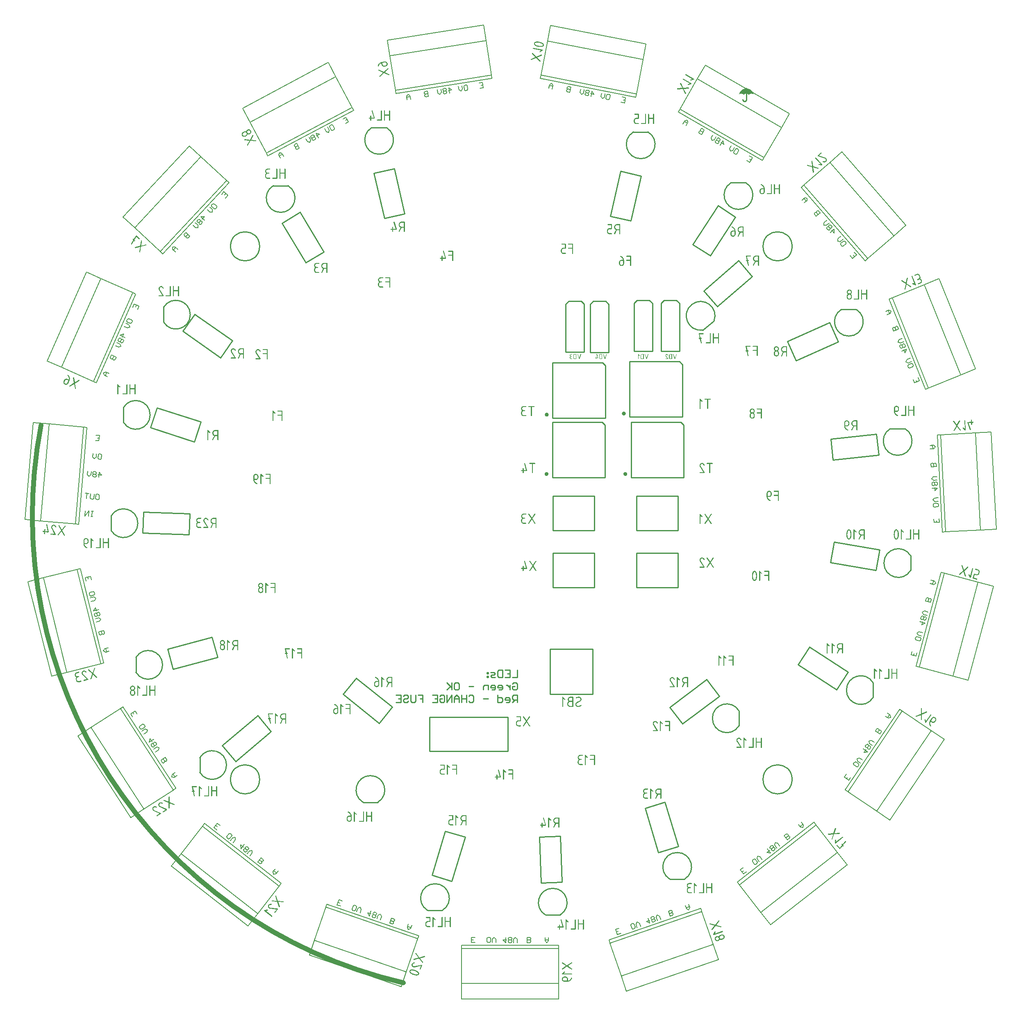
<source format=gbo>
G04*
G04 #@! TF.GenerationSoftware,Altium Limited,Altium Designer,23.11.1 (41)*
G04*
G04 Layer_Color=32896*
%FSLAX43Y43*%
%MOMM*%
G71*
G04*
G04 #@! TF.SameCoordinates,128D2ADB-0047-4A34-82FD-57E8471D3911*
G04*
G04*
G04 #@! TF.FilePolarity,Positive*
G04*
G01*
G75*
%ADD10C,0.254*%
%ADD11C,0.200*%
%ADD73C,1.000*%
G36*
X48602Y87714D02*
X48648D01*
Y87699D01*
X48663D01*
Y87684D01*
X48679D01*
Y87668D01*
X48694D01*
Y87653D01*
X48709D01*
Y87638D01*
Y87622D01*
X48725D01*
Y87607D01*
Y87592D01*
Y87576D01*
Y87561D01*
X48740D01*
Y87576D01*
X48755D01*
Y87561D01*
X48832D01*
Y87546D01*
X48848D01*
Y87561D01*
X48863D01*
Y87546D01*
X48878D01*
Y87530D01*
X48894D01*
Y87546D01*
X48909D01*
Y87530D01*
X48955D01*
Y87515D01*
X48970D01*
Y87530D01*
X48986D01*
Y87515D01*
X49001D01*
Y87500D01*
X49078D01*
Y87484D01*
X49093D01*
Y87469D01*
X49139D01*
Y87454D01*
X49154D01*
Y87469D01*
X49170D01*
Y87454D01*
X49185D01*
Y87438D01*
X49231D01*
Y87423D01*
X49247D01*
Y87408D01*
X49262D01*
Y87392D01*
X49277D01*
Y87408D01*
X49293D01*
Y87392D01*
X49308D01*
Y87377D01*
X49323D01*
Y87362D01*
X49339D01*
Y87346D01*
X49385D01*
Y87331D01*
X49400D01*
Y87315D01*
X49415D01*
Y87300D01*
X49431D01*
Y87315D01*
X49446D01*
Y87300D01*
X49461D01*
Y87285D01*
X49477D01*
Y87269D01*
X49492D01*
Y87254D01*
X49507D01*
Y87239D01*
X49523D01*
Y87223D01*
X49538D01*
Y87208D01*
X49553D01*
Y87193D01*
X49584D01*
Y87177D01*
Y87162D01*
X49615D01*
Y87147D01*
Y87131D01*
X49661D01*
Y87116D01*
X49645D01*
Y87101D01*
X49676D01*
Y87085D01*
Y87070D01*
X49707D01*
Y87055D01*
Y87039D01*
X49722D01*
Y87024D01*
X49738D01*
Y87009D01*
X49753D01*
Y86993D01*
X49768D01*
Y86978D01*
X49784D01*
Y86963D01*
X49799D01*
Y86947D01*
X49814D01*
Y86932D01*
Y86917D01*
Y86901D01*
X49830D01*
Y86886D01*
X49845D01*
Y86870D01*
X49860D01*
Y86855D01*
X49876D01*
Y86840D01*
X49860D01*
Y86824D01*
X49876D01*
Y86809D01*
X49891D01*
Y86794D01*
X49906D01*
Y86778D01*
Y86763D01*
X49922D01*
Y86748D01*
Y86732D01*
X49937D01*
Y86717D01*
X49922D01*
Y86702D01*
X49952D01*
Y86686D01*
Y86671D01*
X49968D01*
Y86656D01*
Y86640D01*
Y86625D01*
X49983D01*
Y86610D01*
X49998D01*
Y86594D01*
X49983D01*
Y86579D01*
X49998D01*
Y86564D01*
X50014D01*
Y86548D01*
X49998D01*
Y86533D01*
X50014D01*
Y86518D01*
X50029D01*
Y86502D01*
X50014D01*
Y86487D01*
X50029D01*
Y86472D01*
Y86456D01*
Y86441D01*
X50044D01*
Y86425D01*
Y86410D01*
Y86395D01*
X50060D01*
Y86379D01*
X50044D01*
Y86364D01*
X50060D01*
Y86349D01*
X50014D01*
Y86364D01*
X49998D01*
Y86379D01*
X49983D01*
Y86395D01*
X49968D01*
Y86410D01*
X49922D01*
Y86425D01*
X49906D01*
Y86441D01*
X49860D01*
Y86456D01*
X49845D01*
Y86472D01*
X49830D01*
Y86456D01*
X49814D01*
Y86472D01*
X49768D01*
Y86487D01*
X49753D01*
Y86472D01*
X49738D01*
Y86487D01*
X49722D01*
Y86502D01*
X49707D01*
Y86487D01*
X49692D01*
Y86502D01*
X49676D01*
Y86487D01*
X49661D01*
Y86502D01*
X49645D01*
Y86487D01*
X49630D01*
Y86502D01*
X49584D01*
Y86487D01*
X49569D01*
Y86502D01*
X49553D01*
Y86487D01*
X49538D01*
Y86502D01*
X49523D01*
Y86487D01*
X49507D01*
Y86502D01*
X49492D01*
Y86487D01*
X49477D01*
Y86502D01*
X49461D01*
Y86487D01*
X49477D01*
Y86472D01*
X49461D01*
Y86487D01*
X49446D01*
Y86472D01*
X49431D01*
Y86487D01*
X49415D01*
Y86472D01*
X49369D01*
Y86456D01*
X49323D01*
Y86441D01*
X49277D01*
Y86425D01*
X49262D01*
Y86410D01*
X49216D01*
Y86395D01*
X49200D01*
Y86379D01*
X49185D01*
Y86364D01*
X49170D01*
Y86349D01*
X49154D01*
Y86333D01*
X49139D01*
Y86318D01*
X49124D01*
Y86303D01*
X49108D01*
Y86287D01*
X49093D01*
Y86272D01*
X49078D01*
Y86257D01*
X49062D01*
Y86272D01*
X49047D01*
Y86287D01*
X49032D01*
Y86303D01*
Y86318D01*
X49001D01*
Y86333D01*
X49016D01*
Y86349D01*
X48970D01*
Y86364D01*
X48955D01*
Y86379D01*
X48940D01*
Y86395D01*
X48924D01*
Y86410D01*
X48878D01*
Y86425D01*
X48863D01*
Y86441D01*
X48817D01*
Y86456D01*
X48771D01*
Y86472D01*
X48725D01*
Y86456D01*
Y86441D01*
Y86425D01*
Y86410D01*
Y86395D01*
Y86379D01*
Y86364D01*
Y86349D01*
Y86333D01*
Y86318D01*
Y86303D01*
Y86287D01*
Y86272D01*
Y86257D01*
Y86241D01*
Y86226D01*
Y86211D01*
Y86195D01*
Y86180D01*
Y86165D01*
Y86149D01*
Y86134D01*
Y86119D01*
Y86103D01*
Y86088D01*
Y86073D01*
Y86057D01*
Y86042D01*
Y86027D01*
Y86011D01*
Y85996D01*
Y85980D01*
Y85965D01*
Y85950D01*
Y85934D01*
Y85919D01*
Y85904D01*
Y85888D01*
Y85873D01*
Y85858D01*
Y85842D01*
Y85827D01*
Y85812D01*
Y85796D01*
Y85781D01*
Y85766D01*
Y85750D01*
Y85735D01*
Y85720D01*
Y85704D01*
Y85689D01*
Y85674D01*
Y85658D01*
Y85643D01*
Y85628D01*
Y85612D01*
Y85597D01*
Y85582D01*
Y85566D01*
Y85551D01*
Y85535D01*
Y85520D01*
Y85505D01*
Y85489D01*
Y85474D01*
Y85459D01*
Y85443D01*
Y85428D01*
Y85413D01*
Y85397D01*
Y85382D01*
Y85367D01*
Y85351D01*
Y85336D01*
Y85321D01*
Y85305D01*
Y85290D01*
Y85275D01*
Y85259D01*
Y85244D01*
Y85229D01*
Y85213D01*
Y85198D01*
X48709D01*
Y85183D01*
Y85167D01*
Y85152D01*
Y85137D01*
Y85121D01*
X48694D01*
Y85106D01*
X48709D01*
Y85091D01*
X48694D01*
Y85075D01*
X48679D01*
Y85060D01*
Y85044D01*
Y85029D01*
X48663D01*
Y85014D01*
Y84998D01*
X48633D01*
Y84983D01*
X48648D01*
Y84968D01*
X48633D01*
Y84952D01*
X48617D01*
Y84937D01*
X48602D01*
Y84922D01*
X48587D01*
Y84906D01*
X48571D01*
Y84891D01*
X48556D01*
Y84876D01*
X48541D01*
Y84860D01*
X48525D01*
Y84845D01*
X48510D01*
Y84830D01*
X48495D01*
Y84814D01*
X48449D01*
Y84799D01*
X48433D01*
Y84784D01*
X48387D01*
Y84768D01*
X48372D01*
Y84753D01*
X48357D01*
Y84768D01*
X48341D01*
Y84753D01*
X48264D01*
Y84738D01*
X48249D01*
Y84753D01*
X48234D01*
Y84738D01*
X48218D01*
Y84753D01*
X48203D01*
Y84738D01*
X48188D01*
Y84753D01*
X48111D01*
Y84768D01*
X48096D01*
Y84753D01*
X48080D01*
Y84768D01*
X48065D01*
Y84784D01*
X48050D01*
Y84768D01*
X48034D01*
Y84784D01*
X47988D01*
Y84799D01*
X47973D01*
Y84814D01*
X47958D01*
Y84830D01*
X47942D01*
Y84845D01*
X47896D01*
Y84860D01*
X47881D01*
Y84876D01*
X47866D01*
Y84891D01*
X47850D01*
Y84906D01*
X47835D01*
Y84922D01*
X47819D01*
Y84937D01*
X47804D01*
Y84952D01*
X47819D01*
Y84968D01*
X47789D01*
Y84983D01*
Y84998D01*
X47773D01*
Y85014D01*
X47758D01*
Y85029D01*
Y85044D01*
Y85060D01*
X47743D01*
Y85075D01*
Y85091D01*
X47727D01*
Y85106D01*
Y85121D01*
Y85137D01*
Y85152D01*
X47712D01*
Y85167D01*
X47727D01*
Y85183D01*
X47712D01*
Y85198D01*
Y85213D01*
Y85229D01*
X47727D01*
Y85244D01*
X47712D01*
Y85259D01*
Y85275D01*
Y85290D01*
X47727D01*
Y85305D01*
Y85321D01*
Y85336D01*
X47743D01*
Y85351D01*
X47758D01*
Y85367D01*
X47773D01*
Y85382D01*
X47819D01*
Y85397D01*
X47835D01*
Y85382D01*
X47850D01*
Y85397D01*
X47866D01*
Y85382D01*
X47912D01*
Y85367D01*
X47927D01*
Y85382D01*
X47942D01*
Y85367D01*
Y85351D01*
X47973D01*
Y85336D01*
Y85321D01*
Y85305D01*
X47988D01*
Y85290D01*
X48004D01*
Y85275D01*
X47988D01*
Y85259D01*
X48004D01*
Y85244D01*
X47988D01*
Y85229D01*
X48004D01*
Y85213D01*
X47988D01*
Y85198D01*
X48004D01*
Y85183D01*
X48019D01*
Y85167D01*
X48034D01*
Y85152D01*
X48019D01*
Y85137D01*
X48034D01*
Y85121D01*
X48050D01*
Y85106D01*
X48065D01*
Y85091D01*
X48080D01*
Y85075D01*
X48096D01*
Y85060D01*
X48111D01*
Y85044D01*
X48157D01*
Y85029D01*
X48172D01*
Y85044D01*
X48188D01*
Y85029D01*
X48203D01*
Y85044D01*
X48218D01*
Y85029D01*
X48264D01*
Y85044D01*
X48310D01*
Y85060D01*
X48326D01*
Y85044D01*
X48341D01*
Y85060D01*
X48326D01*
Y85075D01*
X48372D01*
Y85091D01*
X48387D01*
Y85106D01*
X48403D01*
Y85121D01*
Y85137D01*
Y85152D01*
X48418D01*
Y85167D01*
X48433D01*
Y85183D01*
X48418D01*
Y85198D01*
X48433D01*
Y85213D01*
Y85229D01*
Y85244D01*
Y85259D01*
Y85275D01*
Y85290D01*
Y85305D01*
Y85321D01*
Y85336D01*
Y85351D01*
Y85367D01*
Y85382D01*
Y85397D01*
Y85413D01*
Y85428D01*
Y85443D01*
Y85459D01*
Y85474D01*
Y85489D01*
Y85505D01*
Y85520D01*
Y85535D01*
Y85551D01*
Y85566D01*
Y85582D01*
Y85597D01*
Y85612D01*
Y85628D01*
Y85643D01*
Y85658D01*
Y85674D01*
Y85689D01*
Y85704D01*
Y85720D01*
Y85735D01*
Y85750D01*
Y85766D01*
Y85781D01*
Y85796D01*
Y85812D01*
Y85827D01*
Y85842D01*
Y85858D01*
Y85873D01*
Y85888D01*
Y85904D01*
Y85919D01*
Y85934D01*
Y85950D01*
Y85965D01*
Y85980D01*
Y85996D01*
Y86011D01*
Y86027D01*
Y86042D01*
Y86057D01*
Y86073D01*
Y86088D01*
Y86103D01*
Y86119D01*
Y86134D01*
Y86149D01*
Y86165D01*
Y86180D01*
Y86195D01*
Y86211D01*
Y86226D01*
Y86241D01*
Y86257D01*
Y86272D01*
Y86287D01*
Y86303D01*
Y86318D01*
Y86333D01*
Y86349D01*
Y86364D01*
Y86379D01*
Y86395D01*
Y86410D01*
Y86425D01*
Y86441D01*
Y86456D01*
Y86472D01*
X48418D01*
Y86487D01*
X48403D01*
Y86472D01*
X48387D01*
Y86487D01*
X48372D01*
Y86472D01*
X48326D01*
Y86456D01*
X48280D01*
Y86441D01*
X48234D01*
Y86425D01*
X48218D01*
Y86410D01*
X48172D01*
Y86395D01*
X48157D01*
Y86379D01*
X48142D01*
Y86364D01*
X48126D01*
Y86349D01*
X48080D01*
Y86333D01*
X48096D01*
Y86318D01*
X48065D01*
Y86303D01*
Y86287D01*
X48050D01*
Y86272D01*
X48034D01*
Y86257D01*
X48019D01*
Y86272D01*
X48004D01*
Y86287D01*
X47988D01*
Y86303D01*
X47973D01*
Y86318D01*
X47958D01*
Y86333D01*
X47942D01*
Y86349D01*
X47927D01*
Y86364D01*
X47912D01*
Y86379D01*
X47896D01*
Y86395D01*
X47881D01*
Y86410D01*
X47835D01*
Y86425D01*
X47819D01*
Y86441D01*
X47773D01*
Y86456D01*
X47727D01*
Y86472D01*
X47681D01*
Y86487D01*
X47666D01*
Y86472D01*
X47651D01*
Y86487D01*
X47635D01*
Y86472D01*
X47620D01*
Y86487D01*
X47605D01*
Y86502D01*
X47589D01*
Y86487D01*
X47574D01*
Y86502D01*
X47559D01*
Y86487D01*
X47543D01*
Y86502D01*
X47497D01*
Y86487D01*
X47482D01*
Y86502D01*
X47467D01*
Y86487D01*
X47451D01*
Y86502D01*
X47436D01*
Y86487D01*
X47421D01*
Y86502D01*
X47405D01*
Y86487D01*
X47390D01*
Y86502D01*
X47374D01*
Y86487D01*
X47359D01*
Y86472D01*
X47344D01*
Y86487D01*
X47328D01*
Y86472D01*
X47282D01*
Y86456D01*
X47267D01*
Y86472D01*
X47252D01*
Y86456D01*
X47236D01*
Y86441D01*
X47190D01*
Y86425D01*
X47175D01*
Y86410D01*
X47129D01*
Y86395D01*
X47114D01*
Y86379D01*
X47098D01*
Y86364D01*
X47083D01*
Y86349D01*
X47037D01*
Y86364D01*
X47052D01*
Y86379D01*
X47037D01*
Y86395D01*
X47052D01*
Y86410D01*
Y86425D01*
Y86441D01*
X47068D01*
Y86456D01*
Y86472D01*
Y86487D01*
X47083D01*
Y86502D01*
X47068D01*
Y86518D01*
X47083D01*
Y86533D01*
Y86548D01*
X47098D01*
Y86564D01*
Y86579D01*
X47114D01*
Y86594D01*
X47098D01*
Y86610D01*
X47114D01*
Y86625D01*
X47129D01*
Y86640D01*
Y86656D01*
Y86671D01*
X47144D01*
Y86686D01*
Y86702D01*
X47160D01*
Y86717D01*
Y86732D01*
X47175D01*
Y86748D01*
Y86763D01*
X47190D01*
Y86778D01*
Y86794D01*
X47206D01*
Y86809D01*
X47221D01*
Y86824D01*
X47236D01*
Y86840D01*
X47221D01*
Y86855D01*
X47236D01*
Y86870D01*
X47252D01*
Y86886D01*
X47267D01*
Y86901D01*
Y86917D01*
X47282D01*
Y86932D01*
Y86947D01*
X47298D01*
Y86963D01*
X47313D01*
Y86978D01*
X47328D01*
Y86993D01*
X47344D01*
Y87009D01*
X47359D01*
Y87024D01*
X47374D01*
Y87039D01*
X47390D01*
Y87055D01*
Y87070D01*
X47421D01*
Y87085D01*
Y87101D01*
X47451D01*
Y87116D01*
X47436D01*
Y87131D01*
X47482D01*
Y87147D01*
Y87162D01*
X47513D01*
Y87177D01*
Y87193D01*
X47543D01*
Y87208D01*
X47559D01*
Y87223D01*
X47574D01*
Y87239D01*
X47589D01*
Y87254D01*
X47605D01*
Y87269D01*
X47620D01*
Y87285D01*
X47651D01*
Y87300D01*
Y87315D01*
X47697D01*
Y87331D01*
X47712D01*
Y87346D01*
X47758D01*
Y87362D01*
X47773D01*
Y87377D01*
X47789D01*
Y87392D01*
X47804D01*
Y87408D01*
X47850D01*
Y87423D01*
X47866D01*
Y87438D01*
X47881D01*
Y87423D01*
X47896D01*
Y87438D01*
X47912D01*
Y87454D01*
X47927D01*
Y87469D01*
X47942D01*
Y87454D01*
X47958D01*
Y87469D01*
X48004D01*
Y87484D01*
X48019D01*
Y87500D01*
X48096D01*
Y87515D01*
X48111D01*
Y87530D01*
X48126D01*
Y87515D01*
X48142D01*
Y87530D01*
X48188D01*
Y87546D01*
X48203D01*
Y87530D01*
X48218D01*
Y87546D01*
X48234D01*
Y87561D01*
X48249D01*
Y87546D01*
X48264D01*
Y87561D01*
X48372D01*
Y87576D01*
X48387D01*
Y87561D01*
X48403D01*
Y87576D01*
X48433D01*
Y87592D01*
Y87607D01*
X48449D01*
Y87622D01*
X48464D01*
Y87638D01*
X48449D01*
Y87653D01*
X48464D01*
Y87668D01*
X48479D01*
Y87684D01*
X48495D01*
Y87699D01*
X48510D01*
Y87714D01*
X48556D01*
Y87730D01*
X48571D01*
Y87714D01*
X48587D01*
Y87730D01*
X48602D01*
Y87714D01*
D02*
G37*
G36*
X2791Y10298D02*
X2813Y10289D01*
X2831Y10276D01*
X2844Y10262D01*
X2855Y10247D01*
X2862Y10236D01*
X2864Y10227D01*
X2866Y10222D01*
X3288Y8751D01*
X3290Y8742D01*
Y8733D01*
Y8724D01*
Y8722D01*
X3288Y8704D01*
X3286Y8688D01*
X3275Y8662D01*
X3257Y8644D01*
X3237Y8631D01*
X3219Y8624D01*
X3201Y8620D01*
X3190Y8617D01*
X2553D01*
Y8302D01*
X2551Y8284D01*
X2549Y8269D01*
X2538Y8242D01*
X2520Y8224D01*
X2500Y8211D01*
X2482Y8204D01*
X2464Y8200D01*
X2453Y8198D01*
X2449D01*
X2431Y8200D01*
X2413Y8202D01*
X2387Y8213D01*
X2369Y8231D01*
X2356Y8251D01*
X2347Y8269D01*
X2345Y8287D01*
X2342Y8298D01*
Y8302D01*
Y8617D01*
X2134D01*
X2116Y8620D01*
X2098Y8622D01*
X2071Y8633D01*
X2054Y8651D01*
X2040Y8671D01*
X2032Y8688D01*
X2029Y8706D01*
X2027Y8717D01*
Y8722D01*
X2029Y8739D01*
X2032Y8757D01*
X2043Y8784D01*
X2060Y8802D01*
X2080Y8815D01*
X2100Y8824D01*
X2116Y8826D01*
X2129Y8828D01*
X2342D01*
Y9143D01*
X2345Y9161D01*
X2347Y9179D01*
X2358Y9203D01*
X2376Y9223D01*
X2396Y9234D01*
X2416Y9243D01*
X2431Y9246D01*
X2444Y9248D01*
X2467D01*
X2482Y9243D01*
X2509Y9232D01*
X2527Y9214D01*
X2540Y9197D01*
X2547Y9177D01*
X2551Y9159D01*
X2553Y9148D01*
Y9146D01*
Y9143D01*
Y8828D01*
X3046D01*
X2664Y10165D01*
X2662Y10176D01*
X2660Y10185D01*
Y10191D01*
Y10193D01*
Y10211D01*
X2664Y10229D01*
X2675Y10256D01*
X2693Y10273D01*
X2711Y10287D01*
X2731Y10296D01*
X2749Y10298D01*
X2760Y10300D01*
X2764D01*
X2791Y10298D01*
D02*
G37*
G36*
X4886Y10300D02*
X4902Y10298D01*
X4929Y10287D01*
X4946Y10269D01*
X4960Y10249D01*
X4966Y10229D01*
X4971Y10213D01*
X4973Y10200D01*
Y10198D01*
Y10196D01*
X4971Y10178D01*
X4969Y10162D01*
X4957Y10136D01*
X4940Y10118D01*
X4920Y10105D01*
X4902Y10098D01*
X4884Y10094D01*
X4873Y10091D01*
X4447D01*
Y8302D01*
X4445Y8284D01*
X4442Y8269D01*
X4431Y8242D01*
X4414Y8224D01*
X4394Y8211D01*
X4376Y8204D01*
X4358Y8200D01*
X4347Y8198D01*
X4342D01*
X4325Y8200D01*
X4307Y8202D01*
X4280Y8213D01*
X4263Y8231D01*
X4249Y8251D01*
X4240Y8269D01*
X4238Y8287D01*
X4236Y8298D01*
Y8302D01*
Y10091D01*
X3816D01*
X3799Y10094D01*
X3781Y10096D01*
X3756Y10107D01*
X3736Y10125D01*
X3725Y10145D01*
X3716Y10162D01*
X3714Y10180D01*
X3712Y10191D01*
Y10196D01*
Y10213D01*
X3716Y10231D01*
X3728Y10258D01*
X3745Y10276D01*
X3763Y10289D01*
X3783Y10298D01*
X3801Y10300D01*
X3812Y10302D01*
X4869D01*
X4886Y10300D01*
D02*
G37*
G36*
X4678Y22050D02*
X4693Y22048D01*
X4720Y22037D01*
X4738Y22019D01*
X4751Y21999D01*
X4758Y21979D01*
X4762Y21963D01*
X4764Y21950D01*
Y21948D01*
Y21946D01*
X4762Y21928D01*
X4760Y21912D01*
X4749Y21886D01*
X4731Y21868D01*
X4711Y21855D01*
X4693Y21848D01*
X4675Y21844D01*
X4664Y21841D01*
X4238D01*
Y20052D01*
X4236Y20034D01*
X4234Y20019D01*
X4223Y19992D01*
X4205Y19974D01*
X4185Y19961D01*
X4167Y19954D01*
X4149Y19950D01*
X4138Y19948D01*
X4134D01*
X4116Y19950D01*
X4098Y19952D01*
X4072Y19963D01*
X4054Y19981D01*
X4041Y20001D01*
X4032Y20019D01*
X4029Y20037D01*
X4027Y20048D01*
Y20052D01*
Y21841D01*
X3608D01*
X3590Y21844D01*
X3572Y21846D01*
X3548Y21857D01*
X3528Y21875D01*
X3517Y21895D01*
X3508Y21912D01*
X3506Y21930D01*
X3503Y21941D01*
Y21946D01*
Y21963D01*
X3508Y21981D01*
X3519Y22008D01*
X3537Y22026D01*
X3554Y22039D01*
X3574Y22048D01*
X3592Y22050D01*
X3603Y22052D01*
X4660D01*
X4678Y22050D01*
D02*
G37*
G36*
X2993D02*
X3008Y22048D01*
X3035Y22037D01*
X3053Y22019D01*
X3066Y21999D01*
X3073Y21979D01*
X3077Y21963D01*
X3079Y21950D01*
Y21948D01*
Y21946D01*
X3077Y21928D01*
X3075Y21912D01*
X3064Y21886D01*
X3046Y21868D01*
X3026Y21855D01*
X3008Y21848D01*
X2991Y21844D01*
X2979Y21841D01*
X2555D01*
X2509Y21837D01*
X2464Y21826D01*
X2427Y21813D01*
X2393Y21795D01*
X2367Y21777D01*
X2347Y21764D01*
X2336Y21753D01*
X2331Y21748D01*
X2300Y21713D01*
X2278Y21675D01*
X2260Y21637D01*
X2249Y21602D01*
X2242Y21573D01*
X2240Y21548D01*
X2238Y21539D01*
Y21533D01*
Y21528D01*
Y21526D01*
X2242Y21477D01*
X2253Y21435D01*
X2267Y21397D01*
X2285Y21364D01*
X2302Y21337D01*
X2316Y21317D01*
X2327Y21306D01*
X2331Y21302D01*
X2367Y21271D01*
X2404Y21249D01*
X2442Y21233D01*
X2478Y21222D01*
X2509Y21215D01*
X2533Y21213D01*
X2542Y21211D01*
X2764D01*
X2782Y21209D01*
X2800Y21206D01*
X2826Y21195D01*
X2844Y21178D01*
X2857Y21158D01*
X2864Y21138D01*
X2868Y21122D01*
X2871Y21109D01*
Y21107D01*
Y21104D01*
X2868Y21087D01*
X2866Y21071D01*
X2853Y21044D01*
X2837Y21027D01*
X2817Y21013D01*
X2797Y21007D01*
X2780Y21002D01*
X2769Y21000D01*
X2555D01*
X2509Y20996D01*
X2464Y20984D01*
X2427Y20971D01*
X2393Y20953D01*
X2367Y20936D01*
X2347Y20922D01*
X2336Y20911D01*
X2331Y20907D01*
X2300Y20871D01*
X2278Y20833D01*
X2260Y20796D01*
X2249Y20760D01*
X2242Y20729D01*
X2240Y20705D01*
X2238Y20696D01*
Y20689D01*
Y20685D01*
Y20683D01*
Y20474D01*
X2242Y20425D01*
X2253Y20383D01*
X2267Y20345D01*
X2285Y20312D01*
X2302Y20285D01*
X2316Y20265D01*
X2327Y20254D01*
X2331Y20250D01*
X2367Y20219D01*
X2404Y20196D01*
X2442Y20181D01*
X2478Y20170D01*
X2509Y20163D01*
X2533Y20161D01*
X2542Y20159D01*
X2975D01*
X2993Y20156D01*
X3008Y20154D01*
X3035Y20143D01*
X3053Y20125D01*
X3066Y20105D01*
X3073Y20085D01*
X3077Y20070D01*
X3079Y20057D01*
Y20054D01*
Y20052D01*
X3077Y20034D01*
X3075Y20019D01*
X3064Y19992D01*
X3046Y19974D01*
X3026Y19961D01*
X3008Y19954D01*
X2991Y19950D01*
X2979Y19948D01*
X2555D01*
X2515Y19950D01*
X2478Y19954D01*
X2440Y19961D01*
X2404Y19972D01*
X2373Y19983D01*
X2342Y19997D01*
X2313Y20010D01*
X2287Y20025D01*
X2265Y20039D01*
X2242Y20052D01*
X2225Y20065D01*
X2209Y20076D01*
X2198Y20088D01*
X2189Y20094D01*
X2185Y20099D01*
X2182Y20101D01*
X2156Y20130D01*
X2131Y20161D01*
X2111Y20192D01*
X2091Y20223D01*
X2078Y20256D01*
X2065Y20287D01*
X2054Y20316D01*
X2047Y20345D01*
X2040Y20372D01*
X2036Y20396D01*
X2032Y20418D01*
X2029Y20436D01*
X2027Y20452D01*
Y20465D01*
Y20472D01*
Y20474D01*
Y20683D01*
X2029Y20731D01*
X2036Y20776D01*
X2047Y20818D01*
X2060Y20860D01*
X2076Y20896D01*
X2094Y20931D01*
X2114Y20962D01*
X2131Y20991D01*
X2151Y21018D01*
X2171Y21040D01*
X2189Y21060D01*
X2205Y21075D01*
X2218Y21089D01*
X2229Y21098D01*
X2236Y21102D01*
X2238Y21104D01*
X2200Y21135D01*
X2169Y21169D01*
X2140Y21202D01*
X2116Y21238D01*
X2096Y21273D01*
X2078Y21309D01*
X2065Y21342D01*
X2054Y21375D01*
X2045Y21406D01*
X2038Y21435D01*
X2034Y21460D01*
X2029Y21482D01*
Y21502D01*
X2027Y21515D01*
Y21524D01*
Y21526D01*
X2029Y21566D01*
X2034Y21604D01*
X2040Y21639D01*
X2051Y21675D01*
X2063Y21708D01*
X2076Y21737D01*
X2089Y21766D01*
X2105Y21793D01*
X2118Y21815D01*
X2134Y21837D01*
X2147Y21855D01*
X2158Y21870D01*
X2169Y21881D01*
X2176Y21890D01*
X2180Y21895D01*
X2182Y21897D01*
X2211Y21924D01*
X2242Y21948D01*
X2273Y21968D01*
X2305Y21988D01*
X2338Y22001D01*
X2367Y22015D01*
X2398Y22026D01*
X2427Y22032D01*
X2453Y22039D01*
X2478Y22043D01*
X2500Y22048D01*
X2518Y22050D01*
X2533Y22052D01*
X2975D01*
X2993Y22050D01*
D02*
G37*
G36*
X39466Y10298D02*
X39522Y10287D01*
X39575Y10267D01*
X39624Y10242D01*
X39671Y10213D01*
X39713Y10182D01*
X39751Y10147D01*
X39786Y10114D01*
X39817Y10078D01*
X39846Y10043D01*
X39868Y10011D01*
X39888Y9983D01*
X39904Y9958D01*
X39915Y9938D01*
X39921Y9927D01*
X39924Y9925D01*
Y9923D01*
X39930Y9909D01*
X39933Y9896D01*
X39935Y9885D01*
Y9883D01*
Y9880D01*
X39933Y9863D01*
X39930Y9845D01*
X39917Y9818D01*
X39901Y9801D01*
X39881Y9787D01*
X39862Y9781D01*
X39844Y9776D01*
X39833Y9774D01*
X39828D01*
X39806Y9776D01*
X39788Y9783D01*
X39773Y9789D01*
X39759Y9801D01*
X39751Y9809D01*
X39742Y9816D01*
X39739Y9823D01*
X39737Y9825D01*
X39708Y9872D01*
X39679Y9914D01*
X39651Y9949D01*
X39622Y9978D01*
X39595Y10005D01*
X39566Y10027D01*
X39542Y10045D01*
X39515Y10058D01*
X39493Y10069D01*
X39473Y10078D01*
X39455Y10082D01*
X39440Y10087D01*
X39426Y10089D01*
X39418Y10091D01*
X39409D01*
X39362Y10087D01*
X39318Y10076D01*
X39280Y10062D01*
X39249Y10045D01*
X39222Y10027D01*
X39202Y10014D01*
X39191Y10003D01*
X39187Y9998D01*
X39156Y9963D01*
X39133Y9925D01*
X39116Y9887D01*
X39104Y9852D01*
X39098Y9821D01*
X39096Y9796D01*
X39093Y9787D01*
Y9781D01*
Y9776D01*
Y9774D01*
X39096Y9741D01*
X39102Y9710D01*
X39109Y9681D01*
X39118Y9654D01*
X39129Y9632D01*
X39136Y9616D01*
X39142Y9605D01*
X39144Y9601D01*
X39917Y8362D01*
X39928Y8340D01*
X39933Y8322D01*
X39935Y8307D01*
Y8304D01*
Y8302D01*
X39933Y8284D01*
X39930Y8269D01*
X39917Y8242D01*
X39901Y8224D01*
X39881Y8211D01*
X39862Y8204D01*
X39844Y8200D01*
X39833Y8198D01*
X38987D01*
X38969Y8200D01*
X38951Y8202D01*
X38927Y8213D01*
X38907Y8231D01*
X38896Y8251D01*
X38887Y8269D01*
X38885Y8287D01*
X38883Y8298D01*
Y8302D01*
Y8320D01*
X38887Y8338D01*
X38898Y8364D01*
X38916Y8382D01*
X38934Y8395D01*
X38954Y8404D01*
X38971Y8406D01*
X38982Y8409D01*
X39642D01*
X38978Y9472D01*
X38960Y9501D01*
X38947Y9530D01*
X38922Y9585D01*
X38905Y9636D01*
X38894Y9681D01*
X38891Y9703D01*
X38887Y9721D01*
X38885Y9736D01*
Y9749D01*
X38883Y9761D01*
Y9769D01*
Y9774D01*
Y9776D01*
X38885Y9816D01*
X38889Y9854D01*
X38896Y9892D01*
X38907Y9925D01*
X38918Y9958D01*
X38931Y9989D01*
X38945Y10018D01*
X38960Y10043D01*
X38974Y10067D01*
X38989Y10087D01*
X39002Y10105D01*
X39013Y10120D01*
X39025Y10131D01*
X39031Y10140D01*
X39036Y10145D01*
X39038Y10147D01*
X39067Y10174D01*
X39098Y10198D01*
X39129Y10218D01*
X39160Y10238D01*
X39191Y10251D01*
X39222Y10265D01*
X39253Y10276D01*
X39280Y10282D01*
X39307Y10289D01*
X39331Y10293D01*
X39353Y10298D01*
X39373Y10300D01*
X39386Y10302D01*
X39438D01*
X39466Y10298D01*
D02*
G37*
G36*
X41531Y10300D02*
X41546Y10298D01*
X41573Y10287D01*
X41591Y10269D01*
X41604Y10249D01*
X41611Y10229D01*
X41615Y10213D01*
X41618Y10200D01*
Y10198D01*
Y10196D01*
X41615Y10178D01*
X41613Y10162D01*
X41602Y10136D01*
X41584Y10118D01*
X41564Y10105D01*
X41546Y10098D01*
X41529Y10094D01*
X41518Y10091D01*
X41091D01*
Y8302D01*
X41089Y8284D01*
X41087Y8269D01*
X41076Y8242D01*
X41058Y8224D01*
X41038Y8211D01*
X41020Y8204D01*
X41003Y8200D01*
X40991Y8198D01*
X40987D01*
X40969Y8200D01*
X40952Y8202D01*
X40925Y8213D01*
X40907Y8231D01*
X40894Y8251D01*
X40885Y8269D01*
X40883Y8287D01*
X40880Y8298D01*
Y8302D01*
Y10091D01*
X40461D01*
X40443Y10094D01*
X40425Y10096D01*
X40401Y10107D01*
X40381Y10125D01*
X40370Y10145D01*
X40361Y10162D01*
X40359Y10180D01*
X40357Y10191D01*
Y10196D01*
Y10213D01*
X40361Y10231D01*
X40372Y10258D01*
X40390Y10276D01*
X40408Y10289D01*
X40428Y10298D01*
X40445Y10300D01*
X40456Y10302D01*
X41513D01*
X41531Y10300D01*
D02*
G37*
G36*
X39005Y23548D02*
X39020Y23543D01*
X39047Y23530D01*
X39058Y23521D01*
X39067Y23515D01*
X39071Y23510D01*
X39073Y23508D01*
X39484Y23097D01*
X39495Y23086D01*
X39502Y23073D01*
X39511Y23048D01*
X39513Y23039D01*
X39515Y23031D01*
Y23026D01*
Y23024D01*
X39513Y23006D01*
X39511Y22988D01*
X39500Y22962D01*
X39482Y22944D01*
X39462Y22931D01*
X39444Y22924D01*
X39426Y22920D01*
X39415Y22917D01*
X39411D01*
X39395Y22920D01*
X39380Y22922D01*
X39358Y22933D01*
X39349Y22940D01*
X39342Y22944D01*
X39340Y22946D01*
X39338Y22948D01*
X39093Y23190D01*
Y21552D01*
X39091Y21534D01*
X39089Y21519D01*
X39078Y21492D01*
X39060Y21474D01*
X39040Y21461D01*
X39022Y21454D01*
X39005Y21450D01*
X38993Y21448D01*
X38989D01*
X38971Y21450D01*
X38954Y21452D01*
X38927Y21463D01*
X38909Y21481D01*
X38896Y21501D01*
X38887Y21519D01*
X38885Y21537D01*
X38883Y21548D01*
Y21552D01*
Y23443D01*
X38885Y23461D01*
X38887Y23479D01*
X38898Y23506D01*
X38916Y23523D01*
X38936Y23537D01*
X38956Y23546D01*
X38971Y23548D01*
X38985Y23550D01*
X38989D01*
X39005Y23548D01*
D02*
G37*
G36*
X41111Y23550D02*
X41127Y23548D01*
X41154Y23537D01*
X41171Y23519D01*
X41185Y23499D01*
X41191Y23479D01*
X41196Y23463D01*
X41198Y23450D01*
Y23448D01*
Y23446D01*
X41196Y23428D01*
X41193Y23412D01*
X41182Y23386D01*
X41165Y23368D01*
X41145Y23355D01*
X41127Y23348D01*
X41109Y23344D01*
X41098Y23341D01*
X40672D01*
Y21552D01*
X40670Y21534D01*
X40667Y21519D01*
X40656Y21492D01*
X40638Y21474D01*
X40619Y21461D01*
X40601Y21454D01*
X40583Y21450D01*
X40572Y21448D01*
X40567D01*
X40550Y21450D01*
X40532Y21452D01*
X40505Y21463D01*
X40488Y21481D01*
X40474Y21501D01*
X40465Y21519D01*
X40463Y21537D01*
X40461Y21548D01*
Y21552D01*
Y23341D01*
X40041D01*
X40024Y23344D01*
X40006Y23346D01*
X39981Y23357D01*
X39961Y23375D01*
X39950Y23395D01*
X39941Y23412D01*
X39939Y23430D01*
X39937Y23441D01*
Y23446D01*
Y23463D01*
X39941Y23481D01*
X39953Y23508D01*
X39970Y23526D01*
X39988Y23539D01*
X40008Y23548D01*
X40026Y23550D01*
X40037Y23552D01*
X41094D01*
X41111Y23550D01*
D02*
G37*
G36*
X-77438Y57251D02*
X-77417Y57244D01*
X-77403Y57233D01*
X-77393Y57227D01*
X-76774Y56650D01*
X-76763Y56637D01*
X-76753Y56624D01*
X-76741Y56598D01*
X-76740Y56573D01*
X-76744Y56549D01*
X-76753Y56530D01*
X-76760Y56516D01*
X-76768Y56504D01*
X-76769Y56503D01*
X-76771Y56501D01*
X-76784Y56490D01*
X-76797Y56480D01*
X-76823Y56468D01*
X-76848Y56467D01*
X-76872Y56471D01*
X-76889Y56478D01*
X-76905Y56487D01*
X-76915Y56493D01*
X-77438Y56980D01*
X-77820Y56329D01*
X-77729Y56245D01*
X-77718Y56231D01*
X-77708Y56219D01*
X-77696Y56192D01*
X-77695Y56167D01*
X-77699Y56144D01*
X-77708Y56124D01*
X-77715Y56110D01*
X-77723Y56099D01*
X-77724Y56097D01*
X-77726Y56096D01*
X-77739Y56084D01*
X-77752Y56074D01*
X-77778Y56062D01*
X-77803Y56061D01*
X-77827Y56065D01*
X-77844Y56073D01*
X-77860Y56081D01*
X-77870Y56087D01*
X-77930Y56143D01*
X-78356Y55423D01*
X-78358Y55417D01*
X-78365Y55410D01*
X-78369Y55406D01*
X-78371Y55404D01*
X-78384Y55392D01*
X-78397Y55383D01*
X-78424Y55372D01*
X-78448Y55370D01*
X-78472Y55374D01*
X-78491Y55382D01*
X-78507Y55391D01*
X-78516Y55397D01*
X-78520Y55400D01*
X-78536Y55422D01*
X-78546Y55443D01*
X-78550Y55465D01*
X-78549Y55486D01*
X-78547Y55501D01*
X-78543Y55516D01*
X-78540Y55525D01*
X-78537Y55528D01*
X-78087Y56290D01*
X-78180Y56377D01*
X-78191Y56390D01*
X-78203Y56404D01*
X-78215Y56430D01*
X-78216Y56455D01*
X-78212Y56479D01*
X-78206Y56498D01*
X-78196Y56513D01*
X-78190Y56522D01*
X-78187Y56526D01*
X-78173Y56537D01*
X-78159Y56548D01*
X-78133Y56560D01*
X-78108Y56561D01*
X-78084Y56557D01*
X-78064Y56550D01*
X-78051Y56541D01*
X-78039Y56534D01*
X-77978Y56476D01*
X-77552Y57200D01*
X-77546Y57209D01*
X-77542Y57217D01*
X-77539Y57220D01*
X-77537Y57222D01*
X-77523Y57234D01*
X-77511Y57243D01*
X-77483Y57254D01*
X-77458Y57255D01*
X-77438Y57251D01*
D02*
G37*
G36*
X-76363Y56245D02*
X-76342Y56238D01*
X-76328Y56228D01*
X-76318Y56222D01*
X-76315Y56219D01*
X-76302Y56203D01*
X-76292Y56188D01*
X-76286Y56171D01*
X-76283Y56159D01*
X-76282Y56146D01*
X-76282Y56133D01*
X-76283Y56129D01*
X-76283Y56125D01*
X-76441Y55159D01*
X-75488Y55384D01*
X-75467Y55386D01*
X-75450Y55385D01*
X-75434Y55382D01*
X-75420Y55375D01*
X-75409Y55371D01*
X-75399Y55365D01*
X-75393Y55359D01*
X-75381Y55345D01*
X-75370Y55331D01*
X-75358Y55305D01*
X-75357Y55280D01*
X-75361Y55256D01*
X-75369Y55237D01*
X-75377Y55223D01*
X-75384Y55211D01*
X-75386Y55210D01*
X-75387Y55208D01*
X-75404Y55193D01*
X-75421Y55185D01*
X-75435Y55180D01*
X-75438Y55180D01*
X-75440Y55178D01*
X-76477Y54931D01*
X-76651Y53879D01*
X-76656Y53857D01*
X-76665Y53841D01*
X-76674Y53828D01*
X-76676Y53826D01*
X-76677Y53825D01*
X-76691Y53813D01*
X-76703Y53803D01*
X-76731Y53793D01*
X-76755Y53791D01*
X-76778Y53795D01*
X-76797Y53803D01*
X-76813Y53812D01*
X-76823Y53818D01*
X-76826Y53821D01*
X-76839Y53836D01*
X-76849Y53852D01*
X-76855Y53866D01*
X-76858Y53881D01*
X-76859Y53894D01*
X-76859Y53903D01*
X-76859Y53910D01*
X-76859Y53913D01*
X-76700Y54881D01*
X-77655Y54655D01*
X-77674Y54651D01*
X-77693Y54653D01*
X-77707Y54657D01*
X-77720Y54663D01*
X-77732Y54669D01*
X-77742Y54675D01*
X-77748Y54681D01*
X-77760Y54695D01*
X-77771Y54709D01*
X-77782Y54733D01*
X-77784Y54760D01*
X-77779Y54782D01*
X-77773Y54801D01*
X-77763Y54816D01*
X-77757Y54825D01*
X-77754Y54829D01*
X-77737Y54843D01*
X-77722Y54853D01*
X-77708Y54858D01*
X-77704Y54859D01*
X-77703Y54860D01*
X-76664Y55105D01*
X-76492Y56159D01*
X-76485Y56180D01*
X-76474Y56197D01*
X-76467Y56209D01*
X-76465Y56210D01*
X-76464Y56212D01*
X-76452Y56225D01*
X-76436Y56235D01*
X-76410Y56247D01*
X-76385Y56248D01*
X-76363Y56245D01*
D02*
G37*
G36*
X39005Y-201D02*
X39020Y-206D01*
X39047Y-219D01*
X39058Y-228D01*
X39067Y-234D01*
X39071Y-239D01*
X39073Y-241D01*
X39484Y-652D01*
X39495Y-663D01*
X39502Y-676D01*
X39511Y-701D01*
X39513Y-709D01*
X39515Y-718D01*
Y-723D01*
Y-725D01*
X39513Y-743D01*
X39511Y-761D01*
X39500Y-787D01*
X39482Y-805D01*
X39462Y-818D01*
X39444Y-825D01*
X39426Y-829D01*
X39415Y-832D01*
X39411D01*
X39395Y-829D01*
X39380Y-827D01*
X39358Y-816D01*
X39349Y-809D01*
X39342Y-805D01*
X39340Y-803D01*
X39338Y-800D01*
X39093Y-558D01*
Y-2197D01*
X39091Y-2215D01*
X39089Y-2230D01*
X39078Y-2257D01*
X39060Y-2275D01*
X39040Y-2288D01*
X39022Y-2294D01*
X39005Y-2299D01*
X38993Y-2301D01*
X38989D01*
X38971Y-2299D01*
X38954Y-2297D01*
X38927Y-2286D01*
X38909Y-2268D01*
X38896Y-2248D01*
X38887Y-2230D01*
X38885Y-2212D01*
X38883Y-2201D01*
Y-2197D01*
Y-305D01*
X38885Y-288D01*
X38887Y-270D01*
X38898Y-243D01*
X38916Y-225D01*
X38936Y-212D01*
X38956Y-203D01*
X38971Y-201D01*
X38985Y-199D01*
X38989D01*
X39005Y-201D01*
D02*
G37*
G36*
X41320D02*
X41338Y-203D01*
X41364Y-214D01*
X41382Y-232D01*
X41396Y-252D01*
X41402Y-272D01*
X41407Y-288D01*
X41409Y-301D01*
Y-303D01*
Y-305D01*
X41407Y-328D01*
X41400Y-345D01*
X41393Y-359D01*
X41391Y-361D01*
Y-363D01*
X40801Y-1251D01*
X41391Y-2139D01*
X41402Y-2159D01*
X41407Y-2177D01*
X41409Y-2192D01*
Y-2195D01*
Y-2197D01*
X41407Y-2215D01*
X41404Y-2230D01*
X41391Y-2257D01*
X41376Y-2275D01*
X41356Y-2288D01*
X41336Y-2294D01*
X41318Y-2299D01*
X41307Y-2301D01*
X41302D01*
X41282Y-2299D01*
X41265Y-2294D01*
X41251Y-2288D01*
X41238Y-2279D01*
X41229Y-2270D01*
X41222Y-2263D01*
X41218Y-2259D01*
X41216Y-2257D01*
X40672Y-1440D01*
X40128Y-2257D01*
X40117Y-2272D01*
X40101Y-2283D01*
X40088Y-2290D01*
X40075Y-2294D01*
X40061Y-2299D01*
X40050Y-2301D01*
X40041D01*
X40024Y-2299D01*
X40006Y-2297D01*
X39981Y-2286D01*
X39961Y-2268D01*
X39950Y-2248D01*
X39941Y-2230D01*
X39939Y-2212D01*
X39937Y-2201D01*
Y-2197D01*
X39939Y-2175D01*
X39944Y-2157D01*
X39950Y-2144D01*
X39953Y-2141D01*
Y-2139D01*
X40545Y-1251D01*
X39953Y-363D01*
X39944Y-343D01*
X39939Y-323D01*
X39937Y-310D01*
Y-308D01*
Y-305D01*
Y-288D01*
X39941Y-270D01*
X39953Y-243D01*
X39970Y-225D01*
X39988Y-212D01*
X40008Y-203D01*
X40026Y-201D01*
X40037Y-199D01*
X40041D01*
X40061Y-201D01*
X40079Y-206D01*
X40095Y-214D01*
X40106Y-221D01*
X40115Y-230D01*
X40123Y-239D01*
X40126Y-243D01*
X40128Y-245D01*
X40672Y-1060D01*
X41216Y-245D01*
X41229Y-230D01*
X41242Y-219D01*
X41256Y-210D01*
X41271Y-206D01*
X41282Y-201D01*
X41293Y-199D01*
X41302D01*
X41320Y-201D01*
D02*
G37*
G36*
X12465Y-92753D02*
X12480Y-92755D01*
X12507Y-92769D01*
X12525Y-92784D01*
X12538Y-92804D01*
X12544Y-92824D01*
X12549Y-92842D01*
X12551Y-92853D01*
Y-92857D01*
X12549Y-92877D01*
X12544Y-92895D01*
X12538Y-92909D01*
X12529Y-92922D01*
X12520Y-92931D01*
X12513Y-92937D01*
X12509Y-92942D01*
X12507Y-92944D01*
X11690Y-93488D01*
X12507Y-94032D01*
X12522Y-94043D01*
X12533Y-94058D01*
X12540Y-94072D01*
X12544Y-94085D01*
X12549Y-94098D01*
X12551Y-94110D01*
Y-94118D01*
X12549Y-94136D01*
X12547Y-94154D01*
X12536Y-94178D01*
X12518Y-94198D01*
X12498Y-94209D01*
X12480Y-94218D01*
X12462Y-94221D01*
X12451Y-94223D01*
X12447D01*
X12425Y-94221D01*
X12407Y-94216D01*
X12394Y-94209D01*
X12391Y-94207D01*
X12389D01*
X11501Y-93614D01*
X10613Y-94207D01*
X10593Y-94216D01*
X10573Y-94221D01*
X10560Y-94223D01*
X10558D01*
X10555D01*
X10538D01*
X10520Y-94218D01*
X10493Y-94207D01*
X10475Y-94189D01*
X10462Y-94172D01*
X10453Y-94152D01*
X10451Y-94134D01*
X10449Y-94123D01*
Y-94118D01*
X10451Y-94098D01*
X10456Y-94081D01*
X10464Y-94065D01*
X10471Y-94054D01*
X10480Y-94045D01*
X10489Y-94036D01*
X10493Y-94034D01*
X10495Y-94032D01*
X11310Y-93488D01*
X10495Y-92944D01*
X10480Y-92931D01*
X10469Y-92917D01*
X10460Y-92904D01*
X10456Y-92889D01*
X10451Y-92877D01*
X10449Y-92866D01*
Y-92857D01*
X10451Y-92840D01*
X10453Y-92822D01*
X10464Y-92795D01*
X10482Y-92778D01*
X10502Y-92764D01*
X10522Y-92758D01*
X10538Y-92753D01*
X10551Y-92751D01*
X10553D01*
X10555D01*
X10578Y-92753D01*
X10595Y-92760D01*
X10609Y-92766D01*
X10611Y-92769D01*
X10613D01*
X11501Y-93359D01*
X12389Y-92769D01*
X12409Y-92758D01*
X12427Y-92753D01*
X12442Y-92751D01*
X12445D01*
X12447D01*
X12465Y-92753D01*
D02*
G37*
G36*
X10993Y-94647D02*
X11010Y-94649D01*
X11037Y-94660D01*
X11055Y-94678D01*
X11068Y-94698D01*
X11075Y-94716D01*
X11079Y-94733D01*
X11082Y-94744D01*
Y-94749D01*
X11079Y-94764D01*
X11077Y-94780D01*
X11066Y-94802D01*
X11059Y-94811D01*
X11055Y-94818D01*
X11053Y-94820D01*
X11050Y-94822D01*
X10808Y-95066D01*
X12447D01*
X12465Y-95069D01*
X12480Y-95071D01*
X12507Y-95082D01*
X12525Y-95100D01*
X12538Y-95120D01*
X12544Y-95137D01*
X12549Y-95155D01*
X12551Y-95166D01*
Y-95171D01*
X12549Y-95188D01*
X12547Y-95206D01*
X12536Y-95233D01*
X12518Y-95251D01*
X12498Y-95264D01*
X12480Y-95273D01*
X12462Y-95275D01*
X12451Y-95277D01*
X12447D01*
X10555D01*
X10538Y-95275D01*
X10520Y-95273D01*
X10493Y-95262D01*
X10475Y-95244D01*
X10462Y-95224D01*
X10453Y-95204D01*
X10451Y-95188D01*
X10449Y-95175D01*
Y-95171D01*
X10451Y-95155D01*
X10456Y-95140D01*
X10469Y-95113D01*
X10478Y-95102D01*
X10484Y-95093D01*
X10489Y-95089D01*
X10491Y-95086D01*
X10902Y-94676D01*
X10913Y-94665D01*
X10926Y-94658D01*
X10951Y-94649D01*
X10959Y-94647D01*
X10968Y-94645D01*
X10973D01*
X10975D01*
X10993Y-94647D01*
D02*
G37*
G36*
X11226Y-95701D02*
X11264Y-95706D01*
X11301Y-95712D01*
X11335Y-95723D01*
X11368Y-95735D01*
X11399Y-95748D01*
X11428Y-95761D01*
X11452Y-95777D01*
X11477Y-95790D01*
X11497Y-95803D01*
X11514Y-95817D01*
X11530Y-95828D01*
X11541Y-95839D01*
X11550Y-95846D01*
X11554Y-95850D01*
X11557Y-95852D01*
X11583Y-95881D01*
X11608Y-95912D01*
X11628Y-95943D01*
X11645Y-95974D01*
X11661Y-96005D01*
X11672Y-96036D01*
X11683Y-96065D01*
X11690Y-96094D01*
X11696Y-96121D01*
X11701Y-96145D01*
X11705Y-96165D01*
X11708Y-96185D01*
X11710Y-96201D01*
Y-96529D01*
X11772Y-96518D01*
X11832Y-96503D01*
X11887Y-96480D01*
X11941Y-96454D01*
X11990Y-96425D01*
X12036Y-96392D01*
X12078Y-96358D01*
X12116Y-96325D01*
X12152Y-96292D01*
X12183Y-96261D01*
X12207Y-96232D01*
X12229Y-96205D01*
X12247Y-96183D01*
X12258Y-96167D01*
X12267Y-96156D01*
X12269Y-96152D01*
X12287Y-96121D01*
X12303Y-96090D01*
X12318Y-96056D01*
X12331Y-96028D01*
X12340Y-96001D01*
X12349Y-95981D01*
X12354Y-95965D01*
X12356Y-95963D01*
Y-95961D01*
X12365Y-95943D01*
X12378Y-95932D01*
X12391Y-95923D01*
X12407Y-95917D01*
X12422Y-95912D01*
X12436Y-95910D01*
X12445D01*
X12447D01*
X12462Y-95912D01*
X12476Y-95914D01*
X12500Y-95925D01*
X12509Y-95932D01*
X12513Y-95937D01*
X12518Y-95939D01*
X12520Y-95941D01*
X12531Y-95952D01*
X12538Y-95965D01*
X12547Y-95990D01*
X12549Y-95999D01*
X12551Y-96008D01*
Y-96014D01*
X12549Y-96030D01*
X12547Y-96045D01*
X12536Y-96083D01*
X12520Y-96123D01*
X12500Y-96161D01*
X12482Y-96194D01*
X12473Y-96210D01*
X12467Y-96223D01*
X12460Y-96234D01*
X12456Y-96243D01*
X12451Y-96247D01*
Y-96250D01*
X12422Y-96294D01*
X12391Y-96338D01*
X12358Y-96378D01*
X12325Y-96414D01*
X12291Y-96449D01*
X12258Y-96480D01*
X12223Y-96512D01*
X12187Y-96538D01*
X12118Y-96587D01*
X12047Y-96627D01*
X11978Y-96660D01*
X11912Y-96687D01*
X11850Y-96707D01*
X11792Y-96722D01*
X11739Y-96734D01*
X11694Y-96742D01*
X11674Y-96745D01*
X11656Y-96747D01*
X11641D01*
X11630Y-96749D01*
X11619D01*
X11612D01*
X11608D01*
X11605D01*
X10973D01*
X10933Y-96747D01*
X10895Y-96742D01*
X10857Y-96736D01*
X10824Y-96725D01*
X10791Y-96714D01*
X10760Y-96700D01*
X10731Y-96687D01*
X10706Y-96674D01*
X10682Y-96658D01*
X10662Y-96645D01*
X10644Y-96631D01*
X10629Y-96620D01*
X10618Y-96609D01*
X10609Y-96603D01*
X10604Y-96598D01*
X10602Y-96596D01*
X10575Y-96567D01*
X10551Y-96536D01*
X10531Y-96505D01*
X10513Y-96474D01*
X10498Y-96440D01*
X10487Y-96412D01*
X10475Y-96381D01*
X10469Y-96352D01*
X10462Y-96325D01*
X10458Y-96301D01*
X10453Y-96278D01*
X10451Y-96261D01*
X10449Y-96245D01*
Y-96223D01*
X10451Y-96183D01*
X10456Y-96145D01*
X10462Y-96108D01*
X10473Y-96074D01*
X10484Y-96041D01*
X10498Y-96010D01*
X10511Y-95981D01*
X10527Y-95957D01*
X10540Y-95932D01*
X10555Y-95912D01*
X10569Y-95894D01*
X10580Y-95879D01*
X10591Y-95868D01*
X10598Y-95859D01*
X10602Y-95854D01*
X10604Y-95852D01*
X10633Y-95826D01*
X10664Y-95801D01*
X10695Y-95781D01*
X10726Y-95763D01*
X10757Y-95748D01*
X10788Y-95737D01*
X10820Y-95726D01*
X10846Y-95719D01*
X10873Y-95712D01*
X10897Y-95708D01*
X10919Y-95703D01*
X10939Y-95701D01*
X10953Y-95699D01*
X10966D01*
X10973D01*
X10975D01*
X11186D01*
X11226Y-95701D01*
D02*
G37*
G36*
X-20009Y-92744D02*
X-19998Y-92745D01*
X-19996Y-92746D01*
X-19993Y-92747D01*
X-19977Y-92755D01*
X-19961Y-92762D01*
X-19941Y-92784D01*
X-19929Y-92804D01*
X-19923Y-92827D01*
X-19923Y-92848D01*
X-19924Y-92867D01*
X-19926Y-92878D01*
X-19927Y-92882D01*
X-19937Y-92902D01*
X-19949Y-92917D01*
X-19960Y-92930D01*
X-19975Y-92939D01*
X-19986Y-92944D01*
X-19996Y-92950D01*
X-20003Y-92950D01*
X-20005Y-92952D01*
X-20059Y-92964D01*
X-20108Y-92977D01*
X-20151Y-92993D01*
X-20188Y-93011D01*
X-20222Y-93027D01*
X-20252Y-93047D01*
X-20277Y-93065D01*
X-20298Y-93086D01*
X-20316Y-93103D01*
X-20331Y-93119D01*
X-20341Y-93134D01*
X-20350Y-93148D01*
X-20356Y-93159D01*
X-20361Y-93167D01*
X-20364Y-93175D01*
X-20375Y-93221D01*
X-20379Y-93267D01*
X-20379Y-93307D01*
X-20372Y-93342D01*
X-20364Y-93373D01*
X-20358Y-93396D01*
X-20351Y-93410D01*
X-20348Y-93416D01*
X-20325Y-93457D01*
X-20296Y-93490D01*
X-20266Y-93519D01*
X-20237Y-93541D01*
X-20209Y-93558D01*
X-20187Y-93568D01*
X-20179Y-93573D01*
X-20173Y-93575D01*
X-20169Y-93576D01*
X-20167Y-93577D01*
X-20134Y-93586D01*
X-20103Y-93589D01*
X-20073Y-93593D01*
X-20045Y-93593D01*
X-20021Y-93590D01*
X-20004Y-93588D01*
X-19991Y-93586D01*
X-19986Y-93585D01*
X-18564Y-93258D01*
X-18539Y-93255D01*
X-18521Y-93256D01*
X-18505Y-93259D01*
X-18503Y-93260D01*
X-18501Y-93261D01*
X-18485Y-93268D01*
X-18471Y-93276D01*
X-18450Y-93297D01*
X-18438Y-93317D01*
X-18432Y-93341D01*
X-18433Y-93362D01*
X-18434Y-93380D01*
X-18436Y-93391D01*
X-18711Y-94191D01*
X-18719Y-94207D01*
X-18727Y-94223D01*
X-18745Y-94242D01*
X-18769Y-94256D01*
X-18791Y-94260D01*
X-18811Y-94262D01*
X-18828Y-94258D01*
X-18839Y-94257D01*
X-18844Y-94255D01*
X-18860Y-94250D01*
X-18876Y-94240D01*
X-18897Y-94221D01*
X-18908Y-94198D01*
X-18915Y-94177D01*
X-18917Y-94155D01*
X-18913Y-94138D01*
X-18912Y-94126D01*
X-18697Y-93503D01*
X-19919Y-93784D01*
X-19952Y-93792D01*
X-19983Y-93795D01*
X-20044Y-93800D01*
X-20098Y-93800D01*
X-20144Y-93796D01*
X-20165Y-93791D01*
X-20184Y-93789D01*
X-20199Y-93786D01*
X-20212Y-93782D01*
X-20223Y-93781D01*
X-20231Y-93778D01*
X-20235Y-93776D01*
X-20237Y-93776D01*
X-20274Y-93760D01*
X-20309Y-93744D01*
X-20342Y-93725D01*
X-20370Y-93704D01*
X-20398Y-93683D01*
X-20423Y-93660D01*
X-20446Y-93638D01*
X-20464Y-93615D01*
X-20483Y-93595D01*
X-20497Y-93574D01*
X-20509Y-93555D01*
X-20520Y-93540D01*
X-20527Y-93526D01*
X-20533Y-93516D01*
X-20536Y-93511D01*
X-20537Y-93508D01*
X-20553Y-93472D01*
X-20566Y-93435D01*
X-20575Y-93399D01*
X-20584Y-93363D01*
X-20586Y-93329D01*
X-20589Y-93295D01*
X-20589Y-93262D01*
X-20587Y-93235D01*
X-20584Y-93208D01*
X-20580Y-93183D01*
X-20577Y-93161D01*
X-20573Y-93141D01*
X-20571Y-93128D01*
X-20554Y-93080D01*
X-20541Y-93054D01*
X-20512Y-93005D01*
X-20476Y-92961D01*
X-20437Y-92923D01*
X-20394Y-92888D01*
X-20351Y-92858D01*
X-20305Y-92834D01*
X-20262Y-92811D01*
X-20219Y-92794D01*
X-20176Y-92778D01*
X-20139Y-92767D01*
X-20105Y-92758D01*
X-20077Y-92751D01*
X-20055Y-92747D01*
X-20042Y-92744D01*
X-20039Y-92743D01*
X-20037Y-92743D01*
X-20022Y-92741D01*
X-20009Y-92744D01*
D02*
G37*
G36*
X-19707Y-90850D02*
X-19690Y-90851D01*
X-19677Y-90853D01*
X-19675Y-90854D01*
X-19673Y-90854D01*
X-19653Y-90864D01*
X-19638Y-90876D01*
X-19628Y-90886D01*
X-19626Y-90889D01*
X-19624Y-90890D01*
X-18977Y-91737D01*
X-17945Y-91468D01*
X-17922Y-91464D01*
X-17904Y-91466D01*
X-17889Y-91469D01*
X-17887Y-91469D01*
X-17885Y-91470D01*
X-17869Y-91478D01*
X-17855Y-91485D01*
X-17834Y-91506D01*
X-17822Y-91527D01*
X-17816Y-91550D01*
X-17816Y-91571D01*
X-17818Y-91589D01*
X-17819Y-91601D01*
X-17821Y-91605D01*
X-17829Y-91623D01*
X-17839Y-91638D01*
X-17850Y-91649D01*
X-17863Y-91658D01*
X-17874Y-91664D01*
X-17882Y-91668D01*
X-17888Y-91671D01*
X-17891Y-91672D01*
X-18840Y-91921D01*
X-18245Y-92701D01*
X-18234Y-92716D01*
X-18228Y-92735D01*
X-18226Y-92749D01*
X-18227Y-92763D01*
X-18227Y-92777D01*
X-18228Y-92789D01*
X-18231Y-92797D01*
X-18239Y-92813D01*
X-18247Y-92829D01*
X-18265Y-92849D01*
X-18289Y-92862D01*
X-18311Y-92866D01*
X-18331Y-92868D01*
X-18348Y-92865D01*
X-18360Y-92863D01*
X-18364Y-92862D01*
X-18384Y-92852D01*
X-18399Y-92842D01*
X-18410Y-92832D01*
X-18411Y-92829D01*
X-18413Y-92828D01*
X-19060Y-91979D01*
X-20093Y-92250D01*
X-20114Y-92252D01*
X-20135Y-92250D01*
X-20148Y-92247D01*
X-20150Y-92247D01*
X-20152Y-92246D01*
X-20169Y-92240D01*
X-20184Y-92230D01*
X-20206Y-92211D01*
X-20217Y-92188D01*
X-20224Y-92167D01*
X-20226Y-92146D01*
X-20222Y-92128D01*
X-20220Y-92117D01*
X-20219Y-92113D01*
X-20210Y-92094D01*
X-20200Y-92079D01*
X-20187Y-92067D01*
X-20177Y-92059D01*
X-20166Y-92053D01*
X-20154Y-92048D01*
X-20149Y-92047D01*
X-20147Y-92046D01*
X-19199Y-91797D01*
X-19792Y-91017D01*
X-19803Y-91000D01*
X-19809Y-90984D01*
X-19813Y-90968D01*
X-19812Y-90952D01*
X-19813Y-90940D01*
X-19811Y-90929D01*
X-19808Y-90920D01*
X-19801Y-90904D01*
X-19793Y-90888D01*
X-19773Y-90867D01*
X-19751Y-90856D01*
X-19728Y-90850D01*
X-19707Y-90850D01*
D02*
G37*
G36*
X-20522Y-94220D02*
X-20466Y-94223D01*
X-20411Y-94225D01*
X-20299Y-94240D01*
X-20191Y-94261D01*
X-20141Y-94271D01*
X-20091Y-94284D01*
X-20045Y-94295D01*
X-20005Y-94307D01*
X-19968Y-94317D01*
X-19939Y-94327D01*
X-19913Y-94333D01*
X-19894Y-94340D01*
X-19881Y-94344D01*
X-19877Y-94346D01*
X-19812Y-94368D01*
X-19749Y-94395D01*
X-19689Y-94420D01*
X-19634Y-94444D01*
X-19582Y-94471D01*
X-19534Y-94494D01*
X-19489Y-94519D01*
X-19450Y-94542D01*
X-19412Y-94562D01*
X-19381Y-94582D01*
X-19355Y-94601D01*
X-19332Y-94616D01*
X-19314Y-94626D01*
X-19301Y-94636D01*
X-19292Y-94644D01*
X-19290Y-94644D01*
X-19261Y-94668D01*
X-19231Y-94693D01*
X-19185Y-94741D01*
X-19145Y-94790D01*
X-19112Y-94837D01*
X-19088Y-94883D01*
X-19069Y-94929D01*
X-19055Y-94972D01*
X-19047Y-95010D01*
X-19041Y-95047D01*
X-19041Y-95080D01*
X-19042Y-95110D01*
X-19043Y-95135D01*
X-19046Y-95156D01*
X-19049Y-95171D01*
X-19053Y-95184D01*
X-19064Y-95208D01*
X-19074Y-95233D01*
X-19104Y-95276D01*
X-19138Y-95314D01*
X-19175Y-95346D01*
X-19217Y-95374D01*
X-19260Y-95396D01*
X-19304Y-95414D01*
X-19349Y-95429D01*
X-19392Y-95440D01*
X-19433Y-95449D01*
X-19471Y-95455D01*
X-19504Y-95458D01*
X-19532Y-95463D01*
X-19553Y-95462D01*
X-19567Y-95462D01*
X-19572Y-95463D01*
X-19627Y-95460D01*
X-19683Y-95458D01*
X-19795Y-95442D01*
X-19905Y-95423D01*
X-19956Y-95413D01*
X-20006Y-95400D01*
X-20051Y-95389D01*
X-20092Y-95378D01*
X-20128Y-95368D01*
X-20160Y-95357D01*
X-20186Y-95350D01*
X-20202Y-95344D01*
X-20215Y-95340D01*
X-20219Y-95339D01*
X-20284Y-95316D01*
X-20346Y-95290D01*
X-20405Y-95265D01*
X-20460Y-95239D01*
X-20512Y-95214D01*
X-20560Y-95191D01*
X-20604Y-95166D01*
X-20645Y-95143D01*
X-20680Y-95121D01*
X-20712Y-95101D01*
X-20740Y-95084D01*
X-20763Y-95069D01*
X-20779Y-95056D01*
X-20793Y-95047D01*
X-20802Y-95041D01*
X-20804Y-95039D01*
X-20833Y-95014D01*
X-20862Y-94990D01*
X-20911Y-94941D01*
X-20950Y-94892D01*
X-20984Y-94845D01*
X-21008Y-94799D01*
X-21028Y-94755D01*
X-21041Y-94711D01*
X-21049Y-94673D01*
X-21055Y-94635D01*
X-21055Y-94602D01*
X-21056Y-94571D01*
X-21052Y-94547D01*
X-21050Y-94526D01*
X-21047Y-94511D01*
X-21034Y-94473D01*
X-21021Y-94450D01*
X-20992Y-94406D01*
X-20958Y-94368D01*
X-20921Y-94336D01*
X-20879Y-94308D01*
X-20836Y-94286D01*
X-20790Y-94269D01*
X-20747Y-94253D01*
X-20703Y-94242D01*
X-20660Y-94233D01*
X-20623Y-94227D01*
X-20589Y-94225D01*
X-20563Y-94222D01*
X-20541Y-94220D01*
X-20527Y-94221D01*
X-20524Y-94219D01*
X-20522Y-94220D01*
D02*
G37*
G36*
X84717Y-40302D02*
X84737Y-40307D01*
X84755Y-40313D01*
X84765Y-40318D01*
X84769Y-40320D01*
X84784Y-40333D01*
X84796Y-40347D01*
X84804Y-40360D01*
X84810Y-40375D01*
X84812Y-40387D01*
X84814Y-40396D01*
X84815Y-40402D01*
X84816Y-40405D01*
X84810Y-41387D01*
X85718Y-41014D01*
X85735Y-41007D01*
X85755Y-41007D01*
X85769Y-41009D01*
X85783Y-41012D01*
X85796Y-41016D01*
X85807Y-41020D01*
X85814Y-41025D01*
X85828Y-41037D01*
X85841Y-41049D01*
X85855Y-41072D01*
X85862Y-41098D01*
X85860Y-41120D01*
X85857Y-41140D01*
X85849Y-41156D01*
X85845Y-41167D01*
X85842Y-41170D01*
X85828Y-41187D01*
X85814Y-41200D01*
X85802Y-41207D01*
X85798Y-41208D01*
X85797Y-41209D01*
X84809Y-41614D01*
X84804Y-42682D01*
X84800Y-42703D01*
X84793Y-42722D01*
X84787Y-42735D01*
X84786Y-42736D01*
X84785Y-42738D01*
X84775Y-42753D01*
X84761Y-42765D01*
X84737Y-42781D01*
X84712Y-42786D01*
X84690Y-42787D01*
X84669Y-42783D01*
X84653Y-42775D01*
X84642Y-42771D01*
X84639Y-42768D01*
X84623Y-42755D01*
X84611Y-42742D01*
X84603Y-42726D01*
X84598Y-42714D01*
X84595Y-42702D01*
X84593Y-42689D01*
X84593Y-42684D01*
X84593Y-42681D01*
X84598Y-41702D01*
X83691Y-42073D01*
X83671Y-42078D01*
X83654Y-42080D01*
X83638Y-42080D01*
X83623Y-42075D01*
X83611Y-42072D01*
X83601Y-42068D01*
X83593Y-42063D01*
X83580Y-42051D01*
X83566Y-42040D01*
X83550Y-42016D01*
X83546Y-41991D01*
X83546Y-41967D01*
X83551Y-41947D01*
X83556Y-41931D01*
X83562Y-41919D01*
X83563Y-41917D01*
X83564Y-41915D01*
X83579Y-41898D01*
X83594Y-41887D01*
X83607Y-41880D01*
X83610Y-41879D01*
X83611Y-41877D01*
X84598Y-41471D01*
X84605Y-40405D01*
X84607Y-40382D01*
X84613Y-40365D01*
X84620Y-40351D01*
X84621Y-40349D01*
X84622Y-40347D01*
X84634Y-40334D01*
X84644Y-40322D01*
X84670Y-40307D01*
X84693Y-40301D01*
X84717Y-40302D01*
D02*
G37*
G36*
X86637Y-41596D02*
X86655Y-41601D01*
X86672Y-41607D01*
X86683Y-41611D01*
X86687Y-41614D01*
X86700Y-41626D01*
X86714Y-41637D01*
X86729Y-41661D01*
X86734Y-41686D01*
X86734Y-41710D01*
X86731Y-41730D01*
X86723Y-41746D01*
X86719Y-41756D01*
X86717Y-41760D01*
X85659Y-43328D01*
X85647Y-43341D01*
X85635Y-43355D01*
X85611Y-43371D01*
X85587Y-43376D01*
X85563Y-43375D01*
X85541Y-43372D01*
X85527Y-43365D01*
X85515Y-43359D01*
X85511Y-43357D01*
X85499Y-43346D01*
X85489Y-43334D01*
X85474Y-43308D01*
X85470Y-43294D01*
X85466Y-43284D01*
X85465Y-43278D01*
X85465Y-43275D01*
X85354Y-42704D01*
X85351Y-42689D01*
X85353Y-42674D01*
X85359Y-42649D01*
X85362Y-42640D01*
X85365Y-42632D01*
X85368Y-42628D01*
X85369Y-42626D01*
X85381Y-42613D01*
X85393Y-42599D01*
X85417Y-42583D01*
X85441Y-42579D01*
X85465Y-42579D01*
X85484Y-42583D01*
X85501Y-42589D01*
X85511Y-42594D01*
X85515Y-42596D01*
X85527Y-42607D01*
X85538Y-42617D01*
X85551Y-42639D01*
X85554Y-42649D01*
X85557Y-42657D01*
X85558Y-42660D01*
X85558Y-42663D01*
X85626Y-43000D01*
X86542Y-41642D01*
X86553Y-41628D01*
X86564Y-41617D01*
X86588Y-41601D01*
X86613Y-41596D01*
X86637Y-41596D01*
D02*
G37*
G36*
X87279Y-42113D02*
X87315Y-42115D01*
X87351Y-42121D01*
X87383Y-42129D01*
X87441Y-42147D01*
X87467Y-42156D01*
X87490Y-42166D01*
X87510Y-42175D01*
X87526Y-42183D01*
X87541Y-42190D01*
X87559Y-42202D01*
X87591Y-42226D01*
X87620Y-42251D01*
X87647Y-42278D01*
X87669Y-42306D01*
X87690Y-42333D01*
X87708Y-42362D01*
X87725Y-42389D01*
X87738Y-42414D01*
X87750Y-42438D01*
X87758Y-42463D01*
X87767Y-42482D01*
X87773Y-42500D01*
X87776Y-42515D01*
X87780Y-42525D01*
X87781Y-42532D01*
X87782Y-42535D01*
X87788Y-42574D01*
X87791Y-42613D01*
X87790Y-42650D01*
X87788Y-42689D01*
X87781Y-42722D01*
X87775Y-42755D01*
X87768Y-42785D01*
X87758Y-42813D01*
X87747Y-42840D01*
X87737Y-42863D01*
X87728Y-42884D01*
X87720Y-42900D01*
X87713Y-42914D01*
X87706Y-42925D01*
X87702Y-42931D01*
X87701Y-42933D01*
X87584Y-43106D01*
X87560Y-43137D01*
X87534Y-43168D01*
X87507Y-43196D01*
X87478Y-43219D01*
X87450Y-43240D01*
X87425Y-43258D01*
X87396Y-43273D01*
X87370Y-43288D01*
X87345Y-43301D01*
X87323Y-43310D01*
X87302Y-43317D01*
X87284Y-43324D01*
X87269Y-43327D01*
X87258Y-43330D01*
X87252Y-43332D01*
X87249Y-43332D01*
X87210Y-43338D01*
X87171Y-43341D01*
X87134Y-43340D01*
X87098Y-43338D01*
X87064Y-43333D01*
X87032Y-43325D01*
X87000Y-43317D01*
X86974Y-43307D01*
X86947Y-43297D01*
X86924Y-43287D01*
X86903Y-43278D01*
X86887Y-43270D01*
X86873Y-43263D01*
X86600Y-43079D01*
X86584Y-43111D01*
X86573Y-43144D01*
X86552Y-43210D01*
X86540Y-43277D01*
X86532Y-43336D01*
X86531Y-43365D01*
X86530Y-43391D01*
X86529Y-43411D01*
X86528Y-43432D01*
X86529Y-43447D01*
X86529Y-43459D01*
X86530Y-43466D01*
X86531Y-43469D01*
X86536Y-43520D01*
X86544Y-43569D01*
X86554Y-43616D01*
X86568Y-43660D01*
X86580Y-43701D01*
X86596Y-43738D01*
X86612Y-43773D01*
X86628Y-43805D01*
X86644Y-43832D01*
X86659Y-43858D01*
X86672Y-43878D01*
X86685Y-43894D01*
X86696Y-43910D01*
X86703Y-43920D01*
X86709Y-43927D01*
X86711Y-43928D01*
X86721Y-43945D01*
X86726Y-43962D01*
X86724Y-43980D01*
X86721Y-43996D01*
X86716Y-44012D01*
X86712Y-44022D01*
X86705Y-44031D01*
X86704Y-44033D01*
X86692Y-44047D01*
X86681Y-44060D01*
X86657Y-44076D01*
X86632Y-44081D01*
X86608Y-44081D01*
X86586Y-44077D01*
X86572Y-44070D01*
X86560Y-44064D01*
X86545Y-44054D01*
X86535Y-44042D01*
X86513Y-44019D01*
X86504Y-44008D01*
X86498Y-43998D01*
X86491Y-43991D01*
X86491Y-43988D01*
X86468Y-43951D01*
X86446Y-43912D01*
X86409Y-43831D01*
X86381Y-43754D01*
X86369Y-43716D01*
X86359Y-43680D01*
X86349Y-43646D01*
X86341Y-43614D01*
X86336Y-43586D01*
X86333Y-43563D01*
X86328Y-43543D01*
X86326Y-43529D01*
X86325Y-43520D01*
X86324Y-43517D01*
X86318Y-43451D01*
X86318Y-43387D01*
X86322Y-43325D01*
X86330Y-43266D01*
X86339Y-43208D01*
X86353Y-43156D01*
X86369Y-43105D01*
X86384Y-43059D01*
X86401Y-43017D01*
X86419Y-42979D01*
X86434Y-42945D01*
X86449Y-42918D01*
X86461Y-42897D01*
X86470Y-42879D01*
X86477Y-42870D01*
X86479Y-42866D01*
X86833Y-42342D01*
X86857Y-42310D01*
X86882Y-42281D01*
X86908Y-42254D01*
X86936Y-42232D01*
X86964Y-42211D01*
X86993Y-42192D01*
X87020Y-42176D01*
X87044Y-42163D01*
X87069Y-42150D01*
X87093Y-42142D01*
X87112Y-42134D01*
X87130Y-42127D01*
X87146Y-42124D01*
X87156Y-42121D01*
X87162Y-42119D01*
X87165Y-42119D01*
X87204Y-42113D01*
X87242Y-42112D01*
X87279Y-42113D01*
D02*
G37*
G36*
X39466Y-9202D02*
X39522Y-9213D01*
X39575Y-9233D01*
X39624Y-9258D01*
X39671Y-9287D01*
X39713Y-9318D01*
X39751Y-9353D01*
X39786Y-9386D01*
X39817Y-9422D01*
X39846Y-9457D01*
X39868Y-9489D01*
X39888Y-9517D01*
X39904Y-9542D01*
X39915Y-9562D01*
X39921Y-9573D01*
X39924Y-9575D01*
Y-9577D01*
X39930Y-9591D01*
X39933Y-9604D01*
X39935Y-9615D01*
Y-9617D01*
Y-9620D01*
X39933Y-9637D01*
X39930Y-9655D01*
X39917Y-9682D01*
X39901Y-9699D01*
X39881Y-9713D01*
X39862Y-9719D01*
X39844Y-9724D01*
X39833Y-9726D01*
X39828D01*
X39806Y-9724D01*
X39788Y-9717D01*
X39773Y-9711D01*
X39759Y-9699D01*
X39751Y-9691D01*
X39742Y-9684D01*
X39739Y-9677D01*
X39737Y-9675D01*
X39708Y-9628D01*
X39679Y-9586D01*
X39651Y-9551D01*
X39622Y-9522D01*
X39595Y-9495D01*
X39566Y-9473D01*
X39542Y-9455D01*
X39515Y-9442D01*
X39493Y-9431D01*
X39473Y-9422D01*
X39455Y-9418D01*
X39440Y-9413D01*
X39426Y-9411D01*
X39418Y-9409D01*
X39409D01*
X39362Y-9413D01*
X39318Y-9424D01*
X39280Y-9437D01*
X39249Y-9455D01*
X39222Y-9473D01*
X39202Y-9486D01*
X39191Y-9497D01*
X39187Y-9502D01*
X39156Y-9537D01*
X39133Y-9575D01*
X39116Y-9613D01*
X39104Y-9648D01*
X39098Y-9679D01*
X39096Y-9704D01*
X39093Y-9713D01*
Y-9719D01*
Y-9724D01*
Y-9726D01*
X39096Y-9759D01*
X39102Y-9790D01*
X39109Y-9819D01*
X39118Y-9846D01*
X39129Y-9868D01*
X39136Y-9884D01*
X39142Y-9895D01*
X39144Y-9899D01*
X39917Y-11138D01*
X39928Y-11160D01*
X39933Y-11178D01*
X39935Y-11193D01*
Y-11196D01*
Y-11198D01*
X39933Y-11216D01*
X39930Y-11231D01*
X39917Y-11258D01*
X39901Y-11276D01*
X39881Y-11289D01*
X39862Y-11296D01*
X39844Y-11300D01*
X39833Y-11302D01*
X38987D01*
X38969Y-11300D01*
X38951Y-11298D01*
X38927Y-11287D01*
X38907Y-11269D01*
X38896Y-11249D01*
X38887Y-11231D01*
X38885Y-11213D01*
X38883Y-11202D01*
Y-11198D01*
Y-11180D01*
X38887Y-11162D01*
X38898Y-11136D01*
X38916Y-11118D01*
X38934Y-11105D01*
X38954Y-11096D01*
X38971Y-11094D01*
X38982Y-11091D01*
X39642D01*
X38978Y-10028D01*
X38960Y-9999D01*
X38947Y-9970D01*
X38922Y-9915D01*
X38905Y-9864D01*
X38894Y-9819D01*
X38891Y-9797D01*
X38887Y-9779D01*
X38885Y-9764D01*
Y-9751D01*
X38883Y-9739D01*
Y-9731D01*
Y-9726D01*
Y-9724D01*
X38885Y-9684D01*
X38889Y-9646D01*
X38896Y-9608D01*
X38907Y-9575D01*
X38918Y-9542D01*
X38931Y-9511D01*
X38945Y-9482D01*
X38960Y-9457D01*
X38974Y-9433D01*
X38989Y-9413D01*
X39002Y-9395D01*
X39013Y-9380D01*
X39025Y-9369D01*
X39031Y-9360D01*
X39036Y-9355D01*
X39038Y-9353D01*
X39067Y-9326D01*
X39098Y-9302D01*
X39129Y-9282D01*
X39160Y-9262D01*
X39191Y-9249D01*
X39222Y-9235D01*
X39253Y-9224D01*
X39280Y-9218D01*
X39307Y-9211D01*
X39331Y-9207D01*
X39353Y-9202D01*
X39373Y-9200D01*
X39386Y-9198D01*
X39438D01*
X39466Y-9202D01*
D02*
G37*
G36*
X41740D02*
X41757Y-9204D01*
X41784Y-9215D01*
X41802Y-9233D01*
X41815Y-9253D01*
X41822Y-9273D01*
X41826Y-9289D01*
X41828Y-9302D01*
Y-9304D01*
Y-9307D01*
X41826Y-9329D01*
X41820Y-9346D01*
X41813Y-9360D01*
X41811Y-9362D01*
Y-9364D01*
X41220Y-10252D01*
X41811Y-11140D01*
X41822Y-11160D01*
X41826Y-11178D01*
X41828Y-11193D01*
Y-11196D01*
Y-11198D01*
X41826Y-11216D01*
X41824Y-11231D01*
X41811Y-11258D01*
X41795Y-11276D01*
X41775Y-11289D01*
X41755Y-11296D01*
X41737Y-11300D01*
X41726Y-11302D01*
X41722D01*
X41702Y-11300D01*
X41684Y-11296D01*
X41671Y-11289D01*
X41657Y-11280D01*
X41649Y-11271D01*
X41642Y-11265D01*
X41637Y-11260D01*
X41635Y-11258D01*
X41091Y-10441D01*
X40547Y-11258D01*
X40536Y-11273D01*
X40521Y-11285D01*
X40508Y-11291D01*
X40494Y-11296D01*
X40481Y-11300D01*
X40470Y-11302D01*
X40461D01*
X40443Y-11300D01*
X40425Y-11298D01*
X40401Y-11287D01*
X40381Y-11269D01*
X40370Y-11249D01*
X40361Y-11231D01*
X40359Y-11213D01*
X40357Y-11202D01*
Y-11198D01*
X40359Y-11176D01*
X40363Y-11158D01*
X40370Y-11145D01*
X40372Y-11142D01*
Y-11140D01*
X40965Y-10252D01*
X40372Y-9364D01*
X40363Y-9344D01*
X40359Y-9324D01*
X40357Y-9311D01*
Y-9309D01*
Y-9307D01*
Y-9289D01*
X40361Y-9271D01*
X40372Y-9244D01*
X40390Y-9227D01*
X40408Y-9213D01*
X40428Y-9204D01*
X40445Y-9202D01*
X40456Y-9200D01*
X40461D01*
X40481Y-9202D01*
X40499Y-9207D01*
X40514Y-9215D01*
X40525Y-9222D01*
X40534Y-9231D01*
X40543Y-9240D01*
X40545Y-9244D01*
X40547Y-9247D01*
X41091Y-10061D01*
X41635Y-9247D01*
X41649Y-9231D01*
X41662Y-9220D01*
X41675Y-9211D01*
X41691Y-9207D01*
X41702Y-9202D01*
X41713Y-9200D01*
X41722D01*
X41740Y-9202D01*
D02*
G37*
G36*
X10624Y-37952D02*
X10640Y-37957D01*
X10666Y-37970D01*
X10677Y-37979D01*
X10686Y-37985D01*
X10691Y-37990D01*
X10693Y-37992D01*
X11104Y-38403D01*
X11115Y-38414D01*
X11121Y-38427D01*
X11130Y-38452D01*
X11133Y-38461D01*
X11135Y-38469D01*
Y-38474D01*
Y-38476D01*
X11133Y-38494D01*
X11130Y-38512D01*
X11119Y-38538D01*
X11101Y-38556D01*
X11081Y-38569D01*
X11064Y-38576D01*
X11046Y-38580D01*
X11035Y-38583D01*
X11030D01*
X11015Y-38580D01*
X10999Y-38578D01*
X10977Y-38567D01*
X10968Y-38560D01*
X10962Y-38556D01*
X10959Y-38554D01*
X10957Y-38552D01*
X10713Y-38310D01*
Y-39948D01*
X10711Y-39966D01*
X10708Y-39981D01*
X10697Y-40008D01*
X10680Y-40026D01*
X10660Y-40039D01*
X10642Y-40046D01*
X10624Y-40050D01*
X10613Y-40052D01*
X10609D01*
X10591Y-40050D01*
X10573Y-40048D01*
X10546Y-40037D01*
X10529Y-40019D01*
X10515Y-39999D01*
X10506Y-39981D01*
X10504Y-39963D01*
X10502Y-39952D01*
Y-39948D01*
Y-38057D01*
X10504Y-38039D01*
X10506Y-38021D01*
X10518Y-37994D01*
X10535Y-37977D01*
X10555Y-37963D01*
X10575Y-37954D01*
X10591Y-37952D01*
X10604Y-37950D01*
X10609D01*
X10624Y-37952D01*
D02*
G37*
G36*
X14014Y-37950D02*
X14052Y-37954D01*
X14087Y-37961D01*
X14123Y-37972D01*
X14156Y-37983D01*
X14185Y-37997D01*
X14214Y-38010D01*
X14240Y-38025D01*
X14263Y-38039D01*
X14285Y-38054D01*
X14303Y-38068D01*
X14318Y-38079D01*
X14329Y-38090D01*
X14338Y-38096D01*
X14343Y-38101D01*
X14345Y-38103D01*
X14371Y-38132D01*
X14396Y-38163D01*
X14416Y-38194D01*
X14434Y-38227D01*
X14449Y-38259D01*
X14460Y-38290D01*
X14471Y-38318D01*
X14478Y-38347D01*
X14485Y-38374D01*
X14489Y-38398D01*
X14494Y-38418D01*
X14496Y-38438D01*
X14498Y-38454D01*
Y-38465D01*
Y-38472D01*
Y-38474D01*
X14496Y-38532D01*
X14485Y-38587D01*
X14471Y-38636D01*
X14454Y-38683D01*
X14431Y-38725D01*
X14407Y-38762D01*
X14383Y-38798D01*
X14356Y-38829D01*
X14329Y-38856D01*
X14303Y-38878D01*
X14280Y-38898D01*
X14258Y-38913D01*
X14240Y-38927D01*
X14225Y-38936D01*
X14216Y-38940D01*
X14214Y-38942D01*
X13623Y-39244D01*
X13592Y-39262D01*
X13566Y-39282D01*
X13541Y-39304D01*
X13521Y-39326D01*
X13506Y-39349D01*
X13490Y-39373D01*
X13479Y-39395D01*
X13470Y-39417D01*
X13457Y-39460D01*
X13452Y-39480D01*
X13450Y-39495D01*
X13448Y-39508D01*
Y-39517D01*
Y-39524D01*
Y-39526D01*
X13452Y-39573D01*
X13463Y-39617D01*
X13477Y-39655D01*
X13495Y-39688D01*
X13512Y-39715D01*
X13526Y-39733D01*
X13537Y-39746D01*
X13541Y-39750D01*
X13577Y-39781D01*
X13614Y-39804D01*
X13652Y-39819D01*
X13688Y-39830D01*
X13717Y-39837D01*
X13741Y-39839D01*
X13750Y-39841D01*
X13763D01*
X13819Y-39839D01*
X13870Y-39835D01*
X13919Y-39828D01*
X13961Y-39819D01*
X13996Y-39810D01*
X14010Y-39808D01*
X14023Y-39804D01*
X14032Y-39801D01*
X14038Y-39799D01*
X14043Y-39797D01*
X14045D01*
X14081Y-39779D01*
X14114Y-39764D01*
X14145Y-39750D01*
X14172Y-39735D01*
X14198Y-39721D01*
X14223Y-39710D01*
X14243Y-39699D01*
X14263Y-39690D01*
X14280Y-39682D01*
X14294Y-39673D01*
X14307Y-39666D01*
X14316Y-39662D01*
X14325Y-39657D01*
X14329Y-39653D01*
X14334Y-39650D01*
X14358Y-39639D01*
X14376Y-39635D01*
X14389Y-39633D01*
X14394D01*
X14409Y-39635D01*
X14425Y-39637D01*
X14447Y-39648D01*
X14456Y-39655D01*
X14462Y-39659D01*
X14467Y-39662D01*
X14469Y-39664D01*
X14478Y-39675D01*
X14485Y-39688D01*
X14494Y-39713D01*
X14496Y-39721D01*
X14498Y-39730D01*
Y-39735D01*
Y-39737D01*
X14496Y-39755D01*
X14491Y-39773D01*
X14485Y-39786D01*
X14476Y-39799D01*
X14467Y-39810D01*
X14460Y-39817D01*
X14456Y-39821D01*
X14454Y-39824D01*
X14396Y-39864D01*
X14338Y-39899D01*
X14278Y-39930D01*
X14218Y-39957D01*
X14161Y-39977D01*
X14103Y-39997D01*
X14047Y-40012D01*
X13994Y-40023D01*
X13947Y-40032D01*
X13903Y-40041D01*
X13863Y-40046D01*
X13828Y-40048D01*
X13801Y-40050D01*
X13781Y-40052D01*
X13763D01*
X13723Y-40050D01*
X13685Y-40046D01*
X13650Y-40039D01*
X13614Y-40028D01*
X13581Y-40017D01*
X13552Y-40003D01*
X13523Y-39990D01*
X13497Y-39975D01*
X13475Y-39961D01*
X13452Y-39948D01*
X13435Y-39935D01*
X13419Y-39924D01*
X13408Y-39912D01*
X13399Y-39906D01*
X13395Y-39901D01*
X13392Y-39899D01*
X13366Y-39870D01*
X13341Y-39839D01*
X13321Y-39808D01*
X13301Y-39775D01*
X13288Y-39744D01*
X13275Y-39713D01*
X13264Y-39684D01*
X13257Y-39655D01*
X13250Y-39628D01*
X13246Y-39604D01*
X13241Y-39584D01*
X13239Y-39564D01*
X13237Y-39548D01*
Y-39537D01*
Y-39531D01*
Y-39528D01*
X13239Y-39471D01*
X13250Y-39415D01*
X13264Y-39366D01*
X13281Y-39320D01*
X13304Y-39278D01*
X13328Y-39238D01*
X13355Y-39204D01*
X13381Y-39173D01*
X13408Y-39144D01*
X13435Y-39122D01*
X13459Y-39102D01*
X13481Y-39087D01*
X13499Y-39073D01*
X13512Y-39064D01*
X13523Y-39060D01*
X13526Y-39058D01*
X14116Y-38756D01*
X14147Y-38738D01*
X14172Y-38718D01*
X14196Y-38698D01*
X14214Y-38676D01*
X14232Y-38651D01*
X14245Y-38629D01*
X14256Y-38607D01*
X14265Y-38583D01*
X14278Y-38543D01*
X14283Y-38523D01*
X14285Y-38507D01*
Y-38494D01*
X14287Y-38485D01*
Y-38478D01*
Y-38476D01*
X14283Y-38429D01*
X14274Y-38385D01*
X14258Y-38347D01*
X14240Y-38314D01*
X14225Y-38287D01*
X14209Y-38267D01*
X14200Y-38256D01*
X14196Y-38252D01*
X14161Y-38221D01*
X14123Y-38199D01*
X14085Y-38181D01*
X14050Y-38170D01*
X14021Y-38163D01*
X13996Y-38161D01*
X13987Y-38159D01*
X13930D01*
X13885Y-38163D01*
X13799Y-38174D01*
X13717Y-38190D01*
X13679Y-38196D01*
X13643Y-38205D01*
X13612Y-38214D01*
X13583Y-38223D01*
X13557Y-38232D01*
X13537Y-38239D01*
X13519Y-38245D01*
X13506Y-38250D01*
X13497Y-38252D01*
X13495Y-38254D01*
X13475Y-38261D01*
X13461Y-38263D01*
X13450Y-38265D01*
X13448D01*
X13432Y-38263D01*
X13419Y-38261D01*
X13395Y-38250D01*
X13386Y-38243D01*
X13379Y-38239D01*
X13377Y-38236D01*
X13375Y-38234D01*
X13364Y-38221D01*
X13357Y-38210D01*
X13348Y-38185D01*
X13346Y-38174D01*
X13344Y-38165D01*
Y-38161D01*
Y-38159D01*
X13346Y-38139D01*
X13352Y-38119D01*
X13364Y-38103D01*
X13375Y-38090D01*
X13386Y-38079D01*
X13397Y-38070D01*
X13404Y-38065D01*
X13406Y-38063D01*
X13443Y-38043D01*
X13486Y-38025D01*
X13530Y-38010D01*
X13577Y-37997D01*
X13672Y-37977D01*
X13719Y-37968D01*
X13763Y-37961D01*
X13805Y-37957D01*
X13845Y-37954D01*
X13881Y-37952D01*
X13912Y-37950D01*
X13939Y-37948D01*
X13974D01*
X14014Y-37950D01*
D02*
G37*
G36*
X12729D02*
X12744Y-37952D01*
X12771Y-37963D01*
X12789Y-37981D01*
X12802Y-38001D01*
X12809Y-38021D01*
X12813Y-38037D01*
X12815Y-38050D01*
Y-38052D01*
Y-38054D01*
Y-39948D01*
X12813Y-39966D01*
X12811Y-39981D01*
X12800Y-40008D01*
X12782Y-40026D01*
X12762Y-40039D01*
X12744Y-40046D01*
X12726Y-40050D01*
X12715Y-40052D01*
X12185D01*
X12136Y-40050D01*
X12089Y-40043D01*
X12047Y-40035D01*
X12005Y-40023D01*
X11965Y-40010D01*
X11929Y-39995D01*
X11894Y-39977D01*
X11863Y-39959D01*
X11836Y-39943D01*
X11810Y-39926D01*
X11790Y-39910D01*
X11772Y-39897D01*
X11756Y-39886D01*
X11747Y-39877D01*
X11741Y-39870D01*
X11739Y-39868D01*
X11705Y-39832D01*
X11676Y-39797D01*
X11652Y-39759D01*
X11630Y-39721D01*
X11612Y-39684D01*
X11596Y-39646D01*
X11585Y-39610D01*
X11574Y-39575D01*
X11568Y-39544D01*
X11561Y-39515D01*
X11559Y-39488D01*
X11554Y-39466D01*
Y-39446D01*
X11552Y-39433D01*
Y-39424D01*
Y-39422D01*
X11554Y-39357D01*
X11565Y-39295D01*
X11581Y-39238D01*
X11599Y-39186D01*
X11623Y-39138D01*
X11648Y-39093D01*
X11674Y-39053D01*
X11703Y-39018D01*
X11732Y-38987D01*
X11759Y-38960D01*
X11783Y-38936D01*
X11807Y-38918D01*
X11825Y-38902D01*
X11841Y-38893D01*
X11850Y-38887D01*
X11854Y-38885D01*
X11818Y-38853D01*
X11790Y-38822D01*
X11763Y-38789D01*
X11741Y-38754D01*
X11723Y-38720D01*
X11705Y-38685D01*
X11694Y-38651D01*
X11683Y-38620D01*
X11674Y-38589D01*
X11670Y-38563D01*
X11665Y-38538D01*
X11661Y-38516D01*
Y-38498D01*
X11659Y-38485D01*
Y-38476D01*
Y-38474D01*
X11661Y-38434D01*
X11665Y-38394D01*
X11672Y-38358D01*
X11683Y-38323D01*
X11694Y-38290D01*
X11707Y-38259D01*
X11721Y-38232D01*
X11734Y-38205D01*
X11750Y-38181D01*
X11763Y-38161D01*
X11776Y-38143D01*
X11787Y-38128D01*
X11798Y-38116D01*
X11805Y-38108D01*
X11810Y-38103D01*
X11812Y-38101D01*
X11841Y-38074D01*
X11872Y-38050D01*
X11903Y-38030D01*
X11934Y-38012D01*
X11967Y-37997D01*
X11996Y-37985D01*
X12027Y-37974D01*
X12056Y-37968D01*
X12083Y-37961D01*
X12107Y-37957D01*
X12129Y-37952D01*
X12147Y-37950D01*
X12163Y-37948D01*
X12711D01*
X12729Y-37950D01*
D02*
G37*
G36*
X-51693Y8048D02*
X-51678Y8043D01*
X-51651Y8030D01*
X-51640Y8021D01*
X-51631Y8015D01*
X-51627Y8010D01*
X-51624Y8008D01*
X-51214Y7597D01*
X-51203Y7586D01*
X-51196Y7573D01*
X-51187Y7548D01*
X-51185Y7539D01*
X-51183Y7531D01*
Y7526D01*
Y7524D01*
X-51185Y7506D01*
X-51187Y7488D01*
X-51198Y7462D01*
X-51216Y7444D01*
X-51236Y7431D01*
X-51254Y7424D01*
X-51271Y7420D01*
X-51282Y7417D01*
X-51287D01*
X-51302Y7420D01*
X-51318Y7422D01*
X-51340Y7433D01*
X-51349Y7440D01*
X-51356Y7444D01*
X-51358Y7446D01*
X-51360Y7448D01*
X-51604Y7690D01*
Y6052D01*
X-51607Y6034D01*
X-51609Y6019D01*
X-51620Y5992D01*
X-51638Y5974D01*
X-51658Y5961D01*
X-51675Y5954D01*
X-51693Y5950D01*
X-51704Y5948D01*
X-51709D01*
X-51726Y5950D01*
X-51744Y5952D01*
X-51771Y5963D01*
X-51789Y5981D01*
X-51802Y6001D01*
X-51811Y6019D01*
X-51813Y6037D01*
X-51815Y6048D01*
Y6052D01*
Y7943D01*
X-51813Y7961D01*
X-51811Y7979D01*
X-51800Y8006D01*
X-51782Y8023D01*
X-51762Y8037D01*
X-51742Y8046D01*
X-51726Y8048D01*
X-51713Y8050D01*
X-51709D01*
X-51693Y8048D01*
D02*
G37*
G36*
X-49800Y8050D02*
X-49784Y8048D01*
X-49757Y8037D01*
X-49740Y8019D01*
X-49726Y7999D01*
X-49720Y7979D01*
X-49715Y7963D01*
X-49713Y7950D01*
Y7948D01*
Y7946D01*
Y6052D01*
X-49715Y6034D01*
X-49717Y6019D01*
X-49728Y5992D01*
X-49746Y5974D01*
X-49766Y5961D01*
X-49784Y5954D01*
X-49802Y5950D01*
X-49813Y5948D01*
X-49817D01*
X-49835Y5950D01*
X-49853Y5952D01*
X-49879Y5963D01*
X-49897Y5981D01*
X-49911Y6001D01*
X-49919Y6019D01*
X-49922Y6037D01*
X-49924Y6048D01*
Y6052D01*
Y7000D01*
X-50659D01*
X-50676Y7002D01*
X-50694Y7004D01*
X-50719Y7016D01*
X-50739Y7033D01*
X-50750Y7053D01*
X-50759Y7071D01*
X-50761Y7089D01*
X-50763Y7100D01*
Y7104D01*
Y7122D01*
X-50759Y7140D01*
X-50747Y7167D01*
X-50730Y7184D01*
X-50712Y7198D01*
X-50692Y7206D01*
X-50674Y7209D01*
X-50663Y7211D01*
X-49924D01*
Y7841D01*
X-50659D01*
X-50676Y7844D01*
X-50694Y7846D01*
X-50719Y7857D01*
X-50739Y7875D01*
X-50750Y7895D01*
X-50759Y7912D01*
X-50761Y7930D01*
X-50763Y7941D01*
Y7946D01*
Y7963D01*
X-50759Y7981D01*
X-50747Y8008D01*
X-50730Y8026D01*
X-50712Y8039D01*
X-50692Y8048D01*
X-50674Y8050D01*
X-50663Y8052D01*
X-49817D01*
X-49800Y8050D01*
D02*
G37*
G36*
X-52721Y8048D02*
X-52683Y8043D01*
X-52646Y8037D01*
X-52612Y8026D01*
X-52579Y8015D01*
X-52548Y8001D01*
X-52519Y7988D01*
X-52495Y7972D01*
X-52470Y7959D01*
X-52450Y7943D01*
X-52432Y7930D01*
X-52417Y7919D01*
X-52406Y7908D01*
X-52397Y7901D01*
X-52392Y7897D01*
X-52390Y7895D01*
X-52364Y7866D01*
X-52339Y7835D01*
X-52319Y7804D01*
X-52301Y7773D01*
X-52286Y7741D01*
X-52275Y7710D01*
X-52264Y7679D01*
X-52257Y7653D01*
X-52250Y7626D01*
X-52246Y7602D01*
X-52241Y7579D01*
X-52239Y7559D01*
X-52237Y7546D01*
Y7533D01*
Y7526D01*
Y7524D01*
Y7313D01*
X-52239Y7273D01*
X-52244Y7235D01*
X-52250Y7198D01*
X-52261Y7164D01*
X-52273Y7131D01*
X-52286Y7100D01*
X-52299Y7071D01*
X-52315Y7047D01*
X-52328Y7022D01*
X-52341Y7002D01*
X-52355Y6984D01*
X-52366Y6969D01*
X-52377Y6958D01*
X-52384Y6949D01*
X-52388Y6944D01*
X-52390Y6942D01*
X-52419Y6916D01*
X-52450Y6891D01*
X-52481Y6871D01*
X-52512Y6853D01*
X-52543Y6838D01*
X-52574Y6827D01*
X-52603Y6816D01*
X-52632Y6809D01*
X-52659Y6802D01*
X-52683Y6798D01*
X-52703Y6794D01*
X-52723Y6791D01*
X-52739Y6789D01*
X-53067D01*
X-53056Y6727D01*
X-53041Y6667D01*
X-53018Y6612D01*
X-52992Y6558D01*
X-52963Y6509D01*
X-52930Y6463D01*
X-52896Y6421D01*
X-52863Y6383D01*
X-52830Y6347D01*
X-52799Y6316D01*
X-52770Y6292D01*
X-52743Y6270D01*
X-52721Y6252D01*
X-52705Y6241D01*
X-52694Y6232D01*
X-52690Y6230D01*
X-52659Y6212D01*
X-52628Y6196D01*
X-52594Y6181D01*
X-52566Y6168D01*
X-52539Y6159D01*
X-52519Y6150D01*
X-52503Y6145D01*
X-52501Y6143D01*
X-52499D01*
X-52481Y6134D01*
X-52470Y6121D01*
X-52461Y6108D01*
X-52455Y6092D01*
X-52450Y6076D01*
X-52448Y6063D01*
Y6054D01*
Y6052D01*
X-52450Y6037D01*
X-52452Y6023D01*
X-52463Y5999D01*
X-52470Y5990D01*
X-52475Y5985D01*
X-52477Y5981D01*
X-52479Y5979D01*
X-52490Y5968D01*
X-52503Y5961D01*
X-52528Y5952D01*
X-52537Y5950D01*
X-52546Y5948D01*
X-52552D01*
X-52568Y5950D01*
X-52583Y5952D01*
X-52621Y5963D01*
X-52661Y5979D01*
X-52699Y5999D01*
X-52732Y6017D01*
X-52748Y6025D01*
X-52761Y6032D01*
X-52772Y6039D01*
X-52781Y6043D01*
X-52785Y6048D01*
X-52788D01*
X-52832Y6076D01*
X-52876Y6108D01*
X-52916Y6141D01*
X-52952Y6174D01*
X-52987Y6207D01*
X-53018Y6241D01*
X-53050Y6276D01*
X-53076Y6312D01*
X-53125Y6381D01*
X-53165Y6452D01*
X-53198Y6520D01*
X-53225Y6587D01*
X-53245Y6649D01*
X-53260Y6707D01*
X-53272Y6760D01*
X-53280Y6805D01*
X-53283Y6825D01*
X-53285Y6842D01*
Y6858D01*
X-53287Y6869D01*
Y6880D01*
Y6887D01*
Y6891D01*
Y6893D01*
Y7526D01*
X-53285Y7566D01*
X-53280Y7604D01*
X-53274Y7642D01*
X-53263Y7675D01*
X-53252Y7708D01*
X-53238Y7739D01*
X-53225Y7768D01*
X-53212Y7793D01*
X-53196Y7817D01*
X-53183Y7837D01*
X-53169Y7855D01*
X-53158Y7870D01*
X-53147Y7881D01*
X-53141Y7890D01*
X-53136Y7895D01*
X-53134Y7897D01*
X-53105Y7924D01*
X-53074Y7948D01*
X-53043Y7968D01*
X-53012Y7986D01*
X-52978Y8001D01*
X-52950Y8012D01*
X-52919Y8023D01*
X-52890Y8030D01*
X-52863Y8037D01*
X-52839Y8041D01*
X-52816Y8046D01*
X-52799Y8048D01*
X-52783Y8050D01*
X-52761D01*
X-52721Y8048D01*
D02*
G37*
G36*
X-45193Y-27952D02*
X-45178Y-27957D01*
X-45151Y-27970D01*
X-45140Y-27979D01*
X-45131Y-27985D01*
X-45127Y-27990D01*
X-45124Y-27992D01*
X-44714Y-28403D01*
X-44703Y-28414D01*
X-44696Y-28427D01*
X-44687Y-28452D01*
X-44685Y-28461D01*
X-44683Y-28469D01*
Y-28474D01*
Y-28476D01*
X-44685Y-28494D01*
X-44687Y-28512D01*
X-44698Y-28538D01*
X-44716Y-28556D01*
X-44736Y-28569D01*
X-44754Y-28576D01*
X-44771Y-28580D01*
X-44782Y-28583D01*
X-44787D01*
X-44802Y-28580D01*
X-44818Y-28578D01*
X-44840Y-28567D01*
X-44849Y-28560D01*
X-44856Y-28556D01*
X-44858Y-28554D01*
X-44860Y-28552D01*
X-45104Y-28310D01*
Y-29948D01*
X-45107Y-29966D01*
X-45109Y-29981D01*
X-45120Y-30008D01*
X-45138Y-30026D01*
X-45158Y-30039D01*
X-45175Y-30046D01*
X-45193Y-30050D01*
X-45204Y-30052D01*
X-45209D01*
X-45226Y-30050D01*
X-45244Y-30048D01*
X-45271Y-30037D01*
X-45289Y-30019D01*
X-45302Y-29999D01*
X-45311Y-29981D01*
X-45313Y-29963D01*
X-45315Y-29952D01*
Y-29948D01*
Y-28057D01*
X-45313Y-28039D01*
X-45311Y-28021D01*
X-45300Y-27994D01*
X-45282Y-27977D01*
X-45262Y-27963D01*
X-45242Y-27954D01*
X-45226Y-27952D01*
X-45213Y-27950D01*
X-45209D01*
X-45193Y-27952D01*
D02*
G37*
G36*
X-43300Y-27950D02*
X-43284Y-27952D01*
X-43257Y-27963D01*
X-43240Y-27981D01*
X-43226Y-28001D01*
X-43220Y-28021D01*
X-43215Y-28037D01*
X-43213Y-28050D01*
Y-28052D01*
Y-28054D01*
Y-29948D01*
X-43215Y-29966D01*
X-43217Y-29981D01*
X-43228Y-30008D01*
X-43246Y-30026D01*
X-43266Y-30039D01*
X-43284Y-30046D01*
X-43302Y-30050D01*
X-43313Y-30052D01*
X-43317D01*
X-43335Y-30050D01*
X-43353Y-30048D01*
X-43379Y-30037D01*
X-43397Y-30019D01*
X-43411Y-29999D01*
X-43419Y-29981D01*
X-43422Y-29963D01*
X-43424Y-29952D01*
Y-29948D01*
Y-29000D01*
X-44159D01*
X-44176Y-28998D01*
X-44194Y-28996D01*
X-44219Y-28984D01*
X-44239Y-28967D01*
X-44250Y-28947D01*
X-44259Y-28929D01*
X-44261Y-28911D01*
X-44263Y-28900D01*
Y-28896D01*
Y-28878D01*
X-44259Y-28860D01*
X-44247Y-28833D01*
X-44230Y-28816D01*
X-44212Y-28802D01*
X-44192Y-28794D01*
X-44174Y-28791D01*
X-44163Y-28789D01*
X-43424D01*
Y-28159D01*
X-44159D01*
X-44176Y-28156D01*
X-44194Y-28154D01*
X-44219Y-28143D01*
X-44239Y-28125D01*
X-44250Y-28105D01*
X-44259Y-28088D01*
X-44261Y-28070D01*
X-44263Y-28059D01*
Y-28054D01*
Y-28037D01*
X-44259Y-28019D01*
X-44247Y-27992D01*
X-44230Y-27974D01*
X-44212Y-27961D01*
X-44192Y-27952D01*
X-44174Y-27950D01*
X-44163Y-27948D01*
X-43317D01*
X-43300Y-27950D01*
D02*
G37*
G36*
X-45821D02*
X-45806Y-27952D01*
X-45779Y-27963D01*
X-45761Y-27981D01*
X-45748Y-28001D01*
X-45741Y-28021D01*
X-45737Y-28037D01*
X-45735Y-28050D01*
Y-28052D01*
Y-28054D01*
X-45737Y-28072D01*
X-45739Y-28088D01*
X-45750Y-28114D01*
X-45768Y-28132D01*
X-45788Y-28145D01*
X-45806Y-28152D01*
X-45824Y-28156D01*
X-45835Y-28159D01*
X-46550D01*
X-46385Y-28896D01*
X-46261D01*
X-46243Y-28898D01*
X-46228Y-28900D01*
X-46201Y-28911D01*
X-46183Y-28929D01*
X-46170Y-28949D01*
X-46163Y-28969D01*
X-46159Y-28984D01*
X-46157Y-28998D01*
Y-29000D01*
Y-29002D01*
X-46159Y-29020D01*
X-46161Y-29036D01*
X-46172Y-29062D01*
X-46190Y-29080D01*
X-46210Y-29093D01*
X-46228Y-29100D01*
X-46245Y-29104D01*
X-46257Y-29107D01*
X-46339D01*
X-46159Y-29924D01*
X-46157Y-29930D01*
Y-29939D01*
Y-29946D01*
Y-29948D01*
X-46159Y-29966D01*
X-46161Y-29981D01*
X-46174Y-30008D01*
X-46190Y-30026D01*
X-46210Y-30039D01*
X-46230Y-30046D01*
X-46248Y-30050D01*
X-46259Y-30052D01*
X-46263D01*
X-46290Y-30048D01*
X-46312Y-30039D01*
X-46330Y-30026D01*
X-46343Y-30010D01*
X-46352Y-29997D01*
X-46359Y-29983D01*
X-46363Y-29975D01*
Y-29970D01*
X-46554Y-29107D01*
X-46681D01*
X-46698Y-29104D01*
X-46716Y-29102D01*
X-46743Y-29091D01*
X-46760Y-29073D01*
X-46774Y-29053D01*
X-46783Y-29036D01*
X-46785Y-29018D01*
X-46787Y-29007D01*
Y-29002D01*
X-46785Y-28984D01*
X-46783Y-28967D01*
X-46772Y-28940D01*
X-46754Y-28922D01*
X-46734Y-28909D01*
X-46714Y-28900D01*
X-46698Y-28898D01*
X-46685Y-28896D01*
X-46601D01*
X-46783Y-28076D01*
X-46785Y-28065D01*
X-46787Y-28057D01*
Y-28052D01*
Y-28050D01*
X-46785Y-28032D01*
X-46783Y-28017D01*
X-46769Y-27990D01*
X-46752Y-27972D01*
X-46734Y-27961D01*
X-46714Y-27952D01*
X-46696Y-27950D01*
X-46685Y-27948D01*
X-45839D01*
X-45821Y-27950D01*
D02*
G37*
G36*
X-50693Y-14452D02*
X-50678Y-14457D01*
X-50651Y-14470D01*
X-50640Y-14479D01*
X-50631Y-14485D01*
X-50627Y-14490D01*
X-50624Y-14492D01*
X-50214Y-14903D01*
X-50203Y-14914D01*
X-50196Y-14927D01*
X-50187Y-14952D01*
X-50185Y-14961D01*
X-50183Y-14969D01*
Y-14974D01*
Y-14976D01*
X-50185Y-14994D01*
X-50187Y-15012D01*
X-50198Y-15038D01*
X-50216Y-15056D01*
X-50236Y-15069D01*
X-50254Y-15076D01*
X-50271Y-15080D01*
X-50282Y-15083D01*
X-50287D01*
X-50302Y-15080D01*
X-50318Y-15078D01*
X-50340Y-15067D01*
X-50349Y-15060D01*
X-50356Y-15056D01*
X-50358Y-15054D01*
X-50360Y-15052D01*
X-50604Y-14810D01*
Y-16448D01*
X-50607Y-16466D01*
X-50609Y-16481D01*
X-50620Y-16508D01*
X-50638Y-16526D01*
X-50658Y-16539D01*
X-50675Y-16546D01*
X-50693Y-16550D01*
X-50704Y-16552D01*
X-50709D01*
X-50726Y-16550D01*
X-50744Y-16548D01*
X-50771Y-16537D01*
X-50789Y-16519D01*
X-50802Y-16499D01*
X-50811Y-16481D01*
X-50813Y-16463D01*
X-50815Y-16452D01*
Y-16448D01*
Y-14557D01*
X-50813Y-14539D01*
X-50811Y-14521D01*
X-50800Y-14494D01*
X-50782Y-14477D01*
X-50762Y-14463D01*
X-50742Y-14454D01*
X-50726Y-14452D01*
X-50713Y-14450D01*
X-50709D01*
X-50693Y-14452D01*
D02*
G37*
G36*
X-48800Y-14450D02*
X-48784Y-14452D01*
X-48757Y-14463D01*
X-48740Y-14481D01*
X-48726Y-14501D01*
X-48720Y-14521D01*
X-48715Y-14537D01*
X-48713Y-14550D01*
Y-14552D01*
Y-14554D01*
Y-16448D01*
X-48715Y-16466D01*
X-48717Y-16481D01*
X-48728Y-16508D01*
X-48746Y-16526D01*
X-48766Y-16539D01*
X-48784Y-16546D01*
X-48802Y-16550D01*
X-48813Y-16552D01*
X-48817D01*
X-48835Y-16550D01*
X-48853Y-16548D01*
X-48879Y-16537D01*
X-48897Y-16519D01*
X-48911Y-16499D01*
X-48919Y-16481D01*
X-48922Y-16463D01*
X-48924Y-16452D01*
Y-16448D01*
Y-15500D01*
X-49659D01*
X-49676Y-15498D01*
X-49694Y-15496D01*
X-49719Y-15484D01*
X-49739Y-15467D01*
X-49750Y-15447D01*
X-49759Y-15429D01*
X-49761Y-15411D01*
X-49763Y-15400D01*
Y-15396D01*
Y-15378D01*
X-49759Y-15360D01*
X-49747Y-15333D01*
X-49730Y-15316D01*
X-49712Y-15302D01*
X-49692Y-15294D01*
X-49674Y-15291D01*
X-49663Y-15289D01*
X-48924D01*
Y-14659D01*
X-49659D01*
X-49676Y-14656D01*
X-49694Y-14654D01*
X-49719Y-14643D01*
X-49739Y-14625D01*
X-49750Y-14605D01*
X-49759Y-14588D01*
X-49761Y-14570D01*
X-49763Y-14559D01*
Y-14554D01*
Y-14537D01*
X-49759Y-14519D01*
X-49747Y-14492D01*
X-49730Y-14474D01*
X-49712Y-14461D01*
X-49692Y-14452D01*
X-49674Y-14450D01*
X-49663Y-14448D01*
X-48817D01*
X-48800Y-14450D01*
D02*
G37*
G36*
X-51721Y-14452D02*
X-51683Y-14457D01*
X-51646Y-14463D01*
X-51612Y-14474D01*
X-51579Y-14485D01*
X-51548Y-14499D01*
X-51519Y-14512D01*
X-51495Y-14528D01*
X-51470Y-14541D01*
X-51450Y-14557D01*
X-51432Y-14570D01*
X-51417Y-14581D01*
X-51406Y-14592D01*
X-51397Y-14599D01*
X-51392Y-14603D01*
X-51390Y-14605D01*
X-51364Y-14634D01*
X-51339Y-14665D01*
X-51319Y-14696D01*
X-51301Y-14727D01*
X-51286Y-14759D01*
X-51275Y-14790D01*
X-51264Y-14821D01*
X-51257Y-14847D01*
X-51250Y-14874D01*
X-51246Y-14898D01*
X-51241Y-14921D01*
X-51239Y-14941D01*
X-51237Y-14954D01*
Y-14967D01*
Y-14974D01*
Y-14976D01*
X-51239Y-15025D01*
X-51246Y-15069D01*
X-51257Y-15112D01*
X-51270Y-15151D01*
X-51286Y-15189D01*
X-51304Y-15225D01*
X-51324Y-15256D01*
X-51344Y-15285D01*
X-51361Y-15311D01*
X-51381Y-15333D01*
X-51399Y-15353D01*
X-51415Y-15369D01*
X-51428Y-15382D01*
X-51439Y-15391D01*
X-51446Y-15396D01*
X-51448Y-15398D01*
X-51410Y-15429D01*
X-51379Y-15460D01*
X-51350Y-15496D01*
X-51326Y-15529D01*
X-51306Y-15564D01*
X-51288Y-15600D01*
X-51275Y-15633D01*
X-51264Y-15667D01*
X-51255Y-15698D01*
X-51248Y-15726D01*
X-51244Y-15751D01*
X-51241Y-15773D01*
X-51239Y-15793D01*
X-51237Y-15806D01*
Y-15815D01*
Y-15817D01*
Y-16028D01*
X-51239Y-16068D01*
X-51244Y-16106D01*
X-51250Y-16144D01*
X-51261Y-16177D01*
X-51273Y-16210D01*
X-51286Y-16241D01*
X-51299Y-16270D01*
X-51315Y-16295D01*
X-51328Y-16319D01*
X-51341Y-16339D01*
X-51355Y-16357D01*
X-51366Y-16372D01*
X-51377Y-16384D01*
X-51384Y-16392D01*
X-51388Y-16397D01*
X-51390Y-16399D01*
X-51419Y-16426D01*
X-51450Y-16450D01*
X-51481Y-16470D01*
X-51512Y-16488D01*
X-51543Y-16503D01*
X-51574Y-16515D01*
X-51606Y-16526D01*
X-51632Y-16532D01*
X-51659Y-16539D01*
X-51683Y-16543D01*
X-51705Y-16548D01*
X-51725Y-16550D01*
X-51741Y-16552D01*
X-51761D01*
X-51801Y-16550D01*
X-51839Y-16546D01*
X-51876Y-16539D01*
X-51910Y-16528D01*
X-51943Y-16517D01*
X-51974Y-16503D01*
X-52003Y-16490D01*
X-52027Y-16475D01*
X-52052Y-16461D01*
X-52072Y-16448D01*
X-52089Y-16435D01*
X-52105Y-16424D01*
X-52116Y-16412D01*
X-52125Y-16406D01*
X-52129Y-16401D01*
X-52132Y-16399D01*
X-52158Y-16370D01*
X-52183Y-16339D01*
X-52203Y-16308D01*
X-52223Y-16277D01*
X-52236Y-16246D01*
X-52249Y-16215D01*
X-52260Y-16184D01*
X-52267Y-16157D01*
X-52274Y-16130D01*
X-52278Y-16106D01*
X-52283Y-16084D01*
X-52285Y-16064D01*
X-52287Y-16048D01*
Y-16037D01*
Y-16031D01*
Y-16028D01*
Y-15982D01*
Y-15937D01*
X-52285Y-15897D01*
Y-15862D01*
X-52283Y-15831D01*
X-52280Y-15802D01*
X-52278Y-15777D01*
Y-15755D01*
X-52276Y-15735D01*
X-52274Y-15720D01*
X-52272Y-15706D01*
X-52269Y-15698D01*
Y-15689D01*
X-52267Y-15684D01*
Y-15680D01*
X-52258Y-15649D01*
X-52247Y-15620D01*
X-52220Y-15564D01*
X-52189Y-15516D01*
X-52156Y-15476D01*
X-52125Y-15442D01*
X-52112Y-15429D01*
X-52101Y-15418D01*
X-52089Y-15409D01*
X-52083Y-15402D01*
X-52078Y-15400D01*
X-52076Y-15398D01*
X-52114Y-15367D01*
X-52145Y-15333D01*
X-52174Y-15300D01*
X-52198Y-15265D01*
X-52218Y-15229D01*
X-52236Y-15194D01*
X-52249Y-15160D01*
X-52260Y-15127D01*
X-52269Y-15096D01*
X-52276Y-15067D01*
X-52280Y-15043D01*
X-52285Y-15020D01*
Y-15001D01*
X-52287Y-14987D01*
Y-14978D01*
Y-14976D01*
X-52285Y-14936D01*
X-52280Y-14898D01*
X-52274Y-14861D01*
X-52263Y-14827D01*
X-52252Y-14794D01*
X-52238Y-14763D01*
X-52225Y-14734D01*
X-52209Y-14710D01*
X-52196Y-14685D01*
X-52181Y-14665D01*
X-52167Y-14648D01*
X-52156Y-14632D01*
X-52145Y-14621D01*
X-52138Y-14612D01*
X-52134Y-14608D01*
X-52132Y-14605D01*
X-52103Y-14579D01*
X-52072Y-14554D01*
X-52041Y-14534D01*
X-52010Y-14514D01*
X-51978Y-14501D01*
X-51947Y-14488D01*
X-51916Y-14477D01*
X-51890Y-14470D01*
X-51863Y-14463D01*
X-51839Y-14459D01*
X-51816Y-14454D01*
X-51796Y-14452D01*
X-51783Y-14450D01*
X-51761D01*
X-51721Y-14452D01*
D02*
G37*
G36*
X15308Y-49952D02*
X15324Y-49957D01*
X15350Y-49970D01*
X15361Y-49979D01*
X15370Y-49985D01*
X15375Y-49990D01*
X15377Y-49992D01*
X15787Y-50403D01*
X15799Y-50414D01*
X15805Y-50427D01*
X15814Y-50452D01*
X15816Y-50461D01*
X15819Y-50469D01*
Y-50474D01*
Y-50476D01*
X15816Y-50494D01*
X15814Y-50512D01*
X15803Y-50538D01*
X15785Y-50556D01*
X15765Y-50569D01*
X15748Y-50576D01*
X15730Y-50580D01*
X15719Y-50583D01*
X15714D01*
X15699Y-50580D01*
X15683Y-50578D01*
X15661Y-50567D01*
X15652Y-50560D01*
X15645Y-50556D01*
X15643Y-50554D01*
X15641Y-50552D01*
X15397Y-50310D01*
Y-51948D01*
X15395Y-51966D01*
X15392Y-51981D01*
X15381Y-52008D01*
X15363Y-52026D01*
X15343Y-52039D01*
X15326Y-52046D01*
X15308Y-52050D01*
X15297Y-52052D01*
X15292D01*
X15275Y-52050D01*
X15257Y-52048D01*
X15230Y-52037D01*
X15213Y-52019D01*
X15199Y-51999D01*
X15190Y-51981D01*
X15188Y-51963D01*
X15186Y-51952D01*
Y-51948D01*
Y-50057D01*
X15188Y-50039D01*
X15190Y-50021D01*
X15201Y-49994D01*
X15219Y-49977D01*
X15239Y-49963D01*
X15259Y-49954D01*
X15275Y-49952D01*
X15288Y-49950D01*
X15292D01*
X15308Y-49952D01*
D02*
G37*
G36*
X17202Y-49950D02*
X17217Y-49952D01*
X17244Y-49963D01*
X17262Y-49981D01*
X17275Y-50001D01*
X17282Y-50021D01*
X17286Y-50037D01*
X17288Y-50050D01*
Y-50052D01*
Y-50054D01*
Y-51948D01*
X17286Y-51966D01*
X17284Y-51981D01*
X17273Y-52008D01*
X17255Y-52026D01*
X17235Y-52039D01*
X17217Y-52046D01*
X17199Y-52050D01*
X17188Y-52052D01*
X17184D01*
X17166Y-52050D01*
X17148Y-52048D01*
X17122Y-52037D01*
X17104Y-52019D01*
X17091Y-51999D01*
X17082Y-51981D01*
X17080Y-51963D01*
X17077Y-51952D01*
Y-51948D01*
Y-51000D01*
X16342D01*
X16325Y-50998D01*
X16307Y-50996D01*
X16283Y-50984D01*
X16263Y-50967D01*
X16251Y-50947D01*
X16243Y-50929D01*
X16240Y-50911D01*
X16238Y-50900D01*
Y-50896D01*
Y-50878D01*
X16243Y-50860D01*
X16254Y-50833D01*
X16271Y-50816D01*
X16289Y-50802D01*
X16309Y-50794D01*
X16327Y-50791D01*
X16338Y-50789D01*
X17077D01*
Y-50159D01*
X16342D01*
X16325Y-50156D01*
X16307Y-50154D01*
X16283Y-50143D01*
X16263Y-50125D01*
X16251Y-50105D01*
X16243Y-50088D01*
X16240Y-50070D01*
X16238Y-50059D01*
Y-50054D01*
Y-50037D01*
X16243Y-50019D01*
X16254Y-49992D01*
X16271Y-49974D01*
X16289Y-49961D01*
X16309Y-49952D01*
X16327Y-49950D01*
X16338Y-49948D01*
X17184D01*
X17202Y-49950D01*
D02*
G37*
G36*
X14677D02*
X14693Y-49952D01*
X14720Y-49963D01*
X14737Y-49981D01*
X14751Y-50001D01*
X14757Y-50021D01*
X14762Y-50037D01*
X14764Y-50050D01*
Y-50052D01*
Y-50054D01*
X14762Y-50072D01*
X14760Y-50088D01*
X14749Y-50114D01*
X14731Y-50132D01*
X14711Y-50145D01*
X14693Y-50152D01*
X14675Y-50156D01*
X14664Y-50159D01*
X14240D01*
X14194Y-50163D01*
X14149Y-50174D01*
X14111Y-50187D01*
X14078Y-50205D01*
X14051Y-50223D01*
X14031Y-50236D01*
X14020Y-50247D01*
X14016Y-50252D01*
X13985Y-50287D01*
X13963Y-50325D01*
X13945Y-50363D01*
X13934Y-50398D01*
X13927Y-50427D01*
X13925Y-50452D01*
X13923Y-50461D01*
Y-50467D01*
Y-50472D01*
Y-50474D01*
X13927Y-50523D01*
X13938Y-50565D01*
X13952Y-50603D01*
X13969Y-50636D01*
X13987Y-50663D01*
X14000Y-50683D01*
X14012Y-50694D01*
X14016Y-50698D01*
X14051Y-50729D01*
X14089Y-50751D01*
X14127Y-50767D01*
X14162Y-50778D01*
X14194Y-50785D01*
X14218Y-50787D01*
X14227Y-50789D01*
X14449D01*
X14467Y-50791D01*
X14484Y-50794D01*
X14511Y-50805D01*
X14529Y-50822D01*
X14542Y-50842D01*
X14549Y-50862D01*
X14553Y-50878D01*
X14555Y-50891D01*
Y-50893D01*
Y-50896D01*
X14553Y-50913D01*
X14551Y-50929D01*
X14538Y-50956D01*
X14522Y-50973D01*
X14502Y-50987D01*
X14482Y-50993D01*
X14464Y-50998D01*
X14453Y-51000D01*
X14240D01*
X14194Y-51004D01*
X14149Y-51016D01*
X14111Y-51029D01*
X14078Y-51047D01*
X14051Y-51064D01*
X14031Y-51078D01*
X14020Y-51089D01*
X14016Y-51093D01*
X13985Y-51129D01*
X13963Y-51167D01*
X13945Y-51204D01*
X13934Y-51240D01*
X13927Y-51271D01*
X13925Y-51295D01*
X13923Y-51304D01*
Y-51311D01*
Y-51315D01*
Y-51317D01*
Y-51526D01*
X13927Y-51575D01*
X13938Y-51617D01*
X13952Y-51655D01*
X13969Y-51688D01*
X13987Y-51715D01*
X14000Y-51735D01*
X14012Y-51746D01*
X14016Y-51750D01*
X14051Y-51781D01*
X14089Y-51804D01*
X14127Y-51819D01*
X14162Y-51830D01*
X14194Y-51837D01*
X14218Y-51839D01*
X14227Y-51841D01*
X14660D01*
X14677Y-51844D01*
X14693Y-51846D01*
X14720Y-51857D01*
X14737Y-51875D01*
X14751Y-51895D01*
X14757Y-51915D01*
X14762Y-51930D01*
X14764Y-51943D01*
Y-51946D01*
Y-51948D01*
X14762Y-51966D01*
X14760Y-51981D01*
X14749Y-52008D01*
X14731Y-52026D01*
X14711Y-52039D01*
X14693Y-52046D01*
X14675Y-52050D01*
X14664Y-52052D01*
X14240D01*
X14200Y-52050D01*
X14162Y-52046D01*
X14125Y-52039D01*
X14089Y-52028D01*
X14058Y-52017D01*
X14027Y-52003D01*
X13998Y-51990D01*
X13972Y-51975D01*
X13949Y-51961D01*
X13927Y-51948D01*
X13909Y-51935D01*
X13894Y-51924D01*
X13883Y-51912D01*
X13874Y-51906D01*
X13869Y-51901D01*
X13867Y-51899D01*
X13841Y-51870D01*
X13816Y-51839D01*
X13796Y-51808D01*
X13776Y-51777D01*
X13763Y-51744D01*
X13750Y-51713D01*
X13738Y-51684D01*
X13732Y-51655D01*
X13725Y-51628D01*
X13721Y-51604D01*
X13716Y-51582D01*
X13714Y-51564D01*
X13712Y-51548D01*
Y-51535D01*
Y-51528D01*
Y-51526D01*
Y-51317D01*
X13714Y-51269D01*
X13721Y-51224D01*
X13732Y-51182D01*
X13745Y-51140D01*
X13761Y-51104D01*
X13778Y-51069D01*
X13798Y-51038D01*
X13816Y-51009D01*
X13836Y-50982D01*
X13856Y-50960D01*
X13874Y-50940D01*
X13889Y-50925D01*
X13903Y-50911D01*
X13914Y-50902D01*
X13920Y-50898D01*
X13923Y-50896D01*
X13885Y-50865D01*
X13854Y-50831D01*
X13825Y-50798D01*
X13801Y-50762D01*
X13781Y-50727D01*
X13763Y-50691D01*
X13750Y-50658D01*
X13738Y-50625D01*
X13730Y-50594D01*
X13723Y-50565D01*
X13718Y-50540D01*
X13714Y-50518D01*
Y-50498D01*
X13712Y-50485D01*
Y-50476D01*
Y-50474D01*
X13714Y-50434D01*
X13718Y-50396D01*
X13725Y-50361D01*
X13736Y-50325D01*
X13747Y-50292D01*
X13761Y-50263D01*
X13774Y-50234D01*
X13790Y-50207D01*
X13803Y-50185D01*
X13818Y-50163D01*
X13832Y-50145D01*
X13843Y-50130D01*
X13854Y-50119D01*
X13861Y-50110D01*
X13865Y-50105D01*
X13867Y-50103D01*
X13896Y-50076D01*
X13927Y-50052D01*
X13958Y-50032D01*
X13989Y-50012D01*
X14023Y-49999D01*
X14051Y-49985D01*
X14083Y-49974D01*
X14111Y-49968D01*
X14138Y-49961D01*
X14162Y-49957D01*
X14185Y-49952D01*
X14202Y-49950D01*
X14218Y-49948D01*
X14660D01*
X14677Y-49950D01*
D02*
G37*
G36*
X-1588Y-52952D02*
X-1572Y-52957D01*
X-1546Y-52970D01*
X-1534Y-52979D01*
X-1526Y-52985D01*
X-1521Y-52990D01*
X-1519Y-52992D01*
X-1108Y-53403D01*
X-1097Y-53414D01*
X-1090Y-53427D01*
X-1082Y-53452D01*
X-1079Y-53461D01*
X-1077Y-53469D01*
Y-53474D01*
Y-53476D01*
X-1079Y-53494D01*
X-1082Y-53512D01*
X-1093Y-53538D01*
X-1110Y-53556D01*
X-1130Y-53569D01*
X-1148Y-53576D01*
X-1166Y-53580D01*
X-1177Y-53583D01*
X-1181D01*
X-1197Y-53580D01*
X-1213Y-53578D01*
X-1235Y-53567D01*
X-1244Y-53560D01*
X-1250Y-53556D01*
X-1252Y-53554D01*
X-1255Y-53552D01*
X-1499Y-53310D01*
Y-54948D01*
X-1501Y-54966D01*
X-1503Y-54981D01*
X-1514Y-55008D01*
X-1532Y-55026D01*
X-1552Y-55039D01*
X-1570Y-55046D01*
X-1588Y-55050D01*
X-1599Y-55052D01*
X-1603D01*
X-1621Y-55050D01*
X-1639Y-55048D01*
X-1665Y-55037D01*
X-1683Y-55019D01*
X-1696Y-54999D01*
X-1705Y-54981D01*
X-1708Y-54963D01*
X-1710Y-54952D01*
Y-54948D01*
Y-53057D01*
X-1708Y-53039D01*
X-1705Y-53021D01*
X-1694Y-52994D01*
X-1676Y-52977D01*
X-1657Y-52963D01*
X-1637Y-52954D01*
X-1621Y-52952D01*
X-1608Y-52950D01*
X-1603D01*
X-1588Y-52952D01*
D02*
G37*
G36*
X-2629D02*
X-2607Y-52961D01*
X-2589Y-52974D01*
X-2576Y-52988D01*
X-2564Y-53003D01*
X-2558Y-53014D01*
X-2556Y-53023D01*
X-2553Y-53028D01*
X-2132Y-54499D01*
X-2129Y-54508D01*
Y-54517D01*
Y-54526D01*
Y-54528D01*
X-2132Y-54546D01*
X-2134Y-54562D01*
X-2145Y-54588D01*
X-2163Y-54606D01*
X-2183Y-54619D01*
X-2200Y-54626D01*
X-2218Y-54630D01*
X-2229Y-54633D01*
X-2866D01*
Y-54948D01*
X-2869Y-54966D01*
X-2871Y-54981D01*
X-2882Y-55008D01*
X-2900Y-55026D01*
X-2920Y-55039D01*
X-2937Y-55046D01*
X-2955Y-55050D01*
X-2966Y-55052D01*
X-2971D01*
X-2988Y-55050D01*
X-3006Y-55048D01*
X-3033Y-55037D01*
X-3051Y-55019D01*
X-3064Y-54999D01*
X-3073Y-54981D01*
X-3075Y-54963D01*
X-3077Y-54952D01*
Y-54948D01*
Y-54633D01*
X-3286D01*
X-3304Y-54630D01*
X-3321Y-54628D01*
X-3348Y-54617D01*
X-3366Y-54599D01*
X-3379Y-54579D01*
X-3388Y-54562D01*
X-3390Y-54544D01*
X-3393Y-54533D01*
Y-54528D01*
X-3390Y-54511D01*
X-3388Y-54493D01*
X-3377Y-54466D01*
X-3359Y-54448D01*
X-3339Y-54435D01*
X-3319Y-54426D01*
X-3304Y-54424D01*
X-3290Y-54422D01*
X-3077D01*
Y-54107D01*
X-3075Y-54089D01*
X-3073Y-54071D01*
X-3062Y-54047D01*
X-3044Y-54027D01*
X-3024Y-54016D01*
X-3004Y-54007D01*
X-2988Y-54004D01*
X-2975Y-54002D01*
X-2953D01*
X-2937Y-54007D01*
X-2911Y-54018D01*
X-2893Y-54036D01*
X-2880Y-54053D01*
X-2873Y-54073D01*
X-2869Y-54091D01*
X-2866Y-54102D01*
Y-54104D01*
Y-54107D01*
Y-54422D01*
X-2374D01*
X-2755Y-53085D01*
X-2758Y-53074D01*
X-2760Y-53065D01*
Y-53059D01*
Y-53057D01*
Y-53039D01*
X-2755Y-53021D01*
X-2744Y-52994D01*
X-2727Y-52977D01*
X-2709Y-52963D01*
X-2689Y-52954D01*
X-2671Y-52952D01*
X-2660Y-52950D01*
X-2655D01*
X-2629Y-52952D01*
D02*
G37*
G36*
X306Y-52950D02*
X321Y-52952D01*
X348Y-52963D01*
X366Y-52981D01*
X379Y-53001D01*
X386Y-53021D01*
X390Y-53037D01*
X393Y-53050D01*
Y-53052D01*
Y-53054D01*
Y-54948D01*
X390Y-54966D01*
X388Y-54981D01*
X377Y-55008D01*
X359Y-55026D01*
X339Y-55039D01*
X321Y-55046D01*
X304Y-55050D01*
X293Y-55052D01*
X288D01*
X270Y-55050D01*
X253Y-55048D01*
X226Y-55037D01*
X208Y-55019D01*
X195Y-54999D01*
X186Y-54981D01*
X184Y-54963D01*
X182Y-54952D01*
Y-54948D01*
Y-54000D01*
X-553D01*
X-571Y-53998D01*
X-589Y-53996D01*
X-613Y-53984D01*
X-633Y-53967D01*
X-644Y-53947D01*
X-653Y-53929D01*
X-655Y-53911D01*
X-658Y-53900D01*
Y-53896D01*
Y-53878D01*
X-653Y-53860D01*
X-642Y-53833D01*
X-624Y-53816D01*
X-606Y-53802D01*
X-586Y-53794D01*
X-569Y-53791D01*
X-558Y-53789D01*
X182D01*
Y-53159D01*
X-553D01*
X-571Y-53156D01*
X-589Y-53154D01*
X-613Y-53143D01*
X-633Y-53125D01*
X-644Y-53105D01*
X-653Y-53088D01*
X-655Y-53070D01*
X-658Y-53059D01*
Y-53054D01*
Y-53037D01*
X-653Y-53019D01*
X-642Y-52992D01*
X-624Y-52974D01*
X-606Y-52961D01*
X-586Y-52952D01*
X-569Y-52950D01*
X-558Y-52948D01*
X288D01*
X306Y-52950D01*
D02*
G37*
G36*
X-13193Y-51952D02*
X-13178Y-51957D01*
X-13151Y-51970D01*
X-13140Y-51979D01*
X-13131Y-51985D01*
X-13127Y-51990D01*
X-13124Y-51992D01*
X-12714Y-52403D01*
X-12703Y-52414D01*
X-12696Y-52427D01*
X-12687Y-52452D01*
X-12685Y-52461D01*
X-12683Y-52469D01*
Y-52474D01*
Y-52476D01*
X-12685Y-52494D01*
X-12687Y-52512D01*
X-12698Y-52538D01*
X-12716Y-52556D01*
X-12736Y-52569D01*
X-12754Y-52576D01*
X-12771Y-52580D01*
X-12782Y-52583D01*
X-12787D01*
X-12802Y-52580D01*
X-12818Y-52578D01*
X-12840Y-52567D01*
X-12849Y-52560D01*
X-12856Y-52556D01*
X-12858Y-52554D01*
X-12860Y-52552D01*
X-13104Y-52310D01*
Y-53948D01*
X-13107Y-53966D01*
X-13109Y-53981D01*
X-13120Y-54008D01*
X-13138Y-54026D01*
X-13158Y-54039D01*
X-13175Y-54046D01*
X-13193Y-54050D01*
X-13204Y-54052D01*
X-13209D01*
X-13226Y-54050D01*
X-13244Y-54048D01*
X-13271Y-54037D01*
X-13289Y-54019D01*
X-13302Y-53999D01*
X-13311Y-53981D01*
X-13313Y-53963D01*
X-13315Y-53952D01*
Y-53948D01*
Y-52057D01*
X-13313Y-52039D01*
X-13311Y-52021D01*
X-13300Y-51994D01*
X-13282Y-51977D01*
X-13262Y-51963D01*
X-13242Y-51954D01*
X-13226Y-51952D01*
X-13213Y-51950D01*
X-13209D01*
X-13193Y-51952D01*
D02*
G37*
G36*
X-11300Y-51950D02*
X-11284Y-51952D01*
X-11257Y-51963D01*
X-11240Y-51981D01*
X-11226Y-52001D01*
X-11220Y-52021D01*
X-11215Y-52037D01*
X-11213Y-52050D01*
Y-52052D01*
Y-52054D01*
Y-53948D01*
X-11215Y-53966D01*
X-11217Y-53981D01*
X-11228Y-54008D01*
X-11246Y-54026D01*
X-11266Y-54039D01*
X-11284Y-54046D01*
X-11302Y-54050D01*
X-11313Y-54052D01*
X-11317D01*
X-11335Y-54050D01*
X-11353Y-54048D01*
X-11379Y-54037D01*
X-11397Y-54019D01*
X-11411Y-53999D01*
X-11419Y-53981D01*
X-11422Y-53963D01*
X-11424Y-53952D01*
Y-53948D01*
Y-53000D01*
X-12159D01*
X-12176Y-52998D01*
X-12194Y-52996D01*
X-12219Y-52984D01*
X-12239Y-52967D01*
X-12250Y-52947D01*
X-12259Y-52929D01*
X-12261Y-52911D01*
X-12263Y-52900D01*
Y-52896D01*
Y-52878D01*
X-12259Y-52860D01*
X-12247Y-52833D01*
X-12230Y-52816D01*
X-12212Y-52802D01*
X-12192Y-52794D01*
X-12174Y-52791D01*
X-12163Y-52789D01*
X-11424D01*
Y-52159D01*
X-12159D01*
X-12176Y-52156D01*
X-12194Y-52154D01*
X-12219Y-52143D01*
X-12239Y-52125D01*
X-12250Y-52105D01*
X-12259Y-52088D01*
X-12261Y-52070D01*
X-12263Y-52059D01*
Y-52054D01*
Y-52037D01*
X-12259Y-52019D01*
X-12247Y-51992D01*
X-12230Y-51974D01*
X-12212Y-51961D01*
X-12192Y-51952D01*
X-12174Y-51950D01*
X-12163Y-51948D01*
X-11317D01*
X-11300Y-51950D01*
D02*
G37*
G36*
X-13824D02*
X-13808Y-51952D01*
X-13781Y-51963D01*
X-13764Y-51981D01*
X-13750Y-52001D01*
X-13744Y-52021D01*
X-13739Y-52037D01*
X-13737Y-52050D01*
Y-52052D01*
Y-52054D01*
Y-52896D01*
X-13739Y-52913D01*
X-13741Y-52929D01*
X-13753Y-52956D01*
X-13770Y-52973D01*
X-13790Y-52987D01*
X-13808Y-52993D01*
X-13826Y-52998D01*
X-13837Y-53000D01*
X-14261D01*
X-14308Y-53004D01*
X-14350Y-53016D01*
X-14387Y-53029D01*
X-14421Y-53047D01*
X-14447Y-53064D01*
X-14467Y-53078D01*
X-14478Y-53089D01*
X-14483Y-53093D01*
X-14514Y-53129D01*
X-14536Y-53167D01*
X-14554Y-53204D01*
X-14565Y-53240D01*
X-14572Y-53271D01*
X-14574Y-53295D01*
X-14576Y-53304D01*
Y-53311D01*
Y-53315D01*
Y-53317D01*
Y-53526D01*
X-14572Y-53575D01*
X-14561Y-53617D01*
X-14547Y-53655D01*
X-14530Y-53688D01*
X-14512Y-53715D01*
X-14498Y-53735D01*
X-14487Y-53746D01*
X-14483Y-53750D01*
X-14447Y-53781D01*
X-14410Y-53804D01*
X-14372Y-53819D01*
X-14339Y-53830D01*
X-14308Y-53837D01*
X-14283Y-53839D01*
X-14274Y-53841D01*
X-13841D01*
X-13824Y-53844D01*
X-13808Y-53846D01*
X-13781Y-53857D01*
X-13764Y-53875D01*
X-13750Y-53895D01*
X-13744Y-53915D01*
X-13739Y-53930D01*
X-13737Y-53943D01*
Y-53946D01*
Y-53948D01*
X-13739Y-53966D01*
X-13741Y-53981D01*
X-13753Y-54008D01*
X-13770Y-54026D01*
X-13790Y-54039D01*
X-13808Y-54046D01*
X-13826Y-54050D01*
X-13837Y-54052D01*
X-14261D01*
X-14301Y-54050D01*
X-14339Y-54046D01*
X-14374Y-54039D01*
X-14410Y-54028D01*
X-14443Y-54017D01*
X-14472Y-54003D01*
X-14501Y-53990D01*
X-14527Y-53975D01*
X-14550Y-53961D01*
X-14572Y-53948D01*
X-14589Y-53935D01*
X-14605Y-53924D01*
X-14616Y-53912D01*
X-14625Y-53906D01*
X-14629Y-53901D01*
X-14632Y-53899D01*
X-14658Y-53870D01*
X-14683Y-53839D01*
X-14703Y-53808D01*
X-14723Y-53777D01*
X-14736Y-53744D01*
X-14749Y-53713D01*
X-14760Y-53684D01*
X-14767Y-53655D01*
X-14774Y-53628D01*
X-14778Y-53604D01*
X-14783Y-53582D01*
X-14785Y-53564D01*
X-14787Y-53548D01*
Y-53535D01*
Y-53528D01*
Y-53526D01*
Y-53317D01*
X-14785Y-53278D01*
X-14780Y-53240D01*
X-14774Y-53202D01*
X-14763Y-53167D01*
X-14752Y-53135D01*
X-14738Y-53104D01*
X-14725Y-53075D01*
X-14709Y-53049D01*
X-14696Y-53027D01*
X-14681Y-53004D01*
X-14667Y-52987D01*
X-14656Y-52971D01*
X-14645Y-52960D01*
X-14638Y-52951D01*
X-14634Y-52947D01*
X-14632Y-52944D01*
X-14603Y-52918D01*
X-14572Y-52893D01*
X-14541Y-52873D01*
X-14510Y-52853D01*
X-14478Y-52840D01*
X-14447Y-52827D01*
X-14416Y-52816D01*
X-14390Y-52809D01*
X-14363Y-52802D01*
X-14339Y-52798D01*
X-14316Y-52794D01*
X-14296Y-52791D01*
X-14283Y-52789D01*
X-13948D01*
Y-52159D01*
X-14576D01*
X-14594Y-52156D01*
X-14612Y-52154D01*
X-14636Y-52143D01*
X-14656Y-52125D01*
X-14667Y-52105D01*
X-14676Y-52088D01*
X-14678Y-52070D01*
X-14681Y-52059D01*
Y-52054D01*
Y-52037D01*
X-14676Y-52019D01*
X-14665Y-51992D01*
X-14647Y-51974D01*
X-14629Y-51961D01*
X-14609Y-51952D01*
X-14592Y-51950D01*
X-14581Y-51948D01*
X-13841D01*
X-13824Y-51950D01*
D02*
G37*
G36*
X-35193Y-39452D02*
X-35178Y-39457D01*
X-35151Y-39470D01*
X-35140Y-39479D01*
X-35131Y-39485D01*
X-35127Y-39490D01*
X-35124Y-39492D01*
X-34714Y-39903D01*
X-34703Y-39914D01*
X-34696Y-39927D01*
X-34687Y-39952D01*
X-34685Y-39961D01*
X-34683Y-39969D01*
Y-39974D01*
Y-39976D01*
X-34685Y-39994D01*
X-34687Y-40012D01*
X-34698Y-40038D01*
X-34716Y-40056D01*
X-34736Y-40069D01*
X-34754Y-40076D01*
X-34771Y-40080D01*
X-34782Y-40083D01*
X-34787D01*
X-34802Y-40080D01*
X-34818Y-40078D01*
X-34840Y-40067D01*
X-34849Y-40060D01*
X-34856Y-40056D01*
X-34858Y-40054D01*
X-34860Y-40052D01*
X-35104Y-39810D01*
Y-41448D01*
X-35107Y-41466D01*
X-35109Y-41481D01*
X-35120Y-41508D01*
X-35138Y-41526D01*
X-35158Y-41539D01*
X-35175Y-41546D01*
X-35193Y-41550D01*
X-35204Y-41552D01*
X-35209D01*
X-35226Y-41550D01*
X-35244Y-41548D01*
X-35271Y-41537D01*
X-35289Y-41519D01*
X-35302Y-41499D01*
X-35311Y-41481D01*
X-35313Y-41463D01*
X-35315Y-41452D01*
Y-41448D01*
Y-39557D01*
X-35313Y-39539D01*
X-35311Y-39521D01*
X-35300Y-39494D01*
X-35282Y-39477D01*
X-35262Y-39463D01*
X-35242Y-39454D01*
X-35226Y-39452D01*
X-35213Y-39450D01*
X-35209D01*
X-35193Y-39452D01*
D02*
G37*
G36*
X-33300Y-39450D02*
X-33284Y-39452D01*
X-33257Y-39463D01*
X-33240Y-39481D01*
X-33226Y-39501D01*
X-33220Y-39521D01*
X-33215Y-39537D01*
X-33213Y-39550D01*
Y-39552D01*
Y-39554D01*
Y-41448D01*
X-33215Y-41466D01*
X-33217Y-41481D01*
X-33228Y-41508D01*
X-33246Y-41526D01*
X-33266Y-41539D01*
X-33284Y-41546D01*
X-33302Y-41550D01*
X-33313Y-41552D01*
X-33317D01*
X-33335Y-41550D01*
X-33353Y-41548D01*
X-33379Y-41537D01*
X-33397Y-41519D01*
X-33411Y-41499D01*
X-33419Y-41481D01*
X-33422Y-41463D01*
X-33424Y-41452D01*
Y-41448D01*
Y-40500D01*
X-34159D01*
X-34176Y-40498D01*
X-34194Y-40496D01*
X-34219Y-40484D01*
X-34239Y-40467D01*
X-34250Y-40447D01*
X-34259Y-40429D01*
X-34261Y-40411D01*
X-34263Y-40400D01*
Y-40396D01*
Y-40378D01*
X-34259Y-40360D01*
X-34247Y-40333D01*
X-34230Y-40316D01*
X-34212Y-40302D01*
X-34192Y-40294D01*
X-34174Y-40291D01*
X-34163Y-40289D01*
X-33424D01*
Y-39659D01*
X-34159D01*
X-34176Y-39656D01*
X-34194Y-39654D01*
X-34219Y-39643D01*
X-34239Y-39625D01*
X-34250Y-39605D01*
X-34259Y-39588D01*
X-34261Y-39570D01*
X-34263Y-39559D01*
Y-39554D01*
Y-39537D01*
X-34259Y-39519D01*
X-34247Y-39492D01*
X-34230Y-39474D01*
X-34212Y-39461D01*
X-34192Y-39452D01*
X-34174Y-39450D01*
X-34163Y-39448D01*
X-33317D01*
X-33300Y-39450D01*
D02*
G37*
G36*
X-36441Y-39454D02*
X-36410Y-39461D01*
X-36396Y-39465D01*
X-36385Y-39470D01*
X-36376Y-39472D01*
X-36374Y-39474D01*
X-36334Y-39492D01*
X-36294Y-39512D01*
X-36219Y-39559D01*
X-36152Y-39608D01*
X-36121Y-39632D01*
X-36092Y-39656D01*
X-36066Y-39679D01*
X-36041Y-39701D01*
X-36021Y-39721D01*
X-36006Y-39739D01*
X-35990Y-39752D01*
X-35981Y-39763D01*
X-35975Y-39770D01*
X-35972Y-39772D01*
X-35930Y-39823D01*
X-35895Y-39876D01*
X-35864Y-39929D01*
X-35837Y-39983D01*
X-35813Y-40036D01*
X-35795Y-40087D01*
X-35779Y-40138D01*
X-35766Y-40185D01*
X-35757Y-40229D01*
X-35750Y-40271D01*
X-35744Y-40307D01*
X-35741Y-40338D01*
X-35739Y-40362D01*
X-35737Y-40382D01*
Y-40393D01*
Y-40398D01*
Y-41031D01*
X-35739Y-41071D01*
X-35744Y-41108D01*
X-35750Y-41146D01*
X-35761Y-41179D01*
X-35773Y-41213D01*
X-35786Y-41244D01*
X-35799Y-41273D01*
X-35813Y-41297D01*
X-35826Y-41321D01*
X-35841Y-41341D01*
X-35852Y-41359D01*
X-35864Y-41375D01*
X-35875Y-41386D01*
X-35881Y-41395D01*
X-35886Y-41399D01*
X-35888Y-41401D01*
X-35917Y-41428D01*
X-35948Y-41450D01*
X-35979Y-41470D01*
X-36010Y-41488D01*
X-36043Y-41503D01*
X-36074Y-41515D01*
X-36132Y-41532D01*
X-36159Y-41539D01*
X-36183Y-41543D01*
X-36205Y-41548D01*
X-36223Y-41550D01*
X-36239Y-41552D01*
X-36261D01*
X-36301Y-41550D01*
X-36339Y-41546D01*
X-36376Y-41539D01*
X-36410Y-41528D01*
X-36443Y-41517D01*
X-36474Y-41503D01*
X-36503Y-41490D01*
X-36527Y-41477D01*
X-36552Y-41463D01*
X-36572Y-41448D01*
X-36589Y-41437D01*
X-36605Y-41426D01*
X-36616Y-41415D01*
X-36625Y-41408D01*
X-36629Y-41404D01*
X-36632Y-41401D01*
X-36658Y-41372D01*
X-36683Y-41341D01*
X-36703Y-41310D01*
X-36723Y-41277D01*
X-36736Y-41246D01*
X-36749Y-41215D01*
X-36760Y-41186D01*
X-36767Y-41157D01*
X-36774Y-41128D01*
X-36778Y-41104D01*
X-36783Y-41082D01*
X-36785Y-41064D01*
X-36787Y-41048D01*
Y-41035D01*
Y-41028D01*
Y-41026D01*
Y-40817D01*
X-36785Y-40778D01*
X-36780Y-40738D01*
X-36774Y-40700D01*
X-36763Y-40664D01*
X-36752Y-40631D01*
X-36740Y-40602D01*
X-36725Y-40573D01*
X-36712Y-40547D01*
X-36698Y-40522D01*
X-36685Y-40502D01*
X-36672Y-40484D01*
X-36661Y-40469D01*
X-36649Y-40458D01*
X-36643Y-40449D01*
X-36638Y-40444D01*
X-36636Y-40442D01*
X-36607Y-40416D01*
X-36576Y-40391D01*
X-36545Y-40371D01*
X-36514Y-40353D01*
X-36483Y-40338D01*
X-36452Y-40327D01*
X-36421Y-40316D01*
X-36394Y-40309D01*
X-36365Y-40302D01*
X-36341Y-40298D01*
X-36319Y-40294D01*
X-36301Y-40291D01*
X-36285Y-40289D01*
X-35957D01*
X-35961Y-40254D01*
X-35970Y-40220D01*
X-35990Y-40154D01*
X-36017Y-40092D01*
X-36043Y-40038D01*
X-36059Y-40014D01*
X-36072Y-39992D01*
X-36083Y-39974D01*
X-36094Y-39956D01*
X-36103Y-39945D01*
X-36110Y-39934D01*
X-36114Y-39929D01*
X-36117Y-39927D01*
X-36150Y-39887D01*
X-36183Y-39852D01*
X-36219Y-39818D01*
X-36254Y-39790D01*
X-36288Y-39763D01*
X-36321Y-39741D01*
X-36354Y-39721D01*
X-36385Y-39703D01*
X-36414Y-39690D01*
X-36441Y-39676D01*
X-36463Y-39668D01*
X-36483Y-39661D01*
X-36501Y-39654D01*
X-36512Y-39650D01*
X-36521Y-39648D01*
X-36523D01*
X-36541Y-39639D01*
X-36554Y-39628D01*
X-36563Y-39612D01*
X-36570Y-39596D01*
X-36574Y-39581D01*
X-36576Y-39570D01*
Y-39559D01*
Y-39557D01*
X-36574Y-39539D01*
X-36572Y-39521D01*
X-36561Y-39494D01*
X-36543Y-39477D01*
X-36523Y-39463D01*
X-36503Y-39454D01*
X-36487Y-39452D01*
X-36474Y-39450D01*
X-36456D01*
X-36441Y-39454D01*
D02*
G37*
G36*
X43933Y-29441D02*
X43949Y-29446D01*
X43976Y-29459D01*
X43987Y-29468D01*
X43996Y-29475D01*
X44000Y-29479D01*
X44002Y-29481D01*
X44413Y-29892D01*
X44424Y-29903D01*
X44431Y-29916D01*
X44440Y-29941D01*
X44442Y-29950D01*
X44444Y-29959D01*
Y-29963D01*
Y-29965D01*
X44442Y-29983D01*
X44440Y-30001D01*
X44428Y-30027D01*
X44411Y-30045D01*
X44391Y-30058D01*
X44373Y-30065D01*
X44355Y-30070D01*
X44344Y-30072D01*
X44340D01*
X44324Y-30070D01*
X44309Y-30067D01*
X44286Y-30056D01*
X44278Y-30050D01*
X44271Y-30045D01*
X44269Y-30043D01*
X44266Y-30041D01*
X44022Y-29799D01*
Y-31437D01*
X44020Y-31455D01*
X44018Y-31470D01*
X44007Y-31497D01*
X43989Y-31515D01*
X43969Y-31528D01*
X43951Y-31535D01*
X43933Y-31539D01*
X43922Y-31541D01*
X43918D01*
X43900Y-31539D01*
X43882Y-31537D01*
X43856Y-31526D01*
X43838Y-31508D01*
X43825Y-31488D01*
X43816Y-31470D01*
X43814Y-31453D01*
X43811Y-31442D01*
Y-31437D01*
Y-29546D01*
X43814Y-29528D01*
X43816Y-29510D01*
X43827Y-29484D01*
X43845Y-29466D01*
X43865Y-29452D01*
X43885Y-29444D01*
X43900Y-29441D01*
X43913Y-29439D01*
X43918D01*
X43933Y-29441D01*
D02*
G37*
G36*
X42881D02*
X42897Y-29446D01*
X42923Y-29459D01*
X42934Y-29468D01*
X42943Y-29475D01*
X42948Y-29479D01*
X42950Y-29481D01*
X43361Y-29892D01*
X43372Y-29903D01*
X43378Y-29916D01*
X43387Y-29941D01*
X43390Y-29950D01*
X43392Y-29959D01*
Y-29963D01*
Y-29965D01*
X43390Y-29983D01*
X43387Y-30001D01*
X43376Y-30027D01*
X43358Y-30045D01*
X43338Y-30058D01*
X43321Y-30065D01*
X43303Y-30070D01*
X43292Y-30072D01*
X43287D01*
X43272Y-30070D01*
X43256Y-30067D01*
X43234Y-30056D01*
X43225Y-30050D01*
X43219Y-30045D01*
X43216Y-30043D01*
X43214Y-30041D01*
X42970Y-29799D01*
Y-31437D01*
X42968Y-31455D01*
X42966Y-31470D01*
X42954Y-31497D01*
X42937Y-31515D01*
X42917Y-31528D01*
X42899Y-31535D01*
X42881Y-31539D01*
X42870Y-31541D01*
X42866D01*
X42848Y-31539D01*
X42830Y-31537D01*
X42803Y-31526D01*
X42786Y-31508D01*
X42772Y-31488D01*
X42764Y-31470D01*
X42761Y-31453D01*
X42759Y-31442D01*
Y-31437D01*
Y-29546D01*
X42761Y-29528D01*
X42764Y-29510D01*
X42775Y-29484D01*
X42792Y-29466D01*
X42812Y-29452D01*
X42832Y-29444D01*
X42848Y-29441D01*
X42861Y-29439D01*
X42866D01*
X42881Y-29441D01*
D02*
G37*
G36*
X45827Y-29439D02*
X45843Y-29441D01*
X45869Y-29452D01*
X45887Y-29470D01*
X45900Y-29490D01*
X45907Y-29510D01*
X45911Y-29526D01*
X45914Y-29539D01*
Y-29541D01*
Y-29543D01*
Y-31437D01*
X45911Y-31455D01*
X45909Y-31470D01*
X45898Y-31497D01*
X45880Y-31515D01*
X45860Y-31528D01*
X45843Y-31535D01*
X45825Y-31539D01*
X45814Y-31541D01*
X45809D01*
X45792Y-31539D01*
X45774Y-31537D01*
X45747Y-31526D01*
X45729Y-31508D01*
X45716Y-31488D01*
X45707Y-31470D01*
X45705Y-31453D01*
X45703Y-31442D01*
Y-31437D01*
Y-30489D01*
X44968D01*
X44950Y-30487D01*
X44932Y-30485D01*
X44908Y-30474D01*
X44888Y-30456D01*
X44877Y-30436D01*
X44868Y-30418D01*
X44866Y-30400D01*
X44864Y-30389D01*
Y-30385D01*
Y-30367D01*
X44868Y-30349D01*
X44879Y-30323D01*
X44897Y-30305D01*
X44915Y-30292D01*
X44935Y-30283D01*
X44952Y-30280D01*
X44963Y-30278D01*
X45703D01*
Y-29648D01*
X44968D01*
X44950Y-29646D01*
X44932Y-29643D01*
X44908Y-29632D01*
X44888Y-29615D01*
X44877Y-29595D01*
X44868Y-29577D01*
X44866Y-29559D01*
X44864Y-29548D01*
Y-29543D01*
Y-29526D01*
X44868Y-29508D01*
X44879Y-29481D01*
X44897Y-29464D01*
X44915Y-29450D01*
X44935Y-29441D01*
X44952Y-29439D01*
X44963Y-29437D01*
X45809D01*
X45827Y-29439D01*
D02*
G37*
G36*
X29797Y-42952D02*
X29852Y-42963D01*
X29906Y-42983D01*
X29954Y-43008D01*
X30001Y-43037D01*
X30043Y-43068D01*
X30081Y-43103D01*
X30116Y-43136D01*
X30148Y-43172D01*
X30176Y-43207D01*
X30199Y-43239D01*
X30219Y-43267D01*
X30234Y-43292D01*
X30245Y-43312D01*
X30252Y-43323D01*
X30254Y-43325D01*
Y-43327D01*
X30261Y-43341D01*
X30263Y-43354D01*
X30265Y-43365D01*
Y-43367D01*
Y-43370D01*
X30263Y-43387D01*
X30261Y-43405D01*
X30247Y-43432D01*
X30232Y-43449D01*
X30212Y-43463D01*
X30192Y-43469D01*
X30174Y-43474D01*
X30163Y-43476D01*
X30159D01*
X30136Y-43474D01*
X30119Y-43467D01*
X30103Y-43461D01*
X30090Y-43449D01*
X30081Y-43441D01*
X30072Y-43434D01*
X30070Y-43427D01*
X30068Y-43425D01*
X30039Y-43378D01*
X30010Y-43336D01*
X29981Y-43301D01*
X29952Y-43272D01*
X29926Y-43245D01*
X29897Y-43223D01*
X29872Y-43205D01*
X29846Y-43192D01*
X29823Y-43181D01*
X29803Y-43172D01*
X29786Y-43168D01*
X29770Y-43163D01*
X29757Y-43161D01*
X29748Y-43159D01*
X29739D01*
X29692Y-43163D01*
X29648Y-43174D01*
X29610Y-43188D01*
X29579Y-43205D01*
X29553Y-43223D01*
X29533Y-43236D01*
X29522Y-43247D01*
X29517Y-43252D01*
X29486Y-43287D01*
X29464Y-43325D01*
X29446Y-43363D01*
X29435Y-43398D01*
X29428Y-43429D01*
X29426Y-43454D01*
X29424Y-43463D01*
Y-43469D01*
Y-43474D01*
Y-43476D01*
X29426Y-43509D01*
X29433Y-43540D01*
X29439Y-43569D01*
X29448Y-43596D01*
X29459Y-43618D01*
X29466Y-43634D01*
X29473Y-43645D01*
X29475Y-43649D01*
X30247Y-44888D01*
X30259Y-44910D01*
X30263Y-44928D01*
X30265Y-44943D01*
Y-44946D01*
Y-44948D01*
X30263Y-44966D01*
X30261Y-44981D01*
X30247Y-45008D01*
X30232Y-45026D01*
X30212Y-45039D01*
X30192Y-45046D01*
X30174Y-45050D01*
X30163Y-45052D01*
X29317D01*
X29300Y-45050D01*
X29282Y-45048D01*
X29257Y-45037D01*
X29237Y-45019D01*
X29226Y-44999D01*
X29217Y-44981D01*
X29215Y-44963D01*
X29213Y-44952D01*
Y-44948D01*
Y-44930D01*
X29217Y-44912D01*
X29228Y-44886D01*
X29246Y-44868D01*
X29264Y-44855D01*
X29284Y-44846D01*
X29302Y-44844D01*
X29313Y-44841D01*
X29972D01*
X29308Y-43778D01*
X29291Y-43749D01*
X29277Y-43720D01*
X29253Y-43665D01*
X29235Y-43614D01*
X29224Y-43569D01*
X29222Y-43547D01*
X29217Y-43529D01*
X29215Y-43514D01*
Y-43501D01*
X29213Y-43489D01*
Y-43481D01*
Y-43476D01*
Y-43474D01*
X29215Y-43434D01*
X29220Y-43396D01*
X29226Y-43358D01*
X29237Y-43325D01*
X29248Y-43292D01*
X29262Y-43261D01*
X29275Y-43232D01*
X29291Y-43207D01*
X29304Y-43183D01*
X29319Y-43163D01*
X29333Y-43145D01*
X29344Y-43130D01*
X29355Y-43119D01*
X29362Y-43110D01*
X29366Y-43105D01*
X29368Y-43103D01*
X29397Y-43076D01*
X29428Y-43052D01*
X29459Y-43032D01*
X29490Y-43012D01*
X29522Y-42999D01*
X29553Y-42985D01*
X29584Y-42974D01*
X29610Y-42968D01*
X29637Y-42961D01*
X29661Y-42957D01*
X29684Y-42952D01*
X29704Y-42950D01*
X29717Y-42948D01*
X29768D01*
X29797Y-42952D01*
D02*
G37*
G36*
X30807D02*
X30822Y-42957D01*
X30849Y-42970D01*
X30860Y-42979D01*
X30869Y-42985D01*
X30873Y-42990D01*
X30876Y-42992D01*
X31286Y-43403D01*
X31297Y-43414D01*
X31304Y-43427D01*
X31313Y-43452D01*
X31315Y-43461D01*
X31317Y-43469D01*
Y-43474D01*
Y-43476D01*
X31315Y-43494D01*
X31313Y-43512D01*
X31302Y-43538D01*
X31284Y-43556D01*
X31264Y-43569D01*
X31246Y-43576D01*
X31229Y-43580D01*
X31218Y-43583D01*
X31213D01*
X31198Y-43580D01*
X31182Y-43578D01*
X31160Y-43567D01*
X31151Y-43560D01*
X31144Y-43556D01*
X31142Y-43554D01*
X31140Y-43552D01*
X30896Y-43310D01*
Y-44948D01*
X30893Y-44966D01*
X30891Y-44981D01*
X30880Y-45008D01*
X30862Y-45026D01*
X30842Y-45039D01*
X30825Y-45046D01*
X30807Y-45050D01*
X30796Y-45052D01*
X30791D01*
X30774Y-45050D01*
X30756Y-45048D01*
X30729Y-45037D01*
X30711Y-45019D01*
X30698Y-44999D01*
X30689Y-44981D01*
X30687Y-44963D01*
X30685Y-44952D01*
Y-44948D01*
Y-43057D01*
X30687Y-43039D01*
X30689Y-43021D01*
X30700Y-42994D01*
X30718Y-42977D01*
X30738Y-42963D01*
X30758Y-42954D01*
X30774Y-42952D01*
X30787Y-42950D01*
X30791D01*
X30807Y-42952D01*
D02*
G37*
G36*
X32700Y-42950D02*
X32716Y-42952D01*
X32743Y-42963D01*
X32760Y-42981D01*
X32774Y-43001D01*
X32780Y-43021D01*
X32785Y-43037D01*
X32787Y-43050D01*
Y-43052D01*
Y-43054D01*
Y-44948D01*
X32785Y-44966D01*
X32783Y-44981D01*
X32772Y-45008D01*
X32754Y-45026D01*
X32734Y-45039D01*
X32716Y-45046D01*
X32698Y-45050D01*
X32687Y-45052D01*
X32683D01*
X32665Y-45050D01*
X32647Y-45048D01*
X32621Y-45037D01*
X32603Y-45019D01*
X32589Y-44999D01*
X32581Y-44981D01*
X32578Y-44963D01*
X32576Y-44952D01*
Y-44948D01*
Y-44000D01*
X31841D01*
X31824Y-43998D01*
X31806Y-43996D01*
X31781Y-43984D01*
X31761Y-43967D01*
X31750Y-43947D01*
X31741Y-43929D01*
X31739Y-43911D01*
X31737Y-43900D01*
Y-43896D01*
Y-43878D01*
X31741Y-43860D01*
X31753Y-43833D01*
X31770Y-43816D01*
X31788Y-43802D01*
X31808Y-43794D01*
X31826Y-43791D01*
X31837Y-43789D01*
X32576D01*
Y-43159D01*
X31841D01*
X31824Y-43156D01*
X31806Y-43154D01*
X31781Y-43143D01*
X31761Y-43125D01*
X31750Y-43105D01*
X31741Y-43088D01*
X31739Y-43070D01*
X31737Y-43059D01*
Y-43054D01*
Y-43037D01*
X31741Y-43019D01*
X31753Y-42992D01*
X31770Y-42974D01*
X31788Y-42961D01*
X31808Y-42952D01*
X31826Y-42950D01*
X31837Y-42948D01*
X32683D01*
X32700Y-42950D01*
D02*
G37*
G36*
X55174Y4550D02*
X55190Y4548D01*
X55217Y4537D01*
X55234Y4519D01*
X55248Y4499D01*
X55254Y4479D01*
X55259Y4463D01*
X55261Y4450D01*
Y4448D01*
Y4446D01*
Y2552D01*
X55259Y2534D01*
X55257Y2519D01*
X55245Y2492D01*
X55228Y2474D01*
X55208Y2461D01*
X55190Y2454D01*
X55172Y2450D01*
X55161Y2448D01*
X55157D01*
X55139Y2450D01*
X55121Y2452D01*
X55094Y2463D01*
X55077Y2481D01*
X55063Y2501D01*
X55054Y2519D01*
X55052Y2537D01*
X55050Y2548D01*
Y2552D01*
Y3500D01*
X54315D01*
X54297Y3502D01*
X54280Y3504D01*
X54255Y3516D01*
X54235Y3533D01*
X54224Y3553D01*
X54215Y3571D01*
X54213Y3589D01*
X54211Y3600D01*
Y3604D01*
Y3622D01*
X54215Y3640D01*
X54226Y3667D01*
X54244Y3684D01*
X54262Y3698D01*
X54282Y3706D01*
X54300Y3709D01*
X54311Y3711D01*
X55050D01*
Y4341D01*
X54315D01*
X54297Y4344D01*
X54280Y4346D01*
X54255Y4357D01*
X54235Y4375D01*
X54224Y4395D01*
X54215Y4412D01*
X54213Y4430D01*
X54211Y4441D01*
Y4446D01*
Y4463D01*
X54215Y4481D01*
X54226Y4508D01*
X54244Y4526D01*
X54262Y4539D01*
X54282Y4548D01*
X54300Y4550D01*
X54311Y4552D01*
X55157D01*
X55174Y4550D01*
D02*
G37*
G36*
X53305Y4548D02*
X53343Y4543D01*
X53381Y4537D01*
X53414Y4526D01*
X53447Y4515D01*
X53478Y4501D01*
X53507Y4488D01*
X53532Y4472D01*
X53556Y4459D01*
X53576Y4443D01*
X53594Y4430D01*
X53609Y4419D01*
X53620Y4408D01*
X53629Y4401D01*
X53634Y4397D01*
X53636Y4395D01*
X53663Y4366D01*
X53687Y4335D01*
X53707Y4304D01*
X53725Y4273D01*
X53740Y4241D01*
X53751Y4210D01*
X53762Y4179D01*
X53769Y4153D01*
X53776Y4126D01*
X53780Y4102D01*
X53785Y4079D01*
X53787Y4059D01*
X53789Y4046D01*
Y4033D01*
Y4026D01*
Y4024D01*
Y3813D01*
X53787Y3773D01*
X53782Y3735D01*
X53776Y3698D01*
X53765Y3664D01*
X53754Y3631D01*
X53740Y3600D01*
X53727Y3571D01*
X53711Y3547D01*
X53698Y3522D01*
X53685Y3502D01*
X53671Y3484D01*
X53660Y3469D01*
X53649Y3458D01*
X53643Y3449D01*
X53638Y3444D01*
X53636Y3442D01*
X53607Y3416D01*
X53576Y3391D01*
X53545Y3371D01*
X53514Y3353D01*
X53483Y3338D01*
X53452Y3327D01*
X53423Y3316D01*
X53394Y3309D01*
X53367Y3302D01*
X53343Y3298D01*
X53323Y3294D01*
X53303Y3291D01*
X53287Y3289D01*
X52959D01*
X52970Y3227D01*
X52985Y3167D01*
X53008Y3112D01*
X53034Y3058D01*
X53063Y3009D01*
X53096Y2963D01*
X53130Y2921D01*
X53163Y2883D01*
X53196Y2847D01*
X53227Y2816D01*
X53256Y2792D01*
X53283Y2770D01*
X53305Y2752D01*
X53321Y2741D01*
X53332Y2732D01*
X53336Y2730D01*
X53367Y2712D01*
X53398Y2696D01*
X53432Y2681D01*
X53461Y2668D01*
X53487Y2659D01*
X53507Y2650D01*
X53523Y2645D01*
X53525Y2643D01*
X53527D01*
X53545Y2634D01*
X53556Y2621D01*
X53565Y2608D01*
X53572Y2592D01*
X53576Y2576D01*
X53578Y2563D01*
Y2554D01*
Y2552D01*
X53576Y2537D01*
X53574Y2523D01*
X53563Y2499D01*
X53556Y2490D01*
X53552Y2485D01*
X53549Y2481D01*
X53547Y2479D01*
X53536Y2468D01*
X53523Y2461D01*
X53498Y2452D01*
X53489Y2450D01*
X53481Y2448D01*
X53474D01*
X53458Y2450D01*
X53443Y2452D01*
X53405Y2463D01*
X53365Y2479D01*
X53327Y2499D01*
X53294Y2517D01*
X53279Y2525D01*
X53265Y2532D01*
X53254Y2539D01*
X53245Y2543D01*
X53241Y2548D01*
X53239D01*
X53194Y2576D01*
X53150Y2608D01*
X53110Y2641D01*
X53074Y2674D01*
X53039Y2707D01*
X53008Y2741D01*
X52977Y2776D01*
X52950Y2812D01*
X52901Y2881D01*
X52861Y2952D01*
X52828Y3020D01*
X52801Y3087D01*
X52781Y3149D01*
X52766Y3207D01*
X52755Y3260D01*
X52746Y3305D01*
X52743Y3325D01*
X52741Y3342D01*
Y3358D01*
X52739Y3369D01*
Y3380D01*
Y3387D01*
Y3391D01*
Y3393D01*
Y4026D01*
X52741Y4066D01*
X52746Y4104D01*
X52752Y4142D01*
X52763Y4175D01*
X52775Y4208D01*
X52788Y4239D01*
X52801Y4268D01*
X52815Y4293D01*
X52830Y4317D01*
X52843Y4337D01*
X52857Y4355D01*
X52868Y4370D01*
X52879Y4381D01*
X52886Y4390D01*
X52890Y4395D01*
X52892Y4397D01*
X52921Y4424D01*
X52952Y4448D01*
X52983Y4468D01*
X53014Y4486D01*
X53048Y4501D01*
X53076Y4512D01*
X53108Y4523D01*
X53136Y4530D01*
X53163Y4537D01*
X53188Y4541D01*
X53210Y4546D01*
X53227Y4548D01*
X53243Y4550D01*
X53265D01*
X53305Y4548D01*
D02*
G37*
G36*
X51307Y-11952D02*
X51322Y-11957D01*
X51349Y-11970D01*
X51360Y-11979D01*
X51369Y-11985D01*
X51373Y-11990D01*
X51376Y-11992D01*
X51786Y-12403D01*
X51797Y-12414D01*
X51804Y-12427D01*
X51813Y-12452D01*
X51815Y-12461D01*
X51817Y-12469D01*
Y-12474D01*
Y-12476D01*
X51815Y-12494D01*
X51813Y-12512D01*
X51802Y-12538D01*
X51784Y-12556D01*
X51764Y-12569D01*
X51746Y-12576D01*
X51729Y-12580D01*
X51718Y-12583D01*
X51713D01*
X51698Y-12580D01*
X51682Y-12578D01*
X51660Y-12567D01*
X51651Y-12560D01*
X51644Y-12556D01*
X51642Y-12554D01*
X51640Y-12552D01*
X51396Y-12310D01*
Y-13948D01*
X51393Y-13966D01*
X51391Y-13981D01*
X51380Y-14008D01*
X51362Y-14026D01*
X51342Y-14039D01*
X51325Y-14046D01*
X51307Y-14050D01*
X51296Y-14052D01*
X51291D01*
X51274Y-14050D01*
X51256Y-14048D01*
X51229Y-14037D01*
X51211Y-14019D01*
X51198Y-13999D01*
X51189Y-13981D01*
X51187Y-13963D01*
X51185Y-13952D01*
Y-13948D01*
Y-12057D01*
X51187Y-12039D01*
X51189Y-12021D01*
X51200Y-11994D01*
X51218Y-11977D01*
X51238Y-11963D01*
X51258Y-11954D01*
X51274Y-11952D01*
X51287Y-11950D01*
X51291D01*
X51307Y-11952D01*
D02*
G37*
G36*
X53200Y-11950D02*
X53216Y-11952D01*
X53243Y-11963D01*
X53260Y-11981D01*
X53274Y-12001D01*
X53280Y-12021D01*
X53285Y-12037D01*
X53287Y-12050D01*
Y-12052D01*
Y-12054D01*
Y-13948D01*
X53285Y-13966D01*
X53283Y-13981D01*
X53272Y-14008D01*
X53254Y-14026D01*
X53234Y-14039D01*
X53216Y-14046D01*
X53198Y-14050D01*
X53187Y-14052D01*
X53183D01*
X53165Y-14050D01*
X53147Y-14048D01*
X53121Y-14037D01*
X53103Y-14019D01*
X53089Y-13999D01*
X53081Y-13981D01*
X53078Y-13963D01*
X53076Y-13952D01*
Y-13948D01*
Y-13000D01*
X52341D01*
X52324Y-12998D01*
X52306Y-12996D01*
X52281Y-12984D01*
X52261Y-12967D01*
X52250Y-12947D01*
X52241Y-12929D01*
X52239Y-12911D01*
X52237Y-12900D01*
Y-12896D01*
Y-12878D01*
X52241Y-12860D01*
X52253Y-12833D01*
X52270Y-12816D01*
X52288Y-12802D01*
X52308Y-12794D01*
X52326Y-12791D01*
X52337Y-12789D01*
X53076D01*
Y-12159D01*
X52341D01*
X52324Y-12156D01*
X52306Y-12154D01*
X52281Y-12143D01*
X52261Y-12125D01*
X52250Y-12105D01*
X52241Y-12088D01*
X52239Y-12070D01*
X52237Y-12059D01*
Y-12054D01*
Y-12037D01*
X52241Y-12019D01*
X52253Y-11992D01*
X52270Y-11974D01*
X52288Y-11961D01*
X52308Y-11952D01*
X52326Y-11950D01*
X52337Y-11948D01*
X53183D01*
X53200Y-11950D01*
D02*
G37*
G36*
X50292Y-11952D02*
X50343Y-11965D01*
X50390Y-11985D01*
X50432Y-12010D01*
X50472Y-12041D01*
X50508Y-12074D01*
X50539Y-12112D01*
X50568Y-12148D01*
X50592Y-12185D01*
X50614Y-12223D01*
X50632Y-12256D01*
X50645Y-12287D01*
X50656Y-12312D01*
X50665Y-12332D01*
X50670Y-12345D01*
X50672Y-12347D01*
Y-12350D01*
X50688Y-12403D01*
X50703Y-12456D01*
X50725Y-12567D01*
X50741Y-12676D01*
X50747Y-12727D01*
X50752Y-12778D01*
X50756Y-12825D01*
X50759Y-12867D01*
X50761Y-12905D01*
Y-12936D01*
X50763Y-12962D01*
Y-12982D01*
Y-12996D01*
Y-13000D01*
Y-13069D01*
X50759Y-13138D01*
X50754Y-13202D01*
X50750Y-13262D01*
X50741Y-13320D01*
X50734Y-13373D01*
X50725Y-13424D01*
X50716Y-13468D01*
X50710Y-13511D01*
X50701Y-13546D01*
X50692Y-13577D01*
X50685Y-13604D01*
X50681Y-13624D01*
X50676Y-13639D01*
X50672Y-13650D01*
Y-13653D01*
X50659Y-13688D01*
X50645Y-13724D01*
X50614Y-13784D01*
X50581Y-13837D01*
X50548Y-13884D01*
X50512Y-13921D01*
X50474Y-13955D01*
X50439Y-13981D01*
X50406Y-14001D01*
X50372Y-14019D01*
X50341Y-14030D01*
X50312Y-14039D01*
X50288Y-14046D01*
X50268Y-14050D01*
X50252Y-14052D01*
X50239D01*
X50212Y-14050D01*
X50186Y-14048D01*
X50135Y-14035D01*
X50088Y-14015D01*
X50046Y-13990D01*
X50006Y-13959D01*
X49970Y-13926D01*
X49939Y-13890D01*
X49911Y-13852D01*
X49886Y-13815D01*
X49864Y-13779D01*
X49846Y-13746D01*
X49833Y-13715D01*
X49819Y-13690D01*
X49813Y-13670D01*
X49808Y-13657D01*
X49806Y-13653D01*
X49791Y-13599D01*
X49775Y-13546D01*
X49753Y-13435D01*
X49735Y-13324D01*
X49728Y-13273D01*
X49724Y-13222D01*
X49720Y-13175D01*
X49717Y-13133D01*
X49715Y-13095D01*
Y-13062D01*
X49713Y-13036D01*
Y-13018D01*
Y-13004D01*
Y-13000D01*
Y-12931D01*
X49717Y-12865D01*
X49722Y-12800D01*
X49728Y-12740D01*
X49735Y-12683D01*
X49742Y-12629D01*
X49751Y-12580D01*
X49760Y-12534D01*
X49768Y-12494D01*
X49777Y-12456D01*
X49784Y-12425D01*
X49791Y-12398D01*
X49797Y-12378D01*
X49802Y-12363D01*
X49804Y-12352D01*
X49806Y-12350D01*
X49819Y-12314D01*
X49833Y-12279D01*
X49864Y-12216D01*
X49897Y-12163D01*
X49930Y-12116D01*
X49966Y-12079D01*
X50002Y-12045D01*
X50039Y-12019D01*
X50073Y-11999D01*
X50106Y-11981D01*
X50137Y-11970D01*
X50166Y-11959D01*
X50190Y-11954D01*
X50210Y-11950D01*
X50226Y-11948D01*
X50266D01*
X50292Y-11952D01*
D02*
G37*
G36*
X50828Y34473D02*
X50843Y34471D01*
X50870Y34460D01*
X50887Y34442D01*
X50901Y34422D01*
X50907Y34402D01*
X50912Y34386D01*
X50914Y34373D01*
Y34371D01*
Y34369D01*
Y32475D01*
X50912Y32457D01*
X50910Y32442D01*
X50899Y32415D01*
X50881Y32397D01*
X50861Y32384D01*
X50843Y32377D01*
X50825Y32373D01*
X50814Y32371D01*
X50810D01*
X50792Y32373D01*
X50774Y32375D01*
X50748Y32386D01*
X50730Y32404D01*
X50717Y32424D01*
X50708Y32442D01*
X50705Y32459D01*
X50703Y32471D01*
Y32475D01*
Y33423D01*
X49968D01*
X49951Y33425D01*
X49933Y33427D01*
X49908Y33438D01*
X49889Y33456D01*
X49877Y33476D01*
X49869Y33494D01*
X49866Y33512D01*
X49864Y33523D01*
Y33527D01*
Y33545D01*
X49869Y33563D01*
X49880Y33589D01*
X49897Y33607D01*
X49915Y33621D01*
X49935Y33629D01*
X49953Y33632D01*
X49964Y33634D01*
X50703D01*
Y34264D01*
X49968D01*
X49951Y34267D01*
X49933Y34269D01*
X49908Y34280D01*
X49889Y34298D01*
X49877Y34318D01*
X49869Y34335D01*
X49866Y34353D01*
X49864Y34364D01*
Y34369D01*
Y34386D01*
X49869Y34404D01*
X49880Y34431D01*
X49897Y34449D01*
X49915Y34462D01*
X49935Y34471D01*
X49953Y34473D01*
X49964Y34475D01*
X50810D01*
X50828Y34473D01*
D02*
G37*
G36*
X49358D02*
X49373Y34471D01*
X49400Y34460D01*
X49418Y34442D01*
X49431Y34422D01*
X49438Y34402D01*
X49442Y34386D01*
X49445Y34373D01*
Y34371D01*
Y34369D01*
X49442Y34351D01*
X49440Y34335D01*
X49429Y34309D01*
X49411Y34291D01*
X49391Y34278D01*
X49373Y34271D01*
X49356Y34267D01*
X49345Y34264D01*
X48630D01*
X48794Y33527D01*
X48918D01*
X48936Y33525D01*
X48952Y33523D01*
X48978Y33512D01*
X48996Y33494D01*
X49009Y33474D01*
X49016Y33454D01*
X49021Y33438D01*
X49023Y33425D01*
Y33423D01*
Y33421D01*
X49021Y33403D01*
X49018Y33387D01*
X49007Y33361D01*
X48989Y33343D01*
X48969Y33330D01*
X48952Y33323D01*
X48934Y33319D01*
X48923Y33316D01*
X48841D01*
X49021Y32499D01*
X49023Y32493D01*
Y32484D01*
Y32477D01*
Y32475D01*
X49021Y32457D01*
X49018Y32442D01*
X49005Y32415D01*
X48989Y32397D01*
X48969Y32384D01*
X48949Y32377D01*
X48932Y32373D01*
X48921Y32371D01*
X48916D01*
X48890Y32375D01*
X48867Y32384D01*
X48850Y32397D01*
X48836Y32413D01*
X48827Y32426D01*
X48821Y32439D01*
X48816Y32448D01*
Y32453D01*
X48625Y33316D01*
X48499D01*
X48481Y33319D01*
X48463Y33321D01*
X48437Y33332D01*
X48419Y33350D01*
X48406Y33370D01*
X48397Y33387D01*
X48394Y33405D01*
X48392Y33416D01*
Y33421D01*
X48394Y33438D01*
X48397Y33456D01*
X48408Y33483D01*
X48426Y33501D01*
X48446Y33514D01*
X48466Y33523D01*
X48481Y33525D01*
X48494Y33527D01*
X48579D01*
X48397Y34346D01*
X48394Y34358D01*
X48392Y34366D01*
Y34371D01*
Y34373D01*
X48394Y34391D01*
X48397Y34406D01*
X48410Y34433D01*
X48428Y34451D01*
X48446Y34462D01*
X48466Y34471D01*
X48483Y34473D01*
X48494Y34475D01*
X49340D01*
X49358Y34473D01*
D02*
G37*
G36*
X51674Y21550D02*
X51690Y21548D01*
X51717Y21537D01*
X51734Y21519D01*
X51748Y21499D01*
X51754Y21479D01*
X51759Y21463D01*
X51761Y21450D01*
Y21448D01*
Y21446D01*
Y19552D01*
X51759Y19534D01*
X51757Y19519D01*
X51745Y19492D01*
X51728Y19474D01*
X51708Y19461D01*
X51690Y19454D01*
X51672Y19450D01*
X51661Y19448D01*
X51657D01*
X51639Y19450D01*
X51621Y19452D01*
X51594Y19463D01*
X51577Y19481D01*
X51563Y19501D01*
X51554Y19519D01*
X51552Y19537D01*
X51550Y19548D01*
Y19552D01*
Y20500D01*
X50815D01*
X50797Y20502D01*
X50780Y20504D01*
X50755Y20516D01*
X50735Y20533D01*
X50724Y20553D01*
X50715Y20571D01*
X50713Y20589D01*
X50711Y20600D01*
Y20604D01*
Y20622D01*
X50715Y20640D01*
X50726Y20667D01*
X50744Y20684D01*
X50762Y20698D01*
X50782Y20706D01*
X50800Y20709D01*
X50811Y20711D01*
X51550D01*
Y21341D01*
X50815D01*
X50797Y21344D01*
X50780Y21346D01*
X50755Y21357D01*
X50735Y21375D01*
X50724Y21395D01*
X50715Y21412D01*
X50713Y21430D01*
X50711Y21441D01*
Y21446D01*
Y21463D01*
X50715Y21481D01*
X50726Y21508D01*
X50744Y21526D01*
X50762Y21539D01*
X50782Y21548D01*
X50800Y21550D01*
X50811Y21552D01*
X51657D01*
X51674Y21550D01*
D02*
G37*
G36*
X49805Y21548D02*
X49843Y21543D01*
X49881Y21537D01*
X49914Y21526D01*
X49947Y21515D01*
X49978Y21501D01*
X50007Y21488D01*
X50032Y21472D01*
X50056Y21459D01*
X50076Y21443D01*
X50094Y21430D01*
X50109Y21419D01*
X50120Y21408D01*
X50129Y21401D01*
X50134Y21397D01*
X50136Y21395D01*
X50163Y21366D01*
X50187Y21335D01*
X50207Y21304D01*
X50225Y21273D01*
X50240Y21241D01*
X50251Y21210D01*
X50262Y21179D01*
X50269Y21153D01*
X50276Y21126D01*
X50280Y21102D01*
X50285Y21079D01*
X50287Y21059D01*
X50289Y21046D01*
Y21033D01*
Y21026D01*
Y21024D01*
X50287Y20975D01*
X50280Y20931D01*
X50269Y20888D01*
X50256Y20849D01*
X50240Y20811D01*
X50223Y20775D01*
X50203Y20744D01*
X50183Y20715D01*
X50165Y20689D01*
X50145Y20667D01*
X50127Y20647D01*
X50112Y20631D01*
X50098Y20618D01*
X50087Y20609D01*
X50080Y20604D01*
X50078Y20602D01*
X50116Y20571D01*
X50147Y20540D01*
X50176Y20504D01*
X50200Y20471D01*
X50220Y20436D01*
X50238Y20400D01*
X50251Y20367D01*
X50262Y20333D01*
X50271Y20302D01*
X50278Y20274D01*
X50282Y20249D01*
X50285Y20227D01*
X50287Y20207D01*
X50289Y20194D01*
Y20185D01*
Y20183D01*
Y19972D01*
X50287Y19932D01*
X50282Y19894D01*
X50276Y19856D01*
X50265Y19823D01*
X50254Y19790D01*
X50240Y19759D01*
X50227Y19730D01*
X50211Y19705D01*
X50198Y19681D01*
X50185Y19661D01*
X50171Y19643D01*
X50160Y19628D01*
X50149Y19616D01*
X50143Y19608D01*
X50138Y19603D01*
X50136Y19601D01*
X50107Y19574D01*
X50076Y19550D01*
X50045Y19530D01*
X50014Y19512D01*
X49983Y19497D01*
X49952Y19485D01*
X49921Y19474D01*
X49894Y19468D01*
X49867Y19461D01*
X49843Y19457D01*
X49821Y19452D01*
X49801Y19450D01*
X49785Y19448D01*
X49765D01*
X49725Y19450D01*
X49688Y19454D01*
X49650Y19461D01*
X49616Y19472D01*
X49583Y19483D01*
X49552Y19497D01*
X49523Y19510D01*
X49499Y19525D01*
X49474Y19539D01*
X49454Y19552D01*
X49437Y19565D01*
X49421Y19576D01*
X49410Y19588D01*
X49401Y19594D01*
X49397Y19599D01*
X49394Y19601D01*
X49368Y19630D01*
X49343Y19661D01*
X49323Y19692D01*
X49303Y19723D01*
X49290Y19754D01*
X49277Y19785D01*
X49266Y19816D01*
X49259Y19843D01*
X49252Y19870D01*
X49248Y19894D01*
X49243Y19916D01*
X49241Y19936D01*
X49239Y19952D01*
Y19963D01*
Y19969D01*
Y19972D01*
Y20018D01*
Y20063D01*
X49241Y20103D01*
Y20138D01*
X49243Y20169D01*
X49246Y20198D01*
X49248Y20222D01*
Y20245D01*
X49250Y20265D01*
X49252Y20280D01*
X49255Y20294D01*
X49257Y20302D01*
Y20311D01*
X49259Y20316D01*
Y20320D01*
X49268Y20351D01*
X49279Y20380D01*
X49306Y20436D01*
X49337Y20484D01*
X49370Y20524D01*
X49401Y20558D01*
X49414Y20571D01*
X49426Y20582D01*
X49437Y20591D01*
X49443Y20598D01*
X49448Y20600D01*
X49450Y20602D01*
X49412Y20633D01*
X49381Y20667D01*
X49352Y20700D01*
X49328Y20735D01*
X49308Y20771D01*
X49290Y20806D01*
X49277Y20840D01*
X49266Y20873D01*
X49257Y20904D01*
X49250Y20933D01*
X49246Y20957D01*
X49241Y20980D01*
Y20999D01*
X49239Y21013D01*
Y21022D01*
Y21024D01*
X49241Y21064D01*
X49246Y21102D01*
X49252Y21139D01*
X49263Y21173D01*
X49275Y21206D01*
X49288Y21237D01*
X49301Y21266D01*
X49317Y21290D01*
X49330Y21315D01*
X49346Y21335D01*
X49359Y21352D01*
X49370Y21368D01*
X49381Y21379D01*
X49388Y21388D01*
X49392Y21392D01*
X49394Y21395D01*
X49423Y21421D01*
X49454Y21446D01*
X49485Y21466D01*
X49517Y21486D01*
X49548Y21499D01*
X49579Y21512D01*
X49610Y21523D01*
X49636Y21530D01*
X49663Y21537D01*
X49688Y21541D01*
X49710Y21546D01*
X49730Y21548D01*
X49743Y21550D01*
X49765D01*
X49805Y21548D01*
D02*
G37*
G36*
X12674Y55550D02*
X12690Y55548D01*
X12717Y55537D01*
X12734Y55519D01*
X12748Y55499D01*
X12754Y55479D01*
X12759Y55463D01*
X12761Y55450D01*
Y55448D01*
Y55446D01*
Y53552D01*
X12759Y53534D01*
X12757Y53519D01*
X12745Y53492D01*
X12728Y53474D01*
X12708Y53461D01*
X12690Y53454D01*
X12672Y53450D01*
X12661Y53448D01*
X12657D01*
X12639Y53450D01*
X12621Y53452D01*
X12594Y53463D01*
X12577Y53481D01*
X12563Y53501D01*
X12554Y53519D01*
X12552Y53537D01*
X12550Y53548D01*
Y53552D01*
Y54500D01*
X11815D01*
X11797Y54502D01*
X11780Y54504D01*
X11755Y54516D01*
X11735Y54533D01*
X11724Y54553D01*
X11715Y54571D01*
X11713Y54589D01*
X11711Y54600D01*
Y54604D01*
Y54622D01*
X11715Y54640D01*
X11726Y54667D01*
X11744Y54684D01*
X11762Y54698D01*
X11782Y54706D01*
X11800Y54709D01*
X11811Y54711D01*
X12550D01*
Y55341D01*
X11815D01*
X11797Y55344D01*
X11780Y55346D01*
X11755Y55357D01*
X11735Y55375D01*
X11724Y55395D01*
X11715Y55412D01*
X11713Y55430D01*
X11711Y55441D01*
Y55446D01*
Y55463D01*
X11715Y55481D01*
X11726Y55508D01*
X11744Y55526D01*
X11762Y55539D01*
X11782Y55548D01*
X11800Y55550D01*
X11811Y55552D01*
X12657D01*
X12674Y55550D01*
D02*
G37*
G36*
X11203D02*
X11218Y55548D01*
X11245Y55537D01*
X11262Y55519D01*
X11276Y55499D01*
X11282Y55479D01*
X11287Y55463D01*
X11289Y55450D01*
Y55448D01*
Y55446D01*
Y54604D01*
X11287Y54587D01*
X11285Y54571D01*
X11274Y54544D01*
X11256Y54527D01*
X11236Y54513D01*
X11218Y54507D01*
X11200Y54502D01*
X11189Y54500D01*
X10765D01*
X10719Y54496D01*
X10676Y54484D01*
X10639Y54471D01*
X10605Y54453D01*
X10579Y54436D01*
X10559Y54422D01*
X10548Y54411D01*
X10543Y54407D01*
X10512Y54371D01*
X10490Y54333D01*
X10472Y54296D01*
X10461Y54260D01*
X10454Y54229D01*
X10452Y54205D01*
X10450Y54196D01*
Y54189D01*
Y54185D01*
Y54183D01*
Y53974D01*
X10454Y53925D01*
X10465Y53883D01*
X10479Y53845D01*
X10497Y53812D01*
X10514Y53785D01*
X10528Y53765D01*
X10539Y53754D01*
X10543Y53750D01*
X10579Y53719D01*
X10616Y53696D01*
X10654Y53681D01*
X10687Y53670D01*
X10719Y53663D01*
X10743Y53661D01*
X10752Y53659D01*
X11185D01*
X11203Y53656D01*
X11218Y53654D01*
X11245Y53643D01*
X11262Y53625D01*
X11276Y53605D01*
X11282Y53585D01*
X11287Y53570D01*
X11289Y53557D01*
Y53554D01*
Y53552D01*
X11287Y53534D01*
X11285Y53519D01*
X11274Y53492D01*
X11256Y53474D01*
X11236Y53461D01*
X11218Y53454D01*
X11200Y53450D01*
X11189Y53448D01*
X10765D01*
X10725Y53450D01*
X10687Y53454D01*
X10652Y53461D01*
X10616Y53472D01*
X10583Y53483D01*
X10554Y53497D01*
X10525Y53510D01*
X10499Y53525D01*
X10477Y53539D01*
X10454Y53552D01*
X10437Y53565D01*
X10421Y53576D01*
X10410Y53588D01*
X10401Y53594D01*
X10397Y53599D01*
X10394Y53601D01*
X10368Y53630D01*
X10343Y53661D01*
X10323Y53692D01*
X10303Y53723D01*
X10290Y53756D01*
X10277Y53787D01*
X10266Y53816D01*
X10259Y53845D01*
X10252Y53872D01*
X10248Y53896D01*
X10243Y53918D01*
X10241Y53936D01*
X10239Y53952D01*
Y53965D01*
Y53972D01*
Y53974D01*
Y54183D01*
X10241Y54223D01*
X10246Y54260D01*
X10252Y54298D01*
X10263Y54333D01*
X10275Y54365D01*
X10288Y54396D01*
X10301Y54425D01*
X10317Y54451D01*
X10330Y54473D01*
X10346Y54496D01*
X10359Y54513D01*
X10370Y54529D01*
X10381Y54540D01*
X10388Y54549D01*
X10392Y54553D01*
X10394Y54556D01*
X10423Y54582D01*
X10454Y54607D01*
X10485Y54627D01*
X10517Y54647D01*
X10548Y54660D01*
X10579Y54673D01*
X10610Y54684D01*
X10636Y54691D01*
X10663Y54698D01*
X10687Y54702D01*
X10710Y54706D01*
X10730Y54709D01*
X10743Y54711D01*
X11078D01*
Y55341D01*
X10450D01*
X10432Y55344D01*
X10414Y55346D01*
X10390Y55357D01*
X10370Y55375D01*
X10359Y55395D01*
X10350Y55412D01*
X10348Y55430D01*
X10346Y55441D01*
Y55446D01*
Y55463D01*
X10350Y55481D01*
X10361Y55508D01*
X10379Y55526D01*
X10397Y55539D01*
X10417Y55548D01*
X10434Y55550D01*
X10446Y55552D01*
X11185D01*
X11203Y55550D01*
D02*
G37*
G36*
X24674Y53050D02*
X24690Y53048D01*
X24717Y53037D01*
X24734Y53019D01*
X24748Y52999D01*
X24754Y52979D01*
X24759Y52963D01*
X24761Y52950D01*
Y52948D01*
Y52946D01*
Y51052D01*
X24759Y51034D01*
X24757Y51019D01*
X24745Y50992D01*
X24728Y50974D01*
X24708Y50961D01*
X24690Y50954D01*
X24672Y50950D01*
X24661Y50948D01*
X24657D01*
X24639Y50950D01*
X24621Y50952D01*
X24594Y50963D01*
X24577Y50981D01*
X24563Y51001D01*
X24554Y51019D01*
X24552Y51037D01*
X24550Y51048D01*
Y51052D01*
Y52000D01*
X23815D01*
X23797Y52002D01*
X23780Y52004D01*
X23755Y52016D01*
X23735Y52033D01*
X23724Y52053D01*
X23715Y52071D01*
X23713Y52089D01*
X23711Y52100D01*
Y52104D01*
Y52122D01*
X23715Y52140D01*
X23726Y52167D01*
X23744Y52184D01*
X23762Y52198D01*
X23782Y52206D01*
X23800Y52209D01*
X23811Y52211D01*
X24550D01*
Y52841D01*
X23815D01*
X23797Y52844D01*
X23780Y52846D01*
X23755Y52857D01*
X23735Y52875D01*
X23724Y52895D01*
X23715Y52912D01*
X23713Y52930D01*
X23711Y52941D01*
Y52946D01*
Y52963D01*
X23715Y52981D01*
X23726Y53008D01*
X23744Y53026D01*
X23762Y53039D01*
X23782Y53048D01*
X23800Y53050D01*
X23811Y53052D01*
X24657D01*
X24674Y53050D01*
D02*
G37*
G36*
X22585Y53046D02*
X22616Y53039D01*
X22630Y53035D01*
X22641Y53030D01*
X22650Y53028D01*
X22652Y53026D01*
X22692Y53008D01*
X22732Y52988D01*
X22807Y52941D01*
X22874Y52892D01*
X22905Y52868D01*
X22934Y52844D01*
X22961Y52821D01*
X22985Y52799D01*
X23005Y52779D01*
X23020Y52761D01*
X23036Y52748D01*
X23045Y52737D01*
X23052Y52730D01*
X23054Y52728D01*
X23096Y52677D01*
X23131Y52624D01*
X23163Y52571D01*
X23189Y52517D01*
X23214Y52464D01*
X23231Y52413D01*
X23247Y52362D01*
X23260Y52315D01*
X23269Y52271D01*
X23276Y52229D01*
X23282Y52193D01*
X23285Y52162D01*
X23287Y52138D01*
X23289Y52118D01*
Y52107D01*
Y52102D01*
Y51469D01*
X23287Y51429D01*
X23282Y51392D01*
X23276Y51354D01*
X23265Y51321D01*
X23254Y51287D01*
X23240Y51256D01*
X23227Y51227D01*
X23214Y51203D01*
X23200Y51179D01*
X23185Y51159D01*
X23174Y51141D01*
X23163Y51125D01*
X23151Y51114D01*
X23145Y51105D01*
X23140Y51101D01*
X23138Y51099D01*
X23109Y51072D01*
X23078Y51050D01*
X23047Y51030D01*
X23016Y51012D01*
X22983Y50997D01*
X22952Y50985D01*
X22894Y50968D01*
X22867Y50961D01*
X22843Y50957D01*
X22821Y50952D01*
X22803Y50950D01*
X22787Y50948D01*
X22765D01*
X22725Y50950D01*
X22688Y50954D01*
X22650Y50961D01*
X22616Y50972D01*
X22583Y50983D01*
X22552Y50997D01*
X22523Y51010D01*
X22499Y51023D01*
X22474Y51037D01*
X22454Y51052D01*
X22437Y51063D01*
X22421Y51074D01*
X22410Y51085D01*
X22401Y51092D01*
X22397Y51096D01*
X22394Y51099D01*
X22368Y51128D01*
X22343Y51159D01*
X22323Y51190D01*
X22303Y51223D01*
X22290Y51254D01*
X22277Y51285D01*
X22266Y51314D01*
X22259Y51343D01*
X22252Y51372D01*
X22248Y51396D01*
X22243Y51418D01*
X22241Y51436D01*
X22239Y51452D01*
Y51465D01*
Y51472D01*
Y51474D01*
Y51683D01*
X22241Y51723D01*
X22246Y51762D01*
X22252Y51800D01*
X22263Y51836D01*
X22275Y51869D01*
X22286Y51898D01*
X22301Y51927D01*
X22315Y51953D01*
X22328Y51978D01*
X22341Y51998D01*
X22354Y52016D01*
X22366Y52031D01*
X22377Y52042D01*
X22383Y52051D01*
X22388Y52056D01*
X22390Y52058D01*
X22419Y52084D01*
X22450Y52109D01*
X22481Y52129D01*
X22512Y52147D01*
X22543Y52162D01*
X22574Y52173D01*
X22605Y52184D01*
X22632Y52191D01*
X22661Y52198D01*
X22685Y52202D01*
X22707Y52206D01*
X22725Y52209D01*
X22741Y52211D01*
X23069D01*
X23065Y52246D01*
X23056Y52280D01*
X23036Y52346D01*
X23009Y52408D01*
X22983Y52462D01*
X22967Y52486D01*
X22954Y52508D01*
X22943Y52526D01*
X22932Y52544D01*
X22923Y52555D01*
X22916Y52566D01*
X22912Y52571D01*
X22909Y52573D01*
X22876Y52613D01*
X22843Y52648D01*
X22807Y52682D01*
X22772Y52710D01*
X22739Y52737D01*
X22705Y52759D01*
X22672Y52779D01*
X22641Y52797D01*
X22612Y52810D01*
X22585Y52824D01*
X22563Y52832D01*
X22543Y52839D01*
X22525Y52846D01*
X22514Y52850D01*
X22505Y52852D01*
X22503D01*
X22485Y52861D01*
X22472Y52872D01*
X22463Y52888D01*
X22457Y52904D01*
X22452Y52919D01*
X22450Y52930D01*
Y52941D01*
Y52943D01*
X22452Y52961D01*
X22454Y52979D01*
X22465Y53006D01*
X22483Y53023D01*
X22503Y53037D01*
X22523Y53046D01*
X22539Y53048D01*
X22552Y53050D01*
X22570D01*
X22585Y53046D01*
D02*
G37*
G36*
X17672Y32774D02*
X17683Y32769D01*
X17692Y32763D01*
X17699Y32756D01*
X17704Y32748D01*
X17707Y32743D01*
X17709Y32738D01*
X17710Y32736D01*
X17921Y32000D01*
X17922Y31996D01*
Y31991D01*
Y31987D01*
Y31986D01*
X17921Y31977D01*
X17919Y31969D01*
X17914Y31956D01*
X17905Y31947D01*
X17895Y31940D01*
X17886Y31937D01*
X17877Y31935D01*
X17872Y31934D01*
X17553D01*
Y31776D01*
X17552Y31767D01*
X17551Y31759D01*
X17545Y31746D01*
X17537Y31737D01*
X17527Y31731D01*
X17518Y31727D01*
X17509Y31725D01*
X17503Y31724D01*
X17501D01*
X17492Y31725D01*
X17483Y31726D01*
X17470Y31732D01*
X17461Y31741D01*
X17454Y31751D01*
X17450Y31759D01*
X17449Y31768D01*
X17448Y31774D01*
Y31776D01*
Y31934D01*
X17343D01*
X17335Y31935D01*
X17326Y31936D01*
X17312Y31941D01*
X17303Y31950D01*
X17297Y31960D01*
X17292Y31969D01*
X17291Y31978D01*
X17290Y31984D01*
Y31986D01*
X17291Y31995D01*
X17292Y32004D01*
X17298Y32017D01*
X17307Y32026D01*
X17317Y32032D01*
X17327Y32037D01*
X17335Y32038D01*
X17341Y32039D01*
X17448D01*
Y32197D01*
X17449Y32206D01*
X17450Y32214D01*
X17456Y32227D01*
X17464Y32237D01*
X17474Y32242D01*
X17484Y32247D01*
X17492Y32248D01*
X17499Y32249D01*
X17510D01*
X17518Y32247D01*
X17531Y32241D01*
X17540Y32232D01*
X17547Y32223D01*
X17550Y32213D01*
X17552Y32204D01*
X17553Y32199D01*
Y32198D01*
Y32197D01*
Y32039D01*
X17800D01*
X17609Y32707D01*
X17608Y32713D01*
X17606Y32717D01*
Y32721D01*
Y32722D01*
Y32731D01*
X17609Y32739D01*
X17614Y32753D01*
X17623Y32762D01*
X17632Y32768D01*
X17642Y32773D01*
X17651Y32774D01*
X17656Y32775D01*
X17659D01*
X17672Y32774D01*
D02*
G37*
G36*
X19665D02*
X19674Y32773D01*
X19688Y32767D01*
X19697Y32758D01*
X19703Y32748D01*
X19707Y32738D01*
X19709Y32731D01*
X19710Y32724D01*
Y32723D01*
Y32722D01*
Y32715D01*
X19709Y32711D01*
X19708Y32706D01*
Y32705D01*
X19394Y31764D01*
X19388Y31751D01*
X19380Y31741D01*
X19371Y31734D01*
X19362Y31729D01*
X19355Y31726D01*
X19348Y31725D01*
X19342Y31724D01*
X19341D01*
X19328Y31726D01*
X19317Y31731D01*
X19308Y31736D01*
X19301Y31744D01*
X19296Y31752D01*
X19293Y31757D01*
X19290Y31762D01*
X19289Y31764D01*
X18976Y32705D01*
X18975Y32711D01*
X18974Y32716D01*
Y32721D01*
Y32722D01*
Y32731D01*
X18976Y32739D01*
X18982Y32753D01*
X18991Y32762D01*
X18999Y32768D01*
X19009Y32773D01*
X19018Y32774D01*
X19024Y32775D01*
X19026D01*
X19039Y32774D01*
X19049Y32769D01*
X19058Y32764D01*
X19065Y32757D01*
X19071Y32749D01*
X19074Y32744D01*
X19075Y32739D01*
X19076Y32738D01*
X19341Y31944D01*
X19607Y32738D01*
X19612Y32751D01*
X19620Y32759D01*
X19628Y32766D01*
X19637Y32771D01*
X19644Y32773D01*
X19650Y32775D01*
X19657D01*
X19665Y32774D01*
D02*
G37*
G36*
X18719Y32775D02*
X18726Y32774D01*
X18740Y32768D01*
X18749Y32759D01*
X18755Y32749D01*
X18759Y32739D01*
X18761Y32732D01*
X18762Y32725D01*
Y32724D01*
Y32723D01*
Y31776D01*
X18761Y31767D01*
X18760Y31759D01*
X18754Y31746D01*
X18745Y31737D01*
X18735Y31731D01*
X18726Y31727D01*
X18718Y31725D01*
X18712Y31724D01*
X18395D01*
X18375Y31725D01*
X18356Y31727D01*
X18337Y31731D01*
X18320Y31736D01*
X18304Y31742D01*
X18288Y31748D01*
X18274Y31755D01*
X18261Y31763D01*
X18249Y31769D01*
X18239Y31776D01*
X18230Y31783D01*
X18223Y31788D01*
X18217Y31794D01*
X18213Y31797D01*
X18210Y31799D01*
X18209Y31800D01*
X18196Y31815D01*
X18184Y31830D01*
X18174Y31846D01*
X18164Y31862D01*
X18157Y31878D01*
X18150Y31894D01*
X18145Y31908D01*
X18141Y31923D01*
X18138Y31936D01*
X18136Y31948D01*
X18134Y31959D01*
X18133Y31968D01*
X18131Y31976D01*
Y31982D01*
Y31986D01*
Y31987D01*
Y32513D01*
X18133Y32533D01*
X18135Y32553D01*
X18138Y32571D01*
X18144Y32589D01*
X18149Y32605D01*
X18156Y32621D01*
X18163Y32634D01*
X18169Y32647D01*
X18177Y32660D01*
X18184Y32670D01*
X18190Y32678D01*
X18196Y32686D01*
X18201Y32692D01*
X18205Y32696D01*
X18207Y32698D01*
X18208Y32700D01*
X18223Y32713D01*
X18238Y32725D01*
X18254Y32735D01*
X18269Y32744D01*
X18285Y32752D01*
X18300Y32757D01*
X18316Y32763D01*
X18329Y32766D01*
X18343Y32769D01*
X18356Y32772D01*
X18367Y32774D01*
X18376Y32775D01*
X18383Y32776D01*
X18710D01*
X18719Y32775D01*
D02*
G37*
G36*
X14363Y32774D02*
X14372Y32773D01*
X14386Y32767D01*
X14394Y32758D01*
X14401Y32748D01*
X14404Y32738D01*
X14407Y32731D01*
X14408Y32724D01*
Y32723D01*
Y32722D01*
Y32715D01*
X14407Y32711D01*
X14405Y32706D01*
Y32705D01*
X14091Y31764D01*
X14086Y31751D01*
X14078Y31741D01*
X14069Y31734D01*
X14060Y31729D01*
X14053Y31726D01*
X14046Y31725D01*
X14040Y31724D01*
X14039D01*
X14026Y31726D01*
X14015Y31731D01*
X14006Y31736D01*
X13999Y31744D01*
X13994Y31752D01*
X13990Y31757D01*
X13988Y31762D01*
X13987Y31764D01*
X13674Y32705D01*
X13673Y32711D01*
X13672Y32716D01*
Y32721D01*
Y32722D01*
Y32731D01*
X13674Y32739D01*
X13680Y32753D01*
X13688Y32762D01*
X13697Y32768D01*
X13707Y32773D01*
X13716Y32774D01*
X13722Y32775D01*
X13724D01*
X13737Y32774D01*
X13747Y32769D01*
X13756Y32764D01*
X13763Y32757D01*
X13768Y32749D01*
X13772Y32744D01*
X13773Y32739D01*
X13774Y32738D01*
X14039Y31944D01*
X14304Y32738D01*
X14310Y32751D01*
X14318Y32759D01*
X14326Y32766D01*
X14334Y32771D01*
X14342Y32773D01*
X14348Y32775D01*
X14354D01*
X14363Y32774D01*
D02*
G37*
G36*
X13417Y32775D02*
X13424Y32774D01*
X13438Y32768D01*
X13446Y32759D01*
X13453Y32749D01*
X13456Y32739D01*
X13459Y32732D01*
X13460Y32725D01*
Y32724D01*
Y32723D01*
Y31776D01*
X13459Y31767D01*
X13458Y31759D01*
X13452Y31746D01*
X13443Y31737D01*
X13433Y31731D01*
X13424Y31727D01*
X13415Y31725D01*
X13410Y31724D01*
X13092D01*
X13072Y31725D01*
X13054Y31727D01*
X13035Y31731D01*
X13018Y31736D01*
X13001Y31742D01*
X12986Y31748D01*
X12971Y31755D01*
X12959Y31763D01*
X12947Y31769D01*
X12937Y31776D01*
X12928Y31783D01*
X12920Y31788D01*
X12915Y31794D01*
X12910Y31797D01*
X12908Y31799D01*
X12907Y31800D01*
X12894Y31815D01*
X12881Y31830D01*
X12872Y31846D01*
X12862Y31862D01*
X12855Y31878D01*
X12848Y31894D01*
X12843Y31908D01*
X12839Y31923D01*
X12836Y31936D01*
X12834Y31948D01*
X12832Y31959D01*
X12830Y31968D01*
X12829Y31976D01*
Y31982D01*
Y31986D01*
Y31987D01*
Y32513D01*
X12830Y32533D01*
X12833Y32553D01*
X12836Y32571D01*
X12842Y32589D01*
X12847Y32605D01*
X12854Y32621D01*
X12860Y32634D01*
X12867Y32647D01*
X12875Y32660D01*
X12881Y32670D01*
X12888Y32678D01*
X12894Y32686D01*
X12899Y32692D01*
X12903Y32696D01*
X12905Y32698D01*
X12906Y32700D01*
X12920Y32713D01*
X12936Y32725D01*
X12951Y32735D01*
X12967Y32744D01*
X12982Y32752D01*
X12998Y32757D01*
X13014Y32763D01*
X13027Y32766D01*
X13041Y32769D01*
X13054Y32772D01*
X13065Y32774D01*
X13074Y32775D01*
X13081Y32776D01*
X13408D01*
X13417Y32775D01*
D02*
G37*
G36*
X12575D02*
X12583Y32774D01*
X12596Y32768D01*
X12605Y32759D01*
X12612Y32749D01*
X12615Y32739D01*
X12617Y32732D01*
X12618Y32725D01*
Y32724D01*
Y32723D01*
X12617Y32714D01*
X12616Y32706D01*
X12611Y32693D01*
X12602Y32684D01*
X12592Y32677D01*
X12583Y32674D01*
X12574Y32672D01*
X12568Y32671D01*
X12356D01*
X12333Y32668D01*
X12311Y32663D01*
X12292Y32656D01*
X12275Y32647D01*
X12262Y32638D01*
X12252Y32632D01*
X12247Y32626D01*
X12244Y32624D01*
X12229Y32606D01*
X12218Y32587D01*
X12209Y32569D01*
X12203Y32551D01*
X12200Y32536D01*
X12199Y32524D01*
X12198Y32520D01*
Y32516D01*
Y32514D01*
Y32513D01*
X12200Y32489D01*
X12206Y32468D01*
X12212Y32449D01*
X12221Y32432D01*
X12230Y32419D01*
X12237Y32409D01*
X12242Y32403D01*
X12244Y32401D01*
X12262Y32385D01*
X12281Y32374D01*
X12300Y32367D01*
X12318Y32361D01*
X12333Y32358D01*
X12345Y32357D01*
X12350Y32355D01*
X12461D01*
X12470Y32354D01*
X12479Y32353D01*
X12492Y32348D01*
X12501Y32339D01*
X12507Y32329D01*
X12511Y32319D01*
X12513Y32311D01*
X12514Y32304D01*
Y32303D01*
Y32302D01*
X12513Y32293D01*
X12512Y32286D01*
X12505Y32272D01*
X12497Y32263D01*
X12487Y32257D01*
X12477Y32253D01*
X12469Y32251D01*
X12463Y32250D01*
X12356D01*
X12333Y32248D01*
X12311Y32242D01*
X12292Y32236D01*
X12275Y32227D01*
X12262Y32218D01*
X12252Y32211D01*
X12247Y32206D01*
X12244Y32203D01*
X12229Y32186D01*
X12218Y32167D01*
X12209Y32148D01*
X12203Y32130D01*
X12200Y32115D01*
X12199Y32102D01*
X12198Y32098D01*
Y32095D01*
Y32092D01*
Y32091D01*
Y31987D01*
X12200Y31963D01*
X12206Y31941D01*
X12212Y31923D01*
X12221Y31906D01*
X12230Y31893D01*
X12237Y31883D01*
X12242Y31877D01*
X12244Y31875D01*
X12262Y31859D01*
X12281Y31848D01*
X12300Y31840D01*
X12318Y31835D01*
X12333Y31832D01*
X12345Y31830D01*
X12350Y31829D01*
X12566D01*
X12575Y31828D01*
X12583Y31827D01*
X12596Y31822D01*
X12605Y31813D01*
X12612Y31803D01*
X12615Y31793D01*
X12617Y31785D01*
X12618Y31778D01*
Y31777D01*
Y31776D01*
X12617Y31767D01*
X12616Y31759D01*
X12611Y31746D01*
X12602Y31737D01*
X12592Y31731D01*
X12583Y31727D01*
X12574Y31725D01*
X12568Y31724D01*
X12356D01*
X12336Y31725D01*
X12318Y31727D01*
X12299Y31731D01*
X12281Y31736D01*
X12265Y31742D01*
X12250Y31748D01*
X12235Y31755D01*
X12222Y31763D01*
X12211Y31769D01*
X12200Y31776D01*
X12191Y31783D01*
X12183Y31788D01*
X12178Y31794D01*
X12173Y31797D01*
X12171Y31799D01*
X12170Y31800D01*
X12157Y31815D01*
X12144Y31830D01*
X12134Y31846D01*
X12124Y31862D01*
X12118Y31878D01*
X12111Y31894D01*
X12106Y31908D01*
X12102Y31923D01*
X12099Y31936D01*
X12097Y31948D01*
X12095Y31959D01*
X12093Y31968D01*
X12092Y31976D01*
Y31982D01*
Y31986D01*
Y31987D01*
Y32091D01*
X12093Y32116D01*
X12097Y32138D01*
X12102Y32159D01*
X12109Y32180D01*
X12117Y32198D01*
X12126Y32216D01*
X12136Y32231D01*
X12144Y32246D01*
X12154Y32259D01*
X12164Y32270D01*
X12173Y32280D01*
X12181Y32288D01*
X12188Y32294D01*
X12193Y32299D01*
X12197Y32301D01*
X12198Y32302D01*
X12179Y32318D01*
X12163Y32334D01*
X12149Y32351D01*
X12137Y32369D01*
X12127Y32387D01*
X12118Y32404D01*
X12111Y32421D01*
X12106Y32438D01*
X12101Y32453D01*
X12098Y32468D01*
X12096Y32480D01*
X12093Y32491D01*
Y32501D01*
X12092Y32508D01*
Y32512D01*
Y32513D01*
X12093Y32533D01*
X12096Y32552D01*
X12099Y32570D01*
X12104Y32587D01*
X12110Y32604D01*
X12117Y32619D01*
X12123Y32633D01*
X12131Y32646D01*
X12138Y32657D01*
X12146Y32668D01*
X12152Y32677D01*
X12158Y32685D01*
X12163Y32691D01*
X12167Y32695D01*
X12169Y32697D01*
X12170Y32698D01*
X12184Y32712D01*
X12200Y32724D01*
X12215Y32734D01*
X12231Y32744D01*
X12248Y32751D01*
X12262Y32757D01*
X12278Y32763D01*
X12292Y32766D01*
X12305Y32769D01*
X12318Y32772D01*
X12329Y32774D01*
X12338Y32775D01*
X12345Y32776D01*
X12566D01*
X12575Y32775D01*
D02*
G37*
G36*
X32135Y32774D02*
X32163Y32768D01*
X32189Y32758D01*
X32214Y32746D01*
X32237Y32732D01*
X32258Y32716D01*
X32277Y32698D01*
X32295Y32682D01*
X32310Y32664D01*
X32325Y32646D01*
X32336Y32631D01*
X32346Y32616D01*
X32353Y32604D01*
X32359Y32594D01*
X32362Y32589D01*
X32363Y32587D01*
Y32586D01*
X32367Y32580D01*
X32368Y32573D01*
X32369Y32567D01*
Y32566D01*
Y32565D01*
X32368Y32556D01*
X32367Y32547D01*
X32360Y32534D01*
X32352Y32525D01*
X32342Y32519D01*
X32332Y32515D01*
X32323Y32513D01*
X32318Y32512D01*
X32316D01*
X32305Y32513D01*
X32296Y32516D01*
X32288Y32520D01*
X32281Y32525D01*
X32277Y32530D01*
X32272Y32533D01*
X32271Y32536D01*
X32270Y32537D01*
X32256Y32561D01*
X32241Y32582D01*
X32227Y32600D01*
X32212Y32614D01*
X32199Y32627D01*
X32185Y32638D01*
X32173Y32647D01*
X32159Y32654D01*
X32148Y32660D01*
X32138Y32664D01*
X32129Y32666D01*
X32121Y32668D01*
X32115Y32670D01*
X32110Y32671D01*
X32106D01*
X32083Y32668D01*
X32060Y32663D01*
X32042Y32656D01*
X32026Y32647D01*
X32013Y32638D01*
X32003Y32632D01*
X31997Y32626D01*
X31995Y32624D01*
X31979Y32606D01*
X31968Y32587D01*
X31959Y32569D01*
X31954Y32551D01*
X31951Y32535D01*
X31949Y32523D01*
X31948Y32519D01*
Y32515D01*
Y32513D01*
Y32512D01*
X31949Y32495D01*
X31953Y32480D01*
X31956Y32465D01*
X31961Y32452D01*
X31966Y32441D01*
X31969Y32433D01*
X31973Y32428D01*
X31974Y32425D01*
X32360Y31806D01*
X32366Y31795D01*
X32368Y31786D01*
X32369Y31778D01*
Y31777D01*
Y31776D01*
X32368Y31767D01*
X32367Y31759D01*
X32360Y31746D01*
X32352Y31737D01*
X32342Y31731D01*
X32332Y31727D01*
X32323Y31725D01*
X32318Y31724D01*
X31895D01*
X31886Y31725D01*
X31877Y31726D01*
X31865Y31732D01*
X31855Y31741D01*
X31850Y31751D01*
X31845Y31759D01*
X31844Y31768D01*
X31843Y31774D01*
Y31776D01*
Y31785D01*
X31845Y31794D01*
X31851Y31807D01*
X31859Y31816D01*
X31868Y31823D01*
X31878Y31827D01*
X31887Y31828D01*
X31893Y31829D01*
X32222D01*
X31891Y32361D01*
X31882Y32375D01*
X31875Y32390D01*
X31863Y32418D01*
X31854Y32443D01*
X31848Y32465D01*
X31847Y32476D01*
X31845Y32485D01*
X31844Y32493D01*
Y32500D01*
X31843Y32505D01*
Y32510D01*
Y32512D01*
Y32513D01*
X31844Y32533D01*
X31846Y32552D01*
X31850Y32571D01*
X31855Y32587D01*
X31861Y32604D01*
X31867Y32620D01*
X31874Y32634D01*
X31882Y32646D01*
X31888Y32658D01*
X31896Y32668D01*
X31903Y32677D01*
X31908Y32685D01*
X31914Y32691D01*
X31917Y32695D01*
X31919Y32697D01*
X31921Y32698D01*
X31935Y32712D01*
X31951Y32724D01*
X31966Y32734D01*
X31982Y32744D01*
X31997Y32751D01*
X32013Y32757D01*
X32028Y32763D01*
X32042Y32766D01*
X32055Y32769D01*
X32067Y32772D01*
X32078Y32774D01*
X32088Y32775D01*
X32095Y32776D01*
X32120D01*
X32135Y32774D01*
D02*
G37*
G36*
X34113D02*
X34122Y32773D01*
X34135Y32767D01*
X34144Y32758D01*
X34150Y32748D01*
X34154Y32738D01*
X34156Y32731D01*
X34157Y32724D01*
Y32723D01*
Y32722D01*
Y32715D01*
X34156Y32711D01*
X34155Y32706D01*
Y32705D01*
X33841Y31764D01*
X33835Y31751D01*
X33827Y31741D01*
X33819Y31734D01*
X33810Y31729D01*
X33802Y31726D01*
X33795Y31725D01*
X33790Y31724D01*
X33789D01*
X33775Y31726D01*
X33764Y31731D01*
X33755Y31736D01*
X33749Y31744D01*
X33743Y31752D01*
X33740Y31757D01*
X33738Y31762D01*
X33736Y31764D01*
X33423Y32705D01*
X33422Y32711D01*
X33421Y32716D01*
Y32721D01*
Y32722D01*
Y32731D01*
X33423Y32739D01*
X33429Y32753D01*
X33438Y32762D01*
X33447Y32768D01*
X33457Y32773D01*
X33466Y32774D01*
X33471Y32775D01*
X33473D01*
X33487Y32774D01*
X33497Y32769D01*
X33506Y32764D01*
X33512Y32757D01*
X33518Y32749D01*
X33521Y32744D01*
X33522Y32739D01*
X33523Y32738D01*
X33789Y31944D01*
X34054Y32738D01*
X34059Y32751D01*
X34067Y32759D01*
X34075Y32766D01*
X34084Y32771D01*
X34092Y32773D01*
X34097Y32775D01*
X34104D01*
X34113Y32774D01*
D02*
G37*
G36*
X33166Y32775D02*
X33174Y32774D01*
X33187Y32768D01*
X33196Y32759D01*
X33203Y32749D01*
X33206Y32739D01*
X33208Y32732D01*
X33209Y32725D01*
Y32724D01*
Y32723D01*
Y31776D01*
X33208Y31767D01*
X33207Y31759D01*
X33201Y31746D01*
X33193Y31737D01*
X33183Y31731D01*
X33174Y31727D01*
X33165Y31725D01*
X33159Y31724D01*
X32842D01*
X32822Y31725D01*
X32803Y31727D01*
X32784Y31731D01*
X32767Y31736D01*
X32751Y31742D01*
X32735Y31748D01*
X32721Y31755D01*
X32709Y31763D01*
X32696Y31769D01*
X32686Y31776D01*
X32678Y31783D01*
X32670Y31788D01*
X32664Y31794D01*
X32660Y31797D01*
X32658Y31799D01*
X32656Y31800D01*
X32643Y31815D01*
X32631Y31830D01*
X32621Y31846D01*
X32611Y31862D01*
X32604Y31878D01*
X32598Y31894D01*
X32592Y31908D01*
X32589Y31923D01*
X32585Y31936D01*
X32583Y31948D01*
X32581Y31959D01*
X32580Y31968D01*
X32579Y31976D01*
Y31982D01*
Y31986D01*
Y31987D01*
Y32513D01*
X32580Y32533D01*
X32582Y32553D01*
X32585Y32571D01*
X32591Y32589D01*
X32597Y32605D01*
X32603Y32621D01*
X32610Y32634D01*
X32617Y32647D01*
X32624Y32660D01*
X32631Y32670D01*
X32638Y32678D01*
X32643Y32686D01*
X32649Y32692D01*
X32652Y32696D01*
X32654Y32698D01*
X32655Y32700D01*
X32670Y32713D01*
X32685Y32725D01*
X32701Y32735D01*
X32716Y32744D01*
X32732Y32752D01*
X32747Y32757D01*
X32763Y32763D01*
X32776Y32766D01*
X32791Y32769D01*
X32803Y32772D01*
X32814Y32774D01*
X32823Y32775D01*
X32831Y32776D01*
X33157D01*
X33166Y32775D01*
D02*
G37*
G36*
X26259Y32774D02*
X26267Y32772D01*
X26280Y32765D01*
X26285Y32761D01*
X26290Y32757D01*
X26292Y32755D01*
X26293Y32754D01*
X26499Y32549D01*
X26504Y32543D01*
X26507Y32536D01*
X26512Y32524D01*
X26513Y32520D01*
X26514Y32515D01*
Y32513D01*
Y32512D01*
X26513Y32503D01*
X26512Y32494D01*
X26506Y32481D01*
X26497Y32472D01*
X26487Y32465D01*
X26479Y32462D01*
X26470Y32460D01*
X26464Y32459D01*
X26462D01*
X26454Y32460D01*
X26446Y32461D01*
X26435Y32466D01*
X26431Y32470D01*
X26427Y32472D01*
X26426Y32473D01*
X26425Y32474D01*
X26303Y32595D01*
Y31776D01*
X26302Y31767D01*
X26301Y31759D01*
X26295Y31746D01*
X26287Y31737D01*
X26277Y31731D01*
X26268Y31727D01*
X26259Y31725D01*
X26253Y31724D01*
X26251D01*
X26242Y31725D01*
X26233Y31726D01*
X26220Y31732D01*
X26211Y31741D01*
X26204Y31751D01*
X26200Y31759D01*
X26199Y31768D01*
X26198Y31774D01*
Y31776D01*
Y32722D01*
X26199Y32731D01*
X26200Y32739D01*
X26206Y32753D01*
X26214Y32762D01*
X26224Y32768D01*
X26234Y32773D01*
X26242Y32774D01*
X26249Y32775D01*
X26251D01*
X26259Y32774D01*
D02*
G37*
G36*
X28258D02*
X28267Y32773D01*
X28280Y32767D01*
X28289Y32758D01*
X28296Y32748D01*
X28299Y32738D01*
X28301Y32731D01*
X28302Y32724D01*
Y32723D01*
Y32722D01*
Y32715D01*
X28301Y32711D01*
X28300Y32706D01*
Y32705D01*
X27986Y31764D01*
X27980Y31751D01*
X27973Y31741D01*
X27964Y31734D01*
X27955Y31729D01*
X27947Y31726D01*
X27940Y31725D01*
X27935Y31724D01*
X27934D01*
X27920Y31726D01*
X27909Y31731D01*
X27900Y31736D01*
X27894Y31744D01*
X27888Y31752D01*
X27885Y31757D01*
X27883Y31762D01*
X27882Y31764D01*
X27569Y32705D01*
X27567Y32711D01*
X27566Y32716D01*
Y32721D01*
Y32722D01*
Y32731D01*
X27569Y32739D01*
X27574Y32753D01*
X27583Y32762D01*
X27592Y32768D01*
X27602Y32773D01*
X27611Y32774D01*
X27616Y32775D01*
X27619D01*
X27632Y32774D01*
X27642Y32769D01*
X27651Y32764D01*
X27657Y32757D01*
X27663Y32749D01*
X27666Y32744D01*
X27667Y32739D01*
X27668Y32738D01*
X27934Y31944D01*
X28199Y32738D01*
X28205Y32751D01*
X28212Y32759D01*
X28220Y32766D01*
X28229Y32771D01*
X28237Y32773D01*
X28242Y32775D01*
X28249D01*
X28258Y32774D01*
D02*
G37*
G36*
X27311Y32775D02*
X27319Y32774D01*
X27332Y32768D01*
X27341Y32759D01*
X27348Y32749D01*
X27351Y32739D01*
X27353Y32732D01*
X27354Y32725D01*
Y32724D01*
Y32723D01*
Y31776D01*
X27353Y31767D01*
X27352Y31759D01*
X27347Y31746D01*
X27338Y31737D01*
X27328Y31731D01*
X27319Y31727D01*
X27310Y31725D01*
X27304Y31724D01*
X26987D01*
X26967Y31725D01*
X26948Y31727D01*
X26929Y31731D01*
X26913Y31736D01*
X26896Y31742D01*
X26880Y31748D01*
X26866Y31755D01*
X26854Y31763D01*
X26842Y31769D01*
X26832Y31776D01*
X26823Y31783D01*
X26815Y31788D01*
X26809Y31794D01*
X26805Y31797D01*
X26803Y31799D01*
X26802Y31800D01*
X26788Y31815D01*
X26776Y31830D01*
X26766Y31846D01*
X26756Y31862D01*
X26749Y31878D01*
X26743Y31894D01*
X26737Y31908D01*
X26734Y31923D01*
X26731Y31936D01*
X26728Y31948D01*
X26726Y31959D01*
X26725Y31968D01*
X26724Y31976D01*
Y31982D01*
Y31986D01*
Y31987D01*
Y32513D01*
X26725Y32533D01*
X26727Y32553D01*
X26731Y32571D01*
X26736Y32589D01*
X26742Y32605D01*
X26748Y32621D01*
X26755Y32634D01*
X26762Y32647D01*
X26769Y32660D01*
X26776Y32670D01*
X26783Y32678D01*
X26788Y32686D01*
X26794Y32692D01*
X26797Y32696D01*
X26799Y32698D01*
X26800Y32700D01*
X26815Y32713D01*
X26830Y32725D01*
X26846Y32735D01*
X26862Y32744D01*
X26877Y32752D01*
X26893Y32757D01*
X26908Y32763D01*
X26921Y32766D01*
X26936Y32769D01*
X26948Y32772D01*
X26959Y32774D01*
X26968Y32775D01*
X26976Y32776D01*
X27302D01*
X27311Y32775D01*
D02*
G37*
G36*
X-25129Y83049D02*
X-25113Y83047D01*
X-25087Y83036D01*
X-25069Y83018D01*
X-25056Y82998D01*
X-25049Y82978D01*
X-25044Y82962D01*
X-25042Y82949D01*
Y82947D01*
Y82945D01*
Y81053D01*
X-25044Y81035D01*
X-25047Y81020D01*
X-25058Y80993D01*
X-25076Y80975D01*
X-25096Y80962D01*
X-25113Y80956D01*
X-25131Y80951D01*
X-25142Y80949D01*
X-25147D01*
X-25164Y80951D01*
X-25182Y80953D01*
X-25209Y80964D01*
X-25227Y80982D01*
X-25240Y81002D01*
X-25249Y81020D01*
X-25251Y81038D01*
X-25253Y81049D01*
Y81053D01*
Y82001D01*
X-26092D01*
Y81053D01*
X-26095Y81035D01*
X-26097Y81020D01*
X-26108Y80993D01*
X-26126Y80975D01*
X-26146Y80962D01*
X-26163Y80956D01*
X-26181Y80951D01*
X-26192Y80949D01*
X-26197D01*
X-26214Y80951D01*
X-26232Y80953D01*
X-26259Y80964D01*
X-26277Y80982D01*
X-26290Y81002D01*
X-26299Y81020D01*
X-26301Y81038D01*
X-26303Y81049D01*
Y81053D01*
Y82945D01*
X-26301Y82962D01*
X-26299Y82980D01*
X-26288Y83007D01*
X-26270Y83025D01*
X-26250Y83038D01*
X-26230Y83047D01*
X-26214Y83049D01*
X-26201Y83051D01*
X-26197D01*
X-26179Y83049D01*
X-26163Y83047D01*
X-26137Y83036D01*
X-26119Y83018D01*
X-26106Y82998D01*
X-26099Y82978D01*
X-26095Y82962D01*
X-26092Y82949D01*
Y82947D01*
Y82945D01*
Y82212D01*
X-25253D01*
Y82945D01*
X-25251Y82962D01*
X-25249Y82980D01*
X-25238Y83007D01*
X-25220Y83025D01*
X-25200Y83038D01*
X-25180Y83047D01*
X-25164Y83049D01*
X-25151Y83051D01*
X-25147D01*
X-25129Y83049D01*
D02*
G37*
G36*
X-28694D02*
X-28672Y83040D01*
X-28654Y83027D01*
X-28641Y83013D01*
X-28630Y82998D01*
X-28623Y82987D01*
X-28621Y82978D01*
X-28619Y82973D01*
X-28197Y81502D01*
X-28195Y81493D01*
Y81484D01*
Y81475D01*
Y81473D01*
X-28197Y81455D01*
X-28199Y81439D01*
X-28210Y81413D01*
X-28228Y81395D01*
X-28248Y81382D01*
X-28266Y81375D01*
X-28283Y81371D01*
X-28294Y81368D01*
X-28932D01*
Y81053D01*
X-28934Y81035D01*
X-28936Y81020D01*
X-28947Y80993D01*
X-28965Y80975D01*
X-28985Y80962D01*
X-29003Y80956D01*
X-29020Y80951D01*
X-29032Y80949D01*
X-29036D01*
X-29054Y80951D01*
X-29071Y80953D01*
X-29098Y80964D01*
X-29116Y80982D01*
X-29129Y81002D01*
X-29138Y81020D01*
X-29140Y81038D01*
X-29143Y81049D01*
Y81053D01*
Y81368D01*
X-29351D01*
X-29369Y81371D01*
X-29387Y81373D01*
X-29413Y81384D01*
X-29431Y81402D01*
X-29444Y81422D01*
X-29453Y81439D01*
X-29456Y81457D01*
X-29458Y81468D01*
Y81473D01*
X-29456Y81491D01*
X-29453Y81508D01*
X-29442Y81535D01*
X-29424Y81553D01*
X-29404Y81566D01*
X-29384Y81575D01*
X-29369Y81577D01*
X-29356Y81579D01*
X-29143D01*
Y81895D01*
X-29140Y81912D01*
X-29138Y81930D01*
X-29127Y81954D01*
X-29109Y81974D01*
X-29089Y81986D01*
X-29069Y81994D01*
X-29054Y81997D01*
X-29040Y81999D01*
X-29018D01*
X-29003Y81994D01*
X-28976Y81983D01*
X-28958Y81966D01*
X-28945Y81948D01*
X-28938Y81928D01*
X-28934Y81910D01*
X-28932Y81899D01*
Y81897D01*
Y81895D01*
Y81579D01*
X-28439D01*
X-28821Y82916D01*
X-28823Y82927D01*
X-28825Y82936D01*
Y82942D01*
Y82945D01*
Y82962D01*
X-28821Y82980D01*
X-28810Y83007D01*
X-28792Y83025D01*
X-28774Y83038D01*
X-28754Y83047D01*
X-28736Y83049D01*
X-28725Y83051D01*
X-28721D01*
X-28694Y83049D01*
D02*
G37*
G36*
X-26812D02*
X-26796Y83047D01*
X-26769Y83036D01*
X-26752Y83018D01*
X-26738Y82998D01*
X-26732Y82978D01*
X-26727Y82962D01*
X-26725Y82949D01*
Y82947D01*
Y82945D01*
Y81053D01*
X-26727Y81035D01*
X-26729Y81020D01*
X-26741Y80993D01*
X-26758Y80975D01*
X-26778Y80962D01*
X-26796Y80956D01*
X-26814Y80951D01*
X-26825Y80949D01*
X-27671D01*
X-27688Y80951D01*
X-27706Y80953D01*
X-27731Y80964D01*
X-27751Y80982D01*
X-27762Y81002D01*
X-27771Y81020D01*
X-27773Y81038D01*
X-27775Y81049D01*
Y81053D01*
Y81071D01*
X-27771Y81089D01*
X-27759Y81115D01*
X-27742Y81133D01*
X-27724Y81146D01*
X-27704Y81155D01*
X-27686Y81158D01*
X-27675Y81160D01*
X-26936D01*
Y82945D01*
X-26934Y82962D01*
X-26931Y82980D01*
X-26920Y83007D01*
X-26903Y83025D01*
X-26883Y83038D01*
X-26863Y83047D01*
X-26847Y83049D01*
X-26834Y83051D01*
X-26829D01*
X-26812Y83049D01*
D02*
G37*
G36*
X36044Y90536D02*
X36060Y90529D01*
X36071Y90525D01*
X36075Y90523D01*
X37713Y89577D01*
X37727Y89566D01*
X37741Y89556D01*
X37759Y89533D01*
X37765Y89508D01*
X37767Y89485D01*
X37764Y89463D01*
X37759Y89448D01*
X37754Y89436D01*
X37752Y89432D01*
X37742Y89419D01*
X37730Y89408D01*
X37706Y89392D01*
X37692Y89387D01*
X37682Y89382D01*
X37676Y89381D01*
X37673Y89380D01*
X37112Y89229D01*
X37097Y89225D01*
X37082Y89226D01*
X37056Y89231D01*
X37048Y89233D01*
X37039Y89236D01*
X37035Y89238D01*
X37033Y89239D01*
X37019Y89250D01*
X37004Y89261D01*
X36987Y89284D01*
X36980Y89308D01*
X36979Y89332D01*
X36982Y89351D01*
X36987Y89368D01*
X36991Y89379D01*
X36993Y89383D01*
X37003Y89395D01*
X37012Y89407D01*
X37033Y89421D01*
X37043Y89426D01*
X37050Y89429D01*
X37053Y89430D01*
X37056Y89431D01*
X37388Y89521D01*
X35969Y90340D01*
X35955Y90351D01*
X35943Y90361D01*
X35925Y90384D01*
X35919Y90408D01*
X35917Y90432D01*
X35920Y90451D01*
X35925Y90468D01*
X35929Y90479D01*
X35931Y90483D01*
X35942Y90497D01*
X35953Y90511D01*
X35976Y90529D01*
X36000Y90535D01*
X36024Y90537D01*
X36044Y90536D01*
D02*
G37*
G36*
X35517Y89624D02*
X35534Y89618D01*
X35545Y89614D01*
X35549Y89612D01*
X37187Y88666D01*
X37201Y88655D01*
X37215Y88644D01*
X37233Y88621D01*
X37239Y88597D01*
X37241Y88573D01*
X37238Y88551D01*
X37233Y88537D01*
X37228Y88524D01*
X37226Y88520D01*
X37216Y88508D01*
X37204Y88497D01*
X37179Y88480D01*
X37166Y88475D01*
X37156Y88471D01*
X37150Y88469D01*
X37147Y88468D01*
X36586Y88318D01*
X36571Y88314D01*
X36556Y88315D01*
X36530Y88319D01*
X36521Y88322D01*
X36513Y88325D01*
X36509Y88327D01*
X36507Y88328D01*
X36493Y88339D01*
X36478Y88349D01*
X36461Y88372D01*
X36454Y88397D01*
X36453Y88421D01*
X36456Y88439D01*
X36461Y88457D01*
X36465Y88468D01*
X36467Y88471D01*
X36476Y88484D01*
X36486Y88496D01*
X36507Y88510D01*
X36517Y88514D01*
X36524Y88518D01*
X36527Y88519D01*
X36530Y88519D01*
X36862Y88610D01*
X35443Y89429D01*
X35429Y89440D01*
X35416Y89450D01*
X35399Y89472D01*
X35392Y89497D01*
X35391Y89521D01*
X35394Y89539D01*
X35399Y89557D01*
X35403Y89568D01*
X35405Y89572D01*
X35416Y89586D01*
X35427Y89600D01*
X35449Y89618D01*
X35474Y89624D01*
X35498Y89626D01*
X35517Y89624D01*
D02*
G37*
G36*
X34970Y88712D02*
X34990Y88711D01*
X35007Y88704D01*
X35017Y88701D01*
X35021Y88698D01*
X35039Y88685D01*
X35053Y88673D01*
X35061Y88660D01*
X35062Y88657D01*
X35064Y88656D01*
X35536Y87699D01*
X36602Y87768D01*
X36623Y87766D01*
X36643Y87760D01*
X36655Y87755D01*
X36657Y87754D01*
X36659Y87753D01*
X36675Y87744D01*
X36688Y87731D01*
X36705Y87708D01*
X36712Y87684D01*
X36715Y87662D01*
X36712Y87640D01*
X36705Y87624D01*
X36702Y87613D01*
X36699Y87609D01*
X36688Y87593D01*
X36675Y87580D01*
X36659Y87571D01*
X36648Y87564D01*
X36636Y87561D01*
X36624Y87558D01*
X36619Y87558D01*
X36616Y87557D01*
X35638Y87494D01*
X36072Y86615D01*
X36079Y86596D01*
X36082Y86579D01*
X36083Y86563D01*
X36079Y86547D01*
X36077Y86536D01*
X36073Y86525D01*
X36069Y86517D01*
X36058Y86503D01*
X36047Y86489D01*
X36024Y86471D01*
X36000Y86465D01*
X35976Y86463D01*
X35956Y86467D01*
X35940Y86471D01*
X35927Y86476D01*
X35925Y86477D01*
X35923Y86478D01*
X35905Y86491D01*
X35893Y86506D01*
X35885Y86518D01*
X35884Y86521D01*
X35882Y86522D01*
X35409Y87478D01*
X34344Y87410D01*
X34321Y87411D01*
X34304Y87416D01*
X34289Y87422D01*
X34287Y87423D01*
X34285Y87424D01*
X34271Y87435D01*
X34259Y87444D01*
X34242Y87469D01*
X34235Y87492D01*
X34233Y87515D01*
X34237Y87536D01*
X34242Y87554D01*
X34246Y87564D01*
X34248Y87568D01*
X34260Y87584D01*
X34273Y87598D01*
X34285Y87606D01*
X34300Y87613D01*
X34312Y87616D01*
X34321Y87619D01*
X34327Y87620D01*
X34330Y87621D01*
X35309Y87684D01*
X34874Y88563D01*
X34866Y88580D01*
X34864Y88600D01*
X34865Y88614D01*
X34868Y88628D01*
X34871Y88642D01*
X34874Y88653D01*
X34879Y88660D01*
X34890Y88675D01*
X34900Y88689D01*
X34922Y88704D01*
X34948Y88713D01*
X34970Y88712D01*
D02*
G37*
G36*
X-86785Y-5201D02*
X-86769Y-5206D01*
X-86742Y-5219D01*
X-86731Y-5228D01*
X-86722Y-5234D01*
X-86718Y-5239D01*
X-86716Y-5241D01*
X-86305Y-5652D01*
X-86294Y-5663D01*
X-86287Y-5676D01*
X-86278Y-5701D01*
X-86276Y-5709D01*
X-86274Y-5718D01*
Y-5723D01*
Y-5725D01*
X-86276Y-5743D01*
X-86278Y-5760D01*
X-86289Y-5787D01*
X-86307Y-5805D01*
X-86327Y-5818D01*
X-86345Y-5825D01*
X-86363Y-5829D01*
X-86374Y-5832D01*
X-86378D01*
X-86394Y-5829D01*
X-86409Y-5827D01*
X-86432Y-5816D01*
X-86440Y-5809D01*
X-86447Y-5805D01*
X-86449Y-5803D01*
X-86452Y-5800D01*
X-86696Y-5558D01*
Y-7197D01*
X-86698Y-7215D01*
X-86700Y-7230D01*
X-86711Y-7257D01*
X-86729Y-7275D01*
X-86749Y-7288D01*
X-86767Y-7294D01*
X-86785Y-7299D01*
X-86796Y-7301D01*
X-86800D01*
X-86818Y-7299D01*
X-86836Y-7297D01*
X-86862Y-7286D01*
X-86880Y-7268D01*
X-86893Y-7248D01*
X-86902Y-7230D01*
X-86904Y-7212D01*
X-86907Y-7201D01*
Y-7197D01*
Y-5305D01*
X-86904Y-5288D01*
X-86902Y-5270D01*
X-86891Y-5243D01*
X-86873Y-5225D01*
X-86853Y-5212D01*
X-86833Y-5203D01*
X-86818Y-5201D01*
X-86804Y-5199D01*
X-86800D01*
X-86785Y-5201D01*
D02*
G37*
G36*
X-83208D02*
X-83193Y-5203D01*
X-83166Y-5214D01*
X-83148Y-5232D01*
X-83135Y-5252D01*
X-83128Y-5272D01*
X-83124Y-5288D01*
X-83122Y-5301D01*
Y-5303D01*
Y-5305D01*
Y-7197D01*
X-83124Y-7215D01*
X-83126Y-7230D01*
X-83137Y-7257D01*
X-83155Y-7275D01*
X-83175Y-7288D01*
X-83193Y-7294D01*
X-83210Y-7299D01*
X-83221Y-7301D01*
X-83226D01*
X-83244Y-7299D01*
X-83261Y-7297D01*
X-83288Y-7286D01*
X-83306Y-7268D01*
X-83319Y-7248D01*
X-83328Y-7230D01*
X-83330Y-7212D01*
X-83332Y-7201D01*
Y-7197D01*
Y-6249D01*
X-84172D01*
Y-7197D01*
X-84174Y-7215D01*
X-84176Y-7230D01*
X-84187Y-7257D01*
X-84205Y-7275D01*
X-84225Y-7288D01*
X-84243Y-7294D01*
X-84260Y-7299D01*
X-84272Y-7301D01*
X-84276D01*
X-84294Y-7299D01*
X-84311Y-7297D01*
X-84338Y-7286D01*
X-84356Y-7268D01*
X-84369Y-7248D01*
X-84378Y-7230D01*
X-84380Y-7212D01*
X-84383Y-7201D01*
Y-7197D01*
Y-5305D01*
X-84380Y-5288D01*
X-84378Y-5270D01*
X-84367Y-5243D01*
X-84349Y-5225D01*
X-84329Y-5212D01*
X-84309Y-5203D01*
X-84294Y-5201D01*
X-84280Y-5199D01*
X-84276D01*
X-84258Y-5201D01*
X-84243Y-5203D01*
X-84216Y-5214D01*
X-84198Y-5232D01*
X-84185Y-5252D01*
X-84178Y-5272D01*
X-84174Y-5288D01*
X-84172Y-5301D01*
Y-5303D01*
Y-5305D01*
Y-6038D01*
X-83332D01*
Y-5305D01*
X-83330Y-5288D01*
X-83328Y-5270D01*
X-83317Y-5243D01*
X-83299Y-5225D01*
X-83279Y-5212D01*
X-83259Y-5203D01*
X-83244Y-5201D01*
X-83230Y-5199D01*
X-83226D01*
X-83208Y-5201D01*
D02*
G37*
G36*
X-84891D02*
X-84875Y-5203D01*
X-84849Y-5214D01*
X-84831Y-5232D01*
X-84818Y-5252D01*
X-84811Y-5272D01*
X-84807Y-5288D01*
X-84804Y-5301D01*
Y-5303D01*
Y-5305D01*
Y-7197D01*
X-84807Y-7215D01*
X-84809Y-7230D01*
X-84820Y-7257D01*
X-84838Y-7275D01*
X-84858Y-7288D01*
X-84875Y-7294D01*
X-84893Y-7299D01*
X-84904Y-7301D01*
X-85750D01*
X-85768Y-7299D01*
X-85786Y-7297D01*
X-85810Y-7286D01*
X-85830Y-7268D01*
X-85841Y-7248D01*
X-85850Y-7230D01*
X-85852Y-7212D01*
X-85854Y-7201D01*
Y-7197D01*
Y-7179D01*
X-85850Y-7161D01*
X-85839Y-7135D01*
X-85821Y-7117D01*
X-85803Y-7104D01*
X-85783Y-7095D01*
X-85766Y-7092D01*
X-85754Y-7090D01*
X-85015D01*
Y-5305D01*
X-85013Y-5288D01*
X-85011Y-5270D01*
X-85000Y-5243D01*
X-84982Y-5225D01*
X-84962Y-5212D01*
X-84942Y-5203D01*
X-84926Y-5201D01*
X-84913Y-5199D01*
X-84909D01*
X-84891Y-5201D01*
D02*
G37*
G36*
X-87812D02*
X-87775Y-5206D01*
X-87737Y-5212D01*
X-87704Y-5223D01*
X-87670Y-5234D01*
X-87639Y-5248D01*
X-87610Y-5261D01*
X-87586Y-5277D01*
X-87561Y-5290D01*
X-87542Y-5305D01*
X-87524Y-5319D01*
X-87508Y-5330D01*
X-87497Y-5341D01*
X-87488Y-5348D01*
X-87484Y-5352D01*
X-87482Y-5354D01*
X-87455Y-5383D01*
X-87431Y-5414D01*
X-87411Y-5445D01*
X-87393Y-5476D01*
X-87377Y-5507D01*
X-87366Y-5538D01*
X-87355Y-5570D01*
X-87348Y-5596D01*
X-87342Y-5623D01*
X-87337Y-5647D01*
X-87333Y-5669D01*
X-87331Y-5689D01*
X-87328Y-5703D01*
Y-5716D01*
Y-5723D01*
Y-5725D01*
Y-5936D01*
X-87331Y-5976D01*
X-87335Y-6014D01*
X-87342Y-6051D01*
X-87353Y-6085D01*
X-87364Y-6118D01*
X-87377Y-6149D01*
X-87391Y-6178D01*
X-87406Y-6202D01*
X-87419Y-6227D01*
X-87433Y-6247D01*
X-87446Y-6264D01*
X-87457Y-6280D01*
X-87468Y-6291D01*
X-87475Y-6300D01*
X-87479Y-6304D01*
X-87482Y-6307D01*
X-87510Y-6333D01*
X-87542Y-6358D01*
X-87573Y-6378D01*
X-87604Y-6395D01*
X-87635Y-6411D01*
X-87666Y-6422D01*
X-87695Y-6433D01*
X-87724Y-6440D01*
X-87750Y-6446D01*
X-87775Y-6451D01*
X-87795Y-6455D01*
X-87815Y-6458D01*
X-87830Y-6460D01*
X-88159D01*
X-88148Y-6522D01*
X-88132Y-6582D01*
X-88110Y-6637D01*
X-88083Y-6691D01*
X-88054Y-6740D01*
X-88021Y-6786D01*
X-87988Y-6828D01*
X-87954Y-6866D01*
X-87921Y-6902D01*
X-87890Y-6933D01*
X-87861Y-6957D01*
X-87835Y-6979D01*
X-87812Y-6997D01*
X-87797Y-7008D01*
X-87786Y-7017D01*
X-87781Y-7019D01*
X-87750Y-7037D01*
X-87719Y-7053D01*
X-87686Y-7068D01*
X-87657Y-7081D01*
X-87630Y-7090D01*
X-87610Y-7099D01*
X-87595Y-7104D01*
X-87593Y-7106D01*
X-87590D01*
X-87573Y-7115D01*
X-87561Y-7128D01*
X-87553Y-7141D01*
X-87546Y-7157D01*
X-87542Y-7172D01*
X-87539Y-7186D01*
Y-7195D01*
Y-7197D01*
X-87542Y-7212D01*
X-87544Y-7226D01*
X-87555Y-7250D01*
X-87561Y-7259D01*
X-87566Y-7263D01*
X-87568Y-7268D01*
X-87570Y-7270D01*
X-87581Y-7281D01*
X-87595Y-7288D01*
X-87619Y-7297D01*
X-87628Y-7299D01*
X-87637Y-7301D01*
X-87644D01*
X-87659Y-7299D01*
X-87675Y-7297D01*
X-87712Y-7286D01*
X-87752Y-7270D01*
X-87790Y-7250D01*
X-87823Y-7232D01*
X-87839Y-7223D01*
X-87852Y-7217D01*
X-87863Y-7210D01*
X-87872Y-7206D01*
X-87877Y-7201D01*
X-87879D01*
X-87923Y-7172D01*
X-87968Y-7141D01*
X-88008Y-7108D01*
X-88043Y-7075D01*
X-88079Y-7041D01*
X-88110Y-7008D01*
X-88141Y-6973D01*
X-88168Y-6937D01*
X-88216Y-6868D01*
X-88256Y-6797D01*
X-88290Y-6728D01*
X-88316Y-6662D01*
X-88336Y-6600D01*
X-88352Y-6542D01*
X-88363Y-6489D01*
X-88372Y-6444D01*
X-88374Y-6424D01*
X-88376Y-6407D01*
Y-6391D01*
X-88378Y-6380D01*
Y-6369D01*
Y-6362D01*
Y-6358D01*
Y-6355D01*
Y-5723D01*
X-88376Y-5683D01*
X-88372Y-5645D01*
X-88365Y-5607D01*
X-88354Y-5574D01*
X-88343Y-5541D01*
X-88330Y-5510D01*
X-88316Y-5481D01*
X-88303Y-5456D01*
X-88287Y-5432D01*
X-88274Y-5412D01*
X-88261Y-5394D01*
X-88250Y-5379D01*
X-88239Y-5368D01*
X-88232Y-5359D01*
X-88227Y-5354D01*
X-88225Y-5352D01*
X-88196Y-5325D01*
X-88165Y-5301D01*
X-88134Y-5281D01*
X-88103Y-5263D01*
X-88070Y-5248D01*
X-88041Y-5237D01*
X-88010Y-5225D01*
X-87981Y-5219D01*
X-87954Y-5212D01*
X-87930Y-5208D01*
X-87908Y-5203D01*
X-87890Y-5201D01*
X-87874Y-5199D01*
X-87852D01*
X-87812Y-5201D01*
D02*
G37*
G36*
X-46733Y71048D02*
X-46718Y71046D01*
X-46691Y71035D01*
X-46673Y71017D01*
X-46660Y70997D01*
X-46653Y70977D01*
X-46649Y70961D01*
X-46647Y70948D01*
Y70946D01*
Y70943D01*
Y69052D01*
X-46649Y69034D01*
X-46651Y69019D01*
X-46662Y68992D01*
X-46680Y68974D01*
X-46700Y68961D01*
X-46718Y68954D01*
X-46735Y68950D01*
X-46746Y68948D01*
X-46751D01*
X-46769Y68950D01*
X-46786Y68952D01*
X-46813Y68963D01*
X-46831Y68981D01*
X-46844Y69001D01*
X-46853Y69019D01*
X-46855Y69037D01*
X-46857Y69048D01*
Y69052D01*
Y70000D01*
X-47697D01*
Y69052D01*
X-47699Y69034D01*
X-47701Y69019D01*
X-47712Y68992D01*
X-47730Y68974D01*
X-47750Y68961D01*
X-47768Y68954D01*
X-47785Y68950D01*
X-47797Y68948D01*
X-47801D01*
X-47819Y68950D01*
X-47836Y68952D01*
X-47863Y68963D01*
X-47881Y68981D01*
X-47894Y69001D01*
X-47903Y69019D01*
X-47905Y69037D01*
X-47908Y69048D01*
Y69052D01*
Y70943D01*
X-47905Y70961D01*
X-47903Y70979D01*
X-47892Y71006D01*
X-47874Y71023D01*
X-47854Y71037D01*
X-47834Y71046D01*
X-47819Y71048D01*
X-47805Y71050D01*
X-47801D01*
X-47783Y71048D01*
X-47768Y71046D01*
X-47741Y71035D01*
X-47723Y71017D01*
X-47710Y70997D01*
X-47703Y70977D01*
X-47699Y70961D01*
X-47697Y70948D01*
Y70946D01*
Y70943D01*
Y70211D01*
X-46857D01*
Y70943D01*
X-46855Y70961D01*
X-46853Y70979D01*
X-46842Y71006D01*
X-46824Y71023D01*
X-46804Y71037D01*
X-46784Y71046D01*
X-46769Y71048D01*
X-46755Y71050D01*
X-46751D01*
X-46733Y71048D01*
D02*
G37*
G36*
X-48416D02*
X-48400Y71046D01*
X-48374Y71035D01*
X-48356Y71017D01*
X-48343Y70997D01*
X-48336Y70977D01*
X-48332Y70961D01*
X-48329Y70948D01*
Y70946D01*
Y70943D01*
Y69052D01*
X-48332Y69034D01*
X-48334Y69019D01*
X-48345Y68992D01*
X-48363Y68974D01*
X-48383Y68961D01*
X-48400Y68954D01*
X-48418Y68950D01*
X-48429Y68948D01*
X-49275D01*
X-49293Y68950D01*
X-49311Y68952D01*
X-49335Y68963D01*
X-49355Y68981D01*
X-49366Y69001D01*
X-49375Y69019D01*
X-49377Y69037D01*
X-49379Y69048D01*
Y69052D01*
Y69070D01*
X-49375Y69088D01*
X-49364Y69114D01*
X-49346Y69132D01*
X-49328Y69145D01*
X-49308Y69154D01*
X-49291Y69156D01*
X-49279Y69159D01*
X-48540D01*
Y70943D01*
X-48538Y70961D01*
X-48536Y70979D01*
X-48525Y71006D01*
X-48507Y71023D01*
X-48487Y71037D01*
X-48467Y71046D01*
X-48451Y71048D01*
X-48438Y71050D01*
X-48434D01*
X-48416Y71048D01*
D02*
G37*
G36*
X-49888Y71050D02*
X-49872Y71048D01*
X-49846Y71037D01*
X-49828Y71019D01*
X-49814Y70999D01*
X-49808Y70979D01*
X-49803Y70963D01*
X-49801Y70950D01*
Y70948D01*
Y70946D01*
X-49803Y70928D01*
X-49806Y70912D01*
X-49817Y70886D01*
X-49834Y70868D01*
X-49854Y70855D01*
X-49872Y70848D01*
X-49890Y70844D01*
X-49901Y70841D01*
X-50325D01*
X-50372Y70837D01*
X-50416Y70826D01*
X-50454Y70813D01*
X-50487Y70795D01*
X-50514Y70777D01*
X-50534Y70764D01*
X-50545Y70753D01*
X-50549Y70748D01*
X-50580Y70713D01*
X-50603Y70675D01*
X-50620Y70637D01*
X-50631Y70602D01*
X-50638Y70573D01*
X-50640Y70548D01*
X-50643Y70539D01*
Y70533D01*
Y70528D01*
Y70526D01*
X-50638Y70477D01*
X-50627Y70435D01*
X-50614Y70397D01*
X-50596Y70364D01*
X-50578Y70337D01*
X-50565Y70317D01*
X-50554Y70306D01*
X-50549Y70302D01*
X-50514Y70271D01*
X-50476Y70249D01*
X-50438Y70233D01*
X-50403Y70222D01*
X-50372Y70215D01*
X-50347Y70213D01*
X-50338Y70211D01*
X-50116D01*
X-50099Y70209D01*
X-50081Y70206D01*
X-50054Y70195D01*
X-50036Y70178D01*
X-50023Y70158D01*
X-50016Y70138D01*
X-50012Y70122D01*
X-50010Y70109D01*
Y70107D01*
Y70104D01*
X-50012Y70087D01*
X-50014Y70071D01*
X-50028Y70044D01*
X-50043Y70027D01*
X-50063Y70013D01*
X-50083Y70007D01*
X-50101Y70002D01*
X-50112Y70000D01*
X-50325D01*
X-50372Y69996D01*
X-50416Y69984D01*
X-50454Y69971D01*
X-50487Y69953D01*
X-50514Y69936D01*
X-50534Y69922D01*
X-50545Y69911D01*
X-50549Y69907D01*
X-50580Y69871D01*
X-50603Y69834D01*
X-50620Y69796D01*
X-50631Y69760D01*
X-50638Y69729D01*
X-50640Y69705D01*
X-50643Y69696D01*
Y69689D01*
Y69685D01*
Y69683D01*
Y69474D01*
X-50638Y69425D01*
X-50627Y69383D01*
X-50614Y69345D01*
X-50596Y69312D01*
X-50578Y69285D01*
X-50565Y69265D01*
X-50554Y69254D01*
X-50549Y69250D01*
X-50514Y69219D01*
X-50476Y69196D01*
X-50438Y69181D01*
X-50403Y69170D01*
X-50372Y69163D01*
X-50347Y69161D01*
X-50338Y69159D01*
X-49905D01*
X-49888Y69156D01*
X-49872Y69154D01*
X-49846Y69143D01*
X-49828Y69125D01*
X-49814Y69105D01*
X-49808Y69085D01*
X-49803Y69070D01*
X-49801Y69057D01*
Y69054D01*
Y69052D01*
X-49803Y69034D01*
X-49806Y69019D01*
X-49817Y68992D01*
X-49834Y68974D01*
X-49854Y68961D01*
X-49872Y68954D01*
X-49890Y68950D01*
X-49901Y68948D01*
X-50325D01*
X-50365Y68950D01*
X-50403Y68954D01*
X-50440Y68961D01*
X-50476Y68972D01*
X-50507Y68983D01*
X-50538Y68997D01*
X-50567Y69010D01*
X-50594Y69025D01*
X-50616Y69039D01*
X-50638Y69052D01*
X-50656Y69065D01*
X-50671Y69076D01*
X-50682Y69088D01*
X-50691Y69094D01*
X-50696Y69099D01*
X-50698Y69101D01*
X-50725Y69130D01*
X-50749Y69161D01*
X-50769Y69192D01*
X-50789Y69223D01*
X-50802Y69256D01*
X-50816Y69287D01*
X-50827Y69316D01*
X-50833Y69345D01*
X-50840Y69372D01*
X-50845Y69396D01*
X-50849Y69418D01*
X-50851Y69436D01*
X-50853Y69452D01*
Y69465D01*
Y69472D01*
Y69474D01*
Y69683D01*
X-50851Y69731D01*
X-50845Y69776D01*
X-50833Y69818D01*
X-50820Y69860D01*
X-50805Y69896D01*
X-50787Y69931D01*
X-50767Y69962D01*
X-50749Y69991D01*
X-50729Y70018D01*
X-50709Y70040D01*
X-50691Y70060D01*
X-50676Y70075D01*
X-50662Y70089D01*
X-50651Y70098D01*
X-50645Y70102D01*
X-50643Y70104D01*
X-50680Y70135D01*
X-50711Y70169D01*
X-50740Y70202D01*
X-50765Y70238D01*
X-50785Y70273D01*
X-50802Y70309D01*
X-50816Y70342D01*
X-50827Y70375D01*
X-50836Y70406D01*
X-50842Y70435D01*
X-50847Y70460D01*
X-50851Y70482D01*
Y70502D01*
X-50853Y70515D01*
Y70524D01*
Y70526D01*
X-50851Y70566D01*
X-50847Y70604D01*
X-50840Y70639D01*
X-50829Y70675D01*
X-50818Y70708D01*
X-50805Y70737D01*
X-50791Y70766D01*
X-50776Y70793D01*
X-50762Y70815D01*
X-50747Y70837D01*
X-50734Y70855D01*
X-50722Y70870D01*
X-50711Y70881D01*
X-50705Y70890D01*
X-50700Y70895D01*
X-50698Y70897D01*
X-50669Y70924D01*
X-50638Y70948D01*
X-50607Y70968D01*
X-50576Y70988D01*
X-50543Y71001D01*
X-50514Y71015D01*
X-50483Y71026D01*
X-50454Y71032D01*
X-50427Y71039D01*
X-50403Y71043D01*
X-50381Y71048D01*
X-50363Y71050D01*
X-50347Y71052D01*
X-49905D01*
X-49888Y71050D01*
D02*
G37*
G36*
X-72268Y46798D02*
X-72213Y46787D01*
X-72160Y46767D01*
X-72111Y46742D01*
X-72064Y46713D01*
X-72022Y46682D01*
X-71984Y46647D01*
X-71949Y46614D01*
X-71918Y46578D01*
X-71889Y46543D01*
X-71867Y46511D01*
X-71847Y46483D01*
X-71831Y46458D01*
X-71820Y46438D01*
X-71813Y46427D01*
X-71811Y46425D01*
Y46423D01*
X-71804Y46409D01*
X-71802Y46396D01*
X-71800Y46385D01*
Y46383D01*
Y46380D01*
X-71802Y46363D01*
X-71804Y46345D01*
X-71818Y46318D01*
X-71833Y46301D01*
X-71853Y46287D01*
X-71873Y46281D01*
X-71891Y46276D01*
X-71902Y46274D01*
X-71907D01*
X-71929Y46276D01*
X-71947Y46283D01*
X-71962Y46289D01*
X-71975Y46301D01*
X-71984Y46309D01*
X-71993Y46316D01*
X-71995Y46323D01*
X-71998Y46325D01*
X-72026Y46372D01*
X-72055Y46414D01*
X-72084Y46449D01*
X-72113Y46478D01*
X-72140Y46505D01*
X-72169Y46527D01*
X-72193Y46545D01*
X-72220Y46558D01*
X-72242Y46569D01*
X-72262Y46578D01*
X-72280Y46582D01*
X-72295Y46587D01*
X-72308Y46589D01*
X-72317Y46591D01*
X-72326D01*
X-72373Y46587D01*
X-72417Y46576D01*
X-72455Y46563D01*
X-72486Y46545D01*
X-72513Y46527D01*
X-72533Y46514D01*
X-72544Y46503D01*
X-72548Y46498D01*
X-72579Y46463D01*
X-72601Y46425D01*
X-72619Y46387D01*
X-72630Y46352D01*
X-72637Y46321D01*
X-72639Y46296D01*
X-72641Y46287D01*
Y46281D01*
Y46276D01*
Y46274D01*
X-72639Y46241D01*
X-72633Y46210D01*
X-72626Y46181D01*
X-72617Y46154D01*
X-72606Y46132D01*
X-72599Y46116D01*
X-72593Y46105D01*
X-72590Y46101D01*
X-71818Y44862D01*
X-71807Y44840D01*
X-71802Y44822D01*
X-71800Y44807D01*
Y44804D01*
Y44802D01*
X-71802Y44784D01*
X-71804Y44769D01*
X-71818Y44742D01*
X-71833Y44724D01*
X-71853Y44711D01*
X-71873Y44704D01*
X-71891Y44700D01*
X-71902Y44698D01*
X-72748D01*
X-72766Y44700D01*
X-72783Y44702D01*
X-72808Y44713D01*
X-72828Y44731D01*
X-72839Y44751D01*
X-72848Y44769D01*
X-72850Y44787D01*
X-72852Y44798D01*
Y44802D01*
Y44820D01*
X-72848Y44838D01*
X-72837Y44864D01*
X-72819Y44882D01*
X-72801Y44895D01*
X-72781Y44904D01*
X-72763Y44906D01*
X-72752Y44909D01*
X-72093D01*
X-72757Y45972D01*
X-72775Y46001D01*
X-72788Y46030D01*
X-72812Y46085D01*
X-72830Y46136D01*
X-72841Y46181D01*
X-72843Y46203D01*
X-72848Y46221D01*
X-72850Y46236D01*
Y46249D01*
X-72852Y46261D01*
Y46269D01*
Y46274D01*
Y46276D01*
X-72850Y46316D01*
X-72846Y46354D01*
X-72839Y46392D01*
X-72828Y46425D01*
X-72817Y46458D01*
X-72803Y46489D01*
X-72790Y46518D01*
X-72775Y46543D01*
X-72761Y46567D01*
X-72746Y46587D01*
X-72732Y46605D01*
X-72721Y46620D01*
X-72710Y46631D01*
X-72704Y46640D01*
X-72699Y46645D01*
X-72697Y46647D01*
X-72668Y46674D01*
X-72637Y46698D01*
X-72606Y46718D01*
X-72575Y46738D01*
X-72544Y46751D01*
X-72513Y46765D01*
X-72482Y46776D01*
X-72455Y46782D01*
X-72428Y46789D01*
X-72404Y46793D01*
X-72382Y46798D01*
X-72362Y46800D01*
X-72348Y46802D01*
X-72297D01*
X-72268Y46798D01*
D02*
G37*
G36*
X-68734D02*
X-68719Y46796D01*
X-68692Y46785D01*
X-68674Y46767D01*
X-68661Y46747D01*
X-68654Y46727D01*
X-68650Y46711D01*
X-68648Y46698D01*
Y46696D01*
Y46693D01*
Y44802D01*
X-68650Y44784D01*
X-68652Y44769D01*
X-68663Y44742D01*
X-68681Y44724D01*
X-68701Y44711D01*
X-68719Y44704D01*
X-68737Y44700D01*
X-68748Y44698D01*
X-68752D01*
X-68770Y44700D01*
X-68788Y44702D01*
X-68814Y44713D01*
X-68832Y44731D01*
X-68845Y44751D01*
X-68854Y44769D01*
X-68856Y44787D01*
X-68859Y44798D01*
Y44802D01*
Y45750D01*
X-69698D01*
Y44802D01*
X-69700Y44784D01*
X-69702Y44769D01*
X-69713Y44742D01*
X-69731Y44724D01*
X-69751Y44711D01*
X-69769Y44704D01*
X-69787Y44700D01*
X-69798Y44698D01*
X-69802D01*
X-69820Y44700D01*
X-69838Y44702D01*
X-69864Y44713D01*
X-69882Y44731D01*
X-69895Y44751D01*
X-69904Y44769D01*
X-69906Y44787D01*
X-69909Y44798D01*
Y44802D01*
Y46693D01*
X-69906Y46711D01*
X-69904Y46729D01*
X-69893Y46756D01*
X-69875Y46773D01*
X-69855Y46787D01*
X-69835Y46796D01*
X-69820Y46798D01*
X-69807Y46800D01*
X-69802D01*
X-69784Y46798D01*
X-69769Y46796D01*
X-69742Y46785D01*
X-69724Y46767D01*
X-69711Y46747D01*
X-69704Y46727D01*
X-69700Y46711D01*
X-69698Y46698D01*
Y46696D01*
Y46693D01*
Y45961D01*
X-68859D01*
Y46693D01*
X-68856Y46711D01*
X-68854Y46729D01*
X-68843Y46756D01*
X-68825Y46773D01*
X-68805Y46787D01*
X-68785Y46796D01*
X-68770Y46798D01*
X-68756Y46800D01*
X-68752D01*
X-68734Y46798D01*
D02*
G37*
G36*
X-70417D02*
X-70401Y46796D01*
X-70375Y46785D01*
X-70357Y46767D01*
X-70344Y46747D01*
X-70337Y46727D01*
X-70333Y46711D01*
X-70330Y46698D01*
Y46696D01*
Y46693D01*
Y44802D01*
X-70333Y44784D01*
X-70335Y44769D01*
X-70346Y44742D01*
X-70364Y44724D01*
X-70384Y44711D01*
X-70401Y44704D01*
X-70419Y44700D01*
X-70430Y44698D01*
X-71276D01*
X-71294Y44700D01*
X-71312Y44702D01*
X-71336Y44713D01*
X-71356Y44731D01*
X-71367Y44751D01*
X-71376Y44769D01*
X-71378Y44787D01*
X-71380Y44798D01*
Y44802D01*
Y44820D01*
X-71376Y44838D01*
X-71365Y44864D01*
X-71347Y44882D01*
X-71329Y44895D01*
X-71309Y44904D01*
X-71292Y44906D01*
X-71281Y44909D01*
X-70541D01*
Y46693D01*
X-70539Y46711D01*
X-70537Y46729D01*
X-70526Y46756D01*
X-70508Y46773D01*
X-70488Y46787D01*
X-70468Y46796D01*
X-70453Y46798D01*
X-70439Y46800D01*
X-70435D01*
X-70417Y46798D01*
D02*
G37*
G36*
X-81270Y26549D02*
X-81255Y26544D01*
X-81228Y26531D01*
X-81217Y26522D01*
X-81208Y26516D01*
X-81204Y26511D01*
X-81202Y26509D01*
X-80791Y26098D01*
X-80780Y26087D01*
X-80773Y26074D01*
X-80764Y26049D01*
X-80762Y26041D01*
X-80760Y26032D01*
Y26027D01*
Y26025D01*
X-80762Y26007D01*
X-80764Y25990D01*
X-80775Y25963D01*
X-80793Y25945D01*
X-80813Y25932D01*
X-80831Y25925D01*
X-80849Y25921D01*
X-80860Y25918D01*
X-80864D01*
X-80880Y25921D01*
X-80895Y25923D01*
X-80917Y25934D01*
X-80926Y25941D01*
X-80933Y25945D01*
X-80935Y25947D01*
X-80937Y25950D01*
X-81182Y26192D01*
Y24553D01*
X-81184Y24535D01*
X-81186Y24520D01*
X-81197Y24493D01*
X-81215Y24475D01*
X-81235Y24462D01*
X-81253Y24456D01*
X-81270Y24451D01*
X-81282Y24449D01*
X-81286D01*
X-81304Y24451D01*
X-81321Y24453D01*
X-81348Y24464D01*
X-81366Y24482D01*
X-81379Y24502D01*
X-81388Y24520D01*
X-81390Y24538D01*
X-81393Y24549D01*
Y24553D01*
Y26445D01*
X-81390Y26462D01*
X-81388Y26480D01*
X-81377Y26507D01*
X-81359Y26525D01*
X-81339Y26538D01*
X-81319Y26547D01*
X-81304Y26549D01*
X-81290Y26551D01*
X-81286D01*
X-81270Y26549D01*
D02*
G37*
G36*
X-77694D02*
X-77679Y26547D01*
X-77652Y26536D01*
X-77634Y26518D01*
X-77621Y26498D01*
X-77614Y26478D01*
X-77610Y26462D01*
X-77607Y26449D01*
Y26447D01*
Y26445D01*
Y24553D01*
X-77610Y24535D01*
X-77612Y24520D01*
X-77623Y24493D01*
X-77641Y24475D01*
X-77661Y24462D01*
X-77679Y24456D01*
X-77696Y24451D01*
X-77707Y24449D01*
X-77712D01*
X-77730Y24451D01*
X-77747Y24453D01*
X-77774Y24464D01*
X-77792Y24482D01*
X-77805Y24502D01*
X-77814Y24520D01*
X-77816Y24538D01*
X-77818Y24549D01*
Y24553D01*
Y25501D01*
X-78658D01*
Y24553D01*
X-78660Y24535D01*
X-78662Y24520D01*
X-78673Y24493D01*
X-78691Y24475D01*
X-78711Y24462D01*
X-78729Y24456D01*
X-78746Y24451D01*
X-78757Y24449D01*
X-78762D01*
X-78780Y24451D01*
X-78797Y24453D01*
X-78824Y24464D01*
X-78842Y24482D01*
X-78855Y24502D01*
X-78864Y24520D01*
X-78866Y24538D01*
X-78868Y24549D01*
Y24553D01*
Y26445D01*
X-78866Y26462D01*
X-78864Y26480D01*
X-78853Y26507D01*
X-78835Y26525D01*
X-78815Y26538D01*
X-78795Y26547D01*
X-78780Y26549D01*
X-78766Y26551D01*
X-78762D01*
X-78744Y26549D01*
X-78729Y26547D01*
X-78702Y26536D01*
X-78684Y26518D01*
X-78671Y26498D01*
X-78664Y26478D01*
X-78660Y26462D01*
X-78658Y26449D01*
Y26447D01*
Y26445D01*
Y25712D01*
X-77818D01*
Y26445D01*
X-77816Y26462D01*
X-77814Y26480D01*
X-77803Y26507D01*
X-77785Y26525D01*
X-77765Y26538D01*
X-77745Y26547D01*
X-77730Y26549D01*
X-77716Y26551D01*
X-77712D01*
X-77694Y26549D01*
D02*
G37*
G36*
X-79377D02*
X-79361Y26547D01*
X-79335Y26536D01*
X-79317Y26518D01*
X-79304Y26498D01*
X-79297Y26478D01*
X-79292Y26462D01*
X-79290Y26449D01*
Y26447D01*
Y26445D01*
Y24553D01*
X-79292Y24535D01*
X-79295Y24520D01*
X-79306Y24493D01*
X-79324Y24475D01*
X-79343Y24462D01*
X-79361Y24456D01*
X-79379Y24451D01*
X-79390Y24449D01*
X-80236D01*
X-80254Y24451D01*
X-80271Y24453D01*
X-80296Y24464D01*
X-80316Y24482D01*
X-80327Y24502D01*
X-80336Y24520D01*
X-80338Y24538D01*
X-80340Y24549D01*
Y24553D01*
Y24571D01*
X-80336Y24589D01*
X-80325Y24615D01*
X-80307Y24633D01*
X-80289Y24646D01*
X-80269Y24655D01*
X-80251Y24658D01*
X-80240Y24660D01*
X-79501D01*
Y26445D01*
X-79499Y26462D01*
X-79497Y26480D01*
X-79486Y26507D01*
X-79468Y26525D01*
X-79448Y26538D01*
X-79428Y26547D01*
X-79412Y26549D01*
X-79399Y26551D01*
X-79395D01*
X-79377Y26549D01*
D02*
G37*
G36*
X29413Y82350D02*
X29429Y82348D01*
X29456Y82337D01*
X29473Y82319D01*
X29487Y82299D01*
X29493Y82279D01*
X29498Y82263D01*
X29500Y82250D01*
Y82248D01*
Y82246D01*
Y80354D01*
X29498Y80337D01*
X29496Y80321D01*
X29484Y80294D01*
X29467Y80277D01*
X29447Y80263D01*
X29429Y80257D01*
X29411Y80252D01*
X29400Y80250D01*
X29396D01*
X29378Y80252D01*
X29360Y80254D01*
X29333Y80266D01*
X29316Y80283D01*
X29302Y80303D01*
X29294Y80321D01*
X29291Y80339D01*
X29289Y80350D01*
Y80354D01*
Y81302D01*
X28450D01*
Y80354D01*
X28448Y80337D01*
X28446Y80321D01*
X28434Y80294D01*
X28417Y80277D01*
X28397Y80263D01*
X28379Y80257D01*
X28361Y80252D01*
X28350Y80250D01*
X28346D01*
X28328Y80252D01*
X28310Y80254D01*
X28283Y80266D01*
X28266Y80283D01*
X28252Y80303D01*
X28243Y80321D01*
X28241Y80339D01*
X28239Y80350D01*
Y80354D01*
Y82246D01*
X28241Y82263D01*
X28243Y82281D01*
X28255Y82308D01*
X28272Y82326D01*
X28292Y82339D01*
X28312Y82348D01*
X28328Y82350D01*
X28341Y82352D01*
X28346D01*
X28363Y82350D01*
X28379Y82348D01*
X28406Y82337D01*
X28423Y82319D01*
X28437Y82299D01*
X28443Y82279D01*
X28448Y82263D01*
X28450Y82250D01*
Y82248D01*
Y82246D01*
Y81513D01*
X29289D01*
Y82246D01*
X29291Y82263D01*
X29294Y82281D01*
X29305Y82308D01*
X29322Y82326D01*
X29342Y82339D01*
X29362Y82348D01*
X29378Y82350D01*
X29391Y82352D01*
X29396D01*
X29413Y82350D01*
D02*
G37*
G36*
X27731D02*
X27746Y82348D01*
X27773Y82337D01*
X27791Y82319D01*
X27804Y82299D01*
X27811Y82279D01*
X27815Y82263D01*
X27817Y82250D01*
Y82248D01*
Y82246D01*
Y80354D01*
X27815Y80337D01*
X27813Y80321D01*
X27802Y80294D01*
X27784Y80277D01*
X27764Y80263D01*
X27746Y80257D01*
X27728Y80252D01*
X27717Y80250D01*
X26872D01*
X26854Y80252D01*
X26836Y80254D01*
X26812Y80266D01*
X26792Y80283D01*
X26781Y80303D01*
X26772Y80321D01*
X26769Y80339D01*
X26767Y80350D01*
Y80354D01*
Y80372D01*
X26772Y80390D01*
X26783Y80416D01*
X26801Y80434D01*
X26818Y80448D01*
X26838Y80456D01*
X26856Y80459D01*
X26867Y80461D01*
X27606D01*
Y82246D01*
X27609Y82263D01*
X27611Y82281D01*
X27622Y82308D01*
X27640Y82326D01*
X27660Y82339D01*
X27680Y82348D01*
X27695Y82350D01*
X27708Y82352D01*
X27713D01*
X27731Y82350D01*
D02*
G37*
G36*
X26259Y82352D02*
X26274Y82350D01*
X26301Y82339D01*
X26319Y82321D01*
X26332Y82301D01*
X26339Y82281D01*
X26343Y82266D01*
X26345Y82252D01*
Y82250D01*
Y82248D01*
Y81407D01*
X26343Y81389D01*
X26341Y81373D01*
X26330Y81347D01*
X26312Y81329D01*
X26292Y81316D01*
X26274Y81309D01*
X26257Y81304D01*
X26246Y81302D01*
X25822D01*
X25775Y81298D01*
X25733Y81287D01*
X25695Y81273D01*
X25662Y81256D01*
X25635Y81238D01*
X25615Y81225D01*
X25604Y81213D01*
X25600Y81209D01*
X25568Y81174D01*
X25546Y81136D01*
X25528Y81098D01*
X25517Y81062D01*
X25511Y81031D01*
X25509Y81007D01*
X25506Y80998D01*
Y80991D01*
Y80987D01*
Y80985D01*
Y80776D01*
X25511Y80727D01*
X25522Y80685D01*
X25535Y80647D01*
X25553Y80614D01*
X25571Y80587D01*
X25584Y80567D01*
X25595Y80556D01*
X25600Y80552D01*
X25635Y80521D01*
X25673Y80499D01*
X25711Y80483D01*
X25744Y80472D01*
X25775Y80465D01*
X25799Y80463D01*
X25808Y80461D01*
X26241D01*
X26259Y80459D01*
X26274Y80456D01*
X26301Y80445D01*
X26319Y80428D01*
X26332Y80408D01*
X26339Y80388D01*
X26343Y80372D01*
X26345Y80359D01*
Y80357D01*
Y80354D01*
X26343Y80337D01*
X26341Y80321D01*
X26330Y80294D01*
X26312Y80277D01*
X26292Y80263D01*
X26274Y80257D01*
X26257Y80252D01*
X26246Y80250D01*
X25822D01*
X25782Y80252D01*
X25744Y80257D01*
X25708Y80263D01*
X25673Y80274D01*
X25639Y80286D01*
X25611Y80299D01*
X25582Y80312D01*
X25555Y80328D01*
X25533Y80341D01*
X25511Y80354D01*
X25493Y80368D01*
X25477Y80379D01*
X25466Y80390D01*
X25457Y80397D01*
X25453Y80401D01*
X25451Y80403D01*
X25424Y80432D01*
X25400Y80463D01*
X25380Y80494D01*
X25360Y80525D01*
X25346Y80559D01*
X25333Y80590D01*
X25322Y80619D01*
X25315Y80647D01*
X25309Y80674D01*
X25304Y80698D01*
X25300Y80721D01*
X25298Y80738D01*
X25295Y80754D01*
Y80767D01*
Y80774D01*
Y80776D01*
Y80985D01*
X25298Y81025D01*
X25302Y81062D01*
X25309Y81100D01*
X25320Y81136D01*
X25331Y81167D01*
X25344Y81198D01*
X25358Y81227D01*
X25373Y81253D01*
X25386Y81276D01*
X25402Y81298D01*
X25415Y81316D01*
X25426Y81331D01*
X25437Y81342D01*
X25444Y81351D01*
X25449Y81356D01*
X25451Y81358D01*
X25480Y81384D01*
X25511Y81409D01*
X25542Y81429D01*
X25573Y81449D01*
X25604Y81462D01*
X25635Y81475D01*
X25666Y81487D01*
X25693Y81493D01*
X25719Y81500D01*
X25744Y81504D01*
X25766Y81509D01*
X25786Y81511D01*
X25799Y81513D01*
X26135D01*
Y82144D01*
X25506D01*
X25489Y82146D01*
X25471Y82148D01*
X25446Y82159D01*
X25426Y82177D01*
X25415Y82197D01*
X25406Y82215D01*
X25404Y82232D01*
X25402Y82244D01*
Y82248D01*
Y82266D01*
X25406Y82283D01*
X25417Y82310D01*
X25435Y82328D01*
X25453Y82341D01*
X25473Y82350D01*
X25491Y82352D01*
X25502Y82355D01*
X26241D01*
X26259Y82352D01*
D02*
G37*
G36*
X55413Y67850D02*
X55429Y67848D01*
X55456Y67837D01*
X55473Y67819D01*
X55487Y67799D01*
X55493Y67779D01*
X55498Y67763D01*
X55500Y67750D01*
Y67748D01*
Y67746D01*
Y65854D01*
X55498Y65837D01*
X55496Y65821D01*
X55484Y65794D01*
X55467Y65777D01*
X55447Y65763D01*
X55429Y65757D01*
X55411Y65752D01*
X55400Y65750D01*
X55396D01*
X55378Y65752D01*
X55360Y65754D01*
X55333Y65766D01*
X55316Y65783D01*
X55302Y65803D01*
X55294Y65821D01*
X55291Y65839D01*
X55289Y65850D01*
Y65854D01*
Y66802D01*
X54450D01*
Y65854D01*
X54448Y65837D01*
X54446Y65821D01*
X54434Y65794D01*
X54417Y65777D01*
X54397Y65763D01*
X54379Y65757D01*
X54361Y65752D01*
X54350Y65750D01*
X54346D01*
X54328Y65752D01*
X54310Y65754D01*
X54283Y65766D01*
X54266Y65783D01*
X54252Y65803D01*
X54243Y65821D01*
X54241Y65839D01*
X54239Y65850D01*
Y65854D01*
Y67746D01*
X54241Y67763D01*
X54243Y67781D01*
X54255Y67808D01*
X54272Y67826D01*
X54292Y67839D01*
X54312Y67848D01*
X54328Y67850D01*
X54341Y67852D01*
X54346D01*
X54363Y67850D01*
X54379Y67848D01*
X54406Y67837D01*
X54423Y67819D01*
X54437Y67799D01*
X54443Y67779D01*
X54448Y67763D01*
X54450Y67750D01*
Y67748D01*
Y67746D01*
Y67013D01*
X55289D01*
Y67746D01*
X55291Y67763D01*
X55294Y67781D01*
X55305Y67808D01*
X55322Y67826D01*
X55342Y67839D01*
X55362Y67848D01*
X55378Y67850D01*
X55391Y67852D01*
X55396D01*
X55413Y67850D01*
D02*
G37*
G36*
X53731D02*
X53746Y67848D01*
X53773Y67837D01*
X53791Y67819D01*
X53804Y67799D01*
X53811Y67779D01*
X53815Y67763D01*
X53817Y67750D01*
Y67748D01*
Y67746D01*
Y65854D01*
X53815Y65837D01*
X53813Y65821D01*
X53802Y65794D01*
X53784Y65777D01*
X53764Y65763D01*
X53746Y65757D01*
X53728Y65752D01*
X53717Y65750D01*
X52872D01*
X52854Y65752D01*
X52836Y65754D01*
X52812Y65766D01*
X52792Y65783D01*
X52781Y65803D01*
X52772Y65821D01*
X52769Y65839D01*
X52767Y65850D01*
Y65854D01*
Y65872D01*
X52772Y65890D01*
X52783Y65916D01*
X52801Y65934D01*
X52818Y65948D01*
X52838Y65956D01*
X52856Y65959D01*
X52867Y65961D01*
X53606D01*
Y67746D01*
X53609Y67763D01*
X53611Y67781D01*
X53622Y67808D01*
X53640Y67826D01*
X53660Y67839D01*
X53680Y67848D01*
X53695Y67850D01*
X53708Y67852D01*
X53713D01*
X53731Y67850D01*
D02*
G37*
G36*
X51642Y67848D02*
X51673Y67841D01*
X51686Y67837D01*
X51697Y67832D01*
X51706Y67830D01*
X51708Y67828D01*
X51748Y67810D01*
X51788Y67790D01*
X51864Y67744D01*
X51930Y67695D01*
X51961Y67670D01*
X51990Y67646D01*
X52017Y67624D01*
X52041Y67601D01*
X52061Y67581D01*
X52077Y67564D01*
X52092Y67550D01*
X52101Y67539D01*
X52108Y67533D01*
X52110Y67530D01*
X52152Y67479D01*
X52188Y67426D01*
X52219Y67373D01*
X52246Y67320D01*
X52270Y67266D01*
X52288Y67215D01*
X52303Y67164D01*
X52317Y67118D01*
X52325Y67073D01*
X52332Y67031D01*
X52339Y66995D01*
X52341Y66964D01*
X52343Y66940D01*
X52345Y66920D01*
Y66909D01*
Y66904D01*
Y66272D01*
X52343Y66232D01*
X52339Y66194D01*
X52332Y66156D01*
X52321Y66123D01*
X52310Y66090D01*
X52297Y66059D01*
X52283Y66030D01*
X52270Y66005D01*
X52257Y65981D01*
X52241Y65961D01*
X52230Y65943D01*
X52219Y65928D01*
X52208Y65916D01*
X52201Y65908D01*
X52197Y65903D01*
X52194Y65901D01*
X52166Y65874D01*
X52135Y65852D01*
X52103Y65832D01*
X52072Y65814D01*
X52039Y65799D01*
X52008Y65788D01*
X51950Y65770D01*
X51924Y65763D01*
X51899Y65759D01*
X51877Y65754D01*
X51859Y65752D01*
X51844Y65750D01*
X51822D01*
X51782Y65752D01*
X51744Y65757D01*
X51706Y65763D01*
X51673Y65774D01*
X51639Y65786D01*
X51608Y65799D01*
X51580Y65812D01*
X51555Y65825D01*
X51531Y65839D01*
X51511Y65854D01*
X51493Y65865D01*
X51477Y65877D01*
X51466Y65888D01*
X51457Y65894D01*
X51453Y65899D01*
X51451Y65901D01*
X51424Y65930D01*
X51400Y65961D01*
X51380Y65992D01*
X51360Y66025D01*
X51346Y66056D01*
X51333Y66087D01*
X51322Y66116D01*
X51315Y66145D01*
X51309Y66174D01*
X51304Y66198D01*
X51300Y66221D01*
X51298Y66238D01*
X51295Y66254D01*
Y66267D01*
Y66274D01*
Y66276D01*
Y66485D01*
X51298Y66525D01*
X51302Y66565D01*
X51309Y66602D01*
X51320Y66638D01*
X51331Y66671D01*
X51342Y66700D01*
X51358Y66729D01*
X51371Y66756D01*
X51384Y66780D01*
X51398Y66800D01*
X51411Y66818D01*
X51422Y66833D01*
X51433Y66844D01*
X51440Y66853D01*
X51444Y66858D01*
X51446Y66860D01*
X51475Y66887D01*
X51506Y66911D01*
X51537Y66931D01*
X51568Y66949D01*
X51600Y66964D01*
X51631Y66975D01*
X51662Y66987D01*
X51688Y66993D01*
X51717Y67000D01*
X51742Y67004D01*
X51764Y67009D01*
X51782Y67011D01*
X51797Y67013D01*
X52126D01*
X52121Y67049D01*
X52112Y67082D01*
X52092Y67149D01*
X52066Y67211D01*
X52039Y67264D01*
X52024Y67288D01*
X52010Y67311D01*
X51999Y67328D01*
X51988Y67346D01*
X51979Y67357D01*
X51972Y67368D01*
X51968Y67373D01*
X51966Y67375D01*
X51933Y67415D01*
X51899Y67450D01*
X51864Y67484D01*
X51828Y67513D01*
X51795Y67539D01*
X51762Y67561D01*
X51728Y67581D01*
X51697Y67599D01*
X51668Y67613D01*
X51642Y67626D01*
X51620Y67635D01*
X51600Y67641D01*
X51582Y67648D01*
X51571Y67653D01*
X51562Y67655D01*
X51560D01*
X51542Y67664D01*
X51528Y67675D01*
X51520Y67690D01*
X51513Y67706D01*
X51509Y67721D01*
X51506Y67732D01*
Y67744D01*
Y67746D01*
X51509Y67763D01*
X51511Y67781D01*
X51522Y67808D01*
X51540Y67826D01*
X51560Y67839D01*
X51580Y67848D01*
X51595Y67850D01*
X51608Y67852D01*
X51626D01*
X51642Y67848D01*
D02*
G37*
G36*
X42821Y37075D02*
X42836Y37073D01*
X42863Y37062D01*
X42881Y37044D01*
X42894Y37024D01*
X42901Y37004D01*
X42905Y36988D01*
X42907Y36975D01*
Y36973D01*
Y36971D01*
Y35079D01*
X42905Y35061D01*
X42903Y35046D01*
X42892Y35019D01*
X42874Y35002D01*
X42854Y34988D01*
X42836Y34982D01*
X42818Y34977D01*
X42807Y34975D01*
X42803D01*
X42785Y34977D01*
X42767Y34979D01*
X42741Y34990D01*
X42723Y35008D01*
X42710Y35028D01*
X42701Y35046D01*
X42698Y35064D01*
X42696Y35075D01*
Y35079D01*
Y36027D01*
X41857D01*
Y35079D01*
X41855Y35061D01*
X41853Y35046D01*
X41842Y35019D01*
X41824Y35002D01*
X41804Y34988D01*
X41786Y34982D01*
X41768Y34977D01*
X41757Y34975D01*
X41753D01*
X41735Y34977D01*
X41717Y34979D01*
X41691Y34990D01*
X41673Y35008D01*
X41660Y35028D01*
X41651Y35046D01*
X41648Y35064D01*
X41646Y35075D01*
Y35079D01*
Y36971D01*
X41648Y36988D01*
X41651Y37006D01*
X41662Y37033D01*
X41680Y37051D01*
X41700Y37064D01*
X41719Y37073D01*
X41735Y37075D01*
X41748Y37077D01*
X41753D01*
X41771Y37075D01*
X41786Y37073D01*
X41813Y37062D01*
X41830Y37044D01*
X41844Y37024D01*
X41850Y37004D01*
X41855Y36988D01*
X41857Y36975D01*
Y36973D01*
Y36971D01*
Y36238D01*
X42696D01*
Y36971D01*
X42698Y36988D01*
X42701Y37006D01*
X42712Y37033D01*
X42730Y37051D01*
X42750Y37064D01*
X42770Y37073D01*
X42785Y37075D01*
X42798Y37077D01*
X42803D01*
X42821Y37075D01*
D02*
G37*
G36*
X41138D02*
X41153Y37073D01*
X41180Y37062D01*
X41198Y37044D01*
X41211Y37024D01*
X41218Y37004D01*
X41222Y36988D01*
X41224Y36975D01*
Y36973D01*
Y36971D01*
Y35079D01*
X41222Y35061D01*
X41220Y35046D01*
X41209Y35019D01*
X41191Y35002D01*
X41171Y34988D01*
X41153Y34982D01*
X41136Y34977D01*
X41125Y34975D01*
X40279D01*
X40261Y34977D01*
X40243Y34979D01*
X40219Y34990D01*
X40199Y35008D01*
X40188Y35028D01*
X40179Y35046D01*
X40177Y35064D01*
X40174Y35075D01*
Y35079D01*
Y35097D01*
X40179Y35115D01*
X40190Y35141D01*
X40208Y35159D01*
X40225Y35172D01*
X40245Y35181D01*
X40263Y35184D01*
X40274Y35186D01*
X41014D01*
Y36971D01*
X41016Y36988D01*
X41018Y37006D01*
X41029Y37033D01*
X41047Y37051D01*
X41067Y37064D01*
X41087Y37073D01*
X41102Y37075D01*
X41116Y37077D01*
X41120D01*
X41138Y37075D01*
D02*
G37*
G36*
X39668Y37077D02*
X39684Y37075D01*
X39710Y37064D01*
X39728Y37046D01*
X39742Y37026D01*
X39748Y37006D01*
X39753Y36991D01*
X39755Y36977D01*
Y36975D01*
Y36973D01*
X39753Y36955D01*
X39750Y36940D01*
X39739Y36913D01*
X39722Y36895D01*
X39702Y36882D01*
X39684Y36875D01*
X39666Y36871D01*
X39655Y36869D01*
X38940D01*
X39104Y36131D01*
X39229D01*
X39246Y36129D01*
X39262Y36127D01*
X39289Y36116D01*
X39306Y36098D01*
X39320Y36078D01*
X39326Y36058D01*
X39331Y36043D01*
X39333Y36029D01*
Y36027D01*
Y36025D01*
X39331Y36007D01*
X39329Y35992D01*
X39317Y35965D01*
X39300Y35947D01*
X39280Y35934D01*
X39262Y35927D01*
X39244Y35923D01*
X39233Y35921D01*
X39151D01*
X39331Y35104D01*
X39333Y35097D01*
Y35088D01*
Y35081D01*
Y35079D01*
X39331Y35061D01*
X39329Y35046D01*
X39315Y35019D01*
X39300Y35002D01*
X39280Y34988D01*
X39260Y34982D01*
X39242Y34977D01*
X39231Y34975D01*
X39226D01*
X39200Y34979D01*
X39178Y34988D01*
X39160Y35002D01*
X39147Y35017D01*
X39138Y35030D01*
X39131Y35044D01*
X39127Y35053D01*
Y35057D01*
X38936Y35921D01*
X38809D01*
X38791Y35923D01*
X38774Y35925D01*
X38747Y35936D01*
X38729Y35954D01*
X38716Y35974D01*
X38707Y35992D01*
X38705Y36009D01*
X38703Y36020D01*
Y36025D01*
X38705Y36043D01*
X38707Y36060D01*
X38718Y36087D01*
X38736Y36105D01*
X38756Y36118D01*
X38776Y36127D01*
X38791Y36129D01*
X38805Y36131D01*
X38889D01*
X38707Y36951D01*
X38705Y36962D01*
X38703Y36971D01*
Y36975D01*
Y36977D01*
X38705Y36995D01*
X38707Y37011D01*
X38720Y37037D01*
X38738Y37055D01*
X38756Y37066D01*
X38776Y37075D01*
X38794Y37077D01*
X38805Y37079D01*
X39650D01*
X39668Y37077D01*
D02*
G37*
G36*
X73413Y46100D02*
X73429Y46098D01*
X73456Y46087D01*
X73473Y46069D01*
X73487Y46049D01*
X73493Y46029D01*
X73498Y46014D01*
X73500Y46000D01*
Y45998D01*
Y45996D01*
Y44104D01*
X73498Y44087D01*
X73496Y44071D01*
X73484Y44044D01*
X73467Y44027D01*
X73447Y44013D01*
X73429Y44007D01*
X73411Y44002D01*
X73400Y44000D01*
X73396D01*
X73378Y44002D01*
X73360Y44004D01*
X73334Y44016D01*
X73316Y44033D01*
X73302Y44053D01*
X73294Y44071D01*
X73291Y44089D01*
X73289Y44100D01*
Y44104D01*
Y45052D01*
X72450D01*
Y44104D01*
X72448Y44087D01*
X72446Y44071D01*
X72434Y44044D01*
X72417Y44027D01*
X72397Y44013D01*
X72379Y44007D01*
X72361Y44002D01*
X72350Y44000D01*
X72346D01*
X72328Y44002D01*
X72310Y44004D01*
X72283Y44016D01*
X72266Y44033D01*
X72252Y44053D01*
X72243Y44071D01*
X72241Y44089D01*
X72239Y44100D01*
Y44104D01*
Y45996D01*
X72241Y46014D01*
X72243Y46031D01*
X72255Y46058D01*
X72272Y46076D01*
X72292Y46089D01*
X72312Y46098D01*
X72328Y46100D01*
X72341Y46102D01*
X72346D01*
X72363Y46100D01*
X72379Y46098D01*
X72406Y46087D01*
X72423Y46069D01*
X72437Y46049D01*
X72443Y46029D01*
X72448Y46014D01*
X72450Y46000D01*
Y45998D01*
Y45996D01*
Y45263D01*
X73289D01*
Y45996D01*
X73291Y46014D01*
X73294Y46031D01*
X73305Y46058D01*
X73322Y46076D01*
X73342Y46089D01*
X73362Y46098D01*
X73378Y46100D01*
X73391Y46102D01*
X73396D01*
X73413Y46100D01*
D02*
G37*
G36*
X71731D02*
X71746Y46098D01*
X71773Y46087D01*
X71791Y46069D01*
X71804Y46049D01*
X71811Y46029D01*
X71815Y46014D01*
X71817Y46000D01*
Y45998D01*
Y45996D01*
Y44104D01*
X71815Y44087D01*
X71813Y44071D01*
X71802Y44044D01*
X71784Y44027D01*
X71764Y44013D01*
X71746Y44007D01*
X71728Y44002D01*
X71717Y44000D01*
X70872D01*
X70854Y44002D01*
X70836Y44004D01*
X70812Y44016D01*
X70792Y44033D01*
X70781Y44053D01*
X70772Y44071D01*
X70769Y44089D01*
X70767Y44100D01*
Y44104D01*
Y44122D01*
X70772Y44140D01*
X70783Y44167D01*
X70801Y44184D01*
X70818Y44198D01*
X70838Y44206D01*
X70856Y44209D01*
X70867Y44211D01*
X71606D01*
Y45996D01*
X71609Y46014D01*
X71611Y46031D01*
X71622Y46058D01*
X71640Y46076D01*
X71660Y46089D01*
X71680Y46098D01*
X71695Y46100D01*
X71708Y46102D01*
X71713D01*
X71731Y46100D01*
D02*
G37*
G36*
X69861D02*
X69899Y46096D01*
X69937Y46089D01*
X69970Y46078D01*
X70004Y46067D01*
X70035Y46053D01*
X70063Y46040D01*
X70088Y46025D01*
X70112Y46011D01*
X70132Y45996D01*
X70150Y45982D01*
X70166Y45971D01*
X70177Y45960D01*
X70186Y45954D01*
X70190Y45949D01*
X70192Y45947D01*
X70219Y45918D01*
X70243Y45887D01*
X70263Y45856D01*
X70281Y45825D01*
X70297Y45794D01*
X70308Y45763D01*
X70319Y45732D01*
X70325Y45705D01*
X70332Y45678D01*
X70337Y45654D01*
X70341Y45632D01*
X70343Y45612D01*
X70345Y45598D01*
Y45585D01*
Y45578D01*
Y45576D01*
X70343Y45527D01*
X70337Y45483D01*
X70325Y45441D01*
X70312Y45401D01*
X70297Y45363D01*
X70279Y45328D01*
X70259Y45296D01*
X70239Y45268D01*
X70221Y45241D01*
X70201Y45219D01*
X70183Y45199D01*
X70168Y45183D01*
X70155Y45170D01*
X70143Y45161D01*
X70137Y45157D01*
X70135Y45154D01*
X70172Y45123D01*
X70203Y45092D01*
X70232Y45057D01*
X70257Y45023D01*
X70277Y44988D01*
X70294Y44952D01*
X70308Y44919D01*
X70319Y44886D01*
X70328Y44855D01*
X70334Y44826D01*
X70339Y44801D01*
X70341Y44779D01*
X70343Y44759D01*
X70345Y44746D01*
Y44737D01*
Y44735D01*
Y44524D01*
X70343Y44484D01*
X70339Y44446D01*
X70332Y44408D01*
X70321Y44375D01*
X70310Y44342D01*
X70297Y44311D01*
X70283Y44282D01*
X70268Y44258D01*
X70254Y44233D01*
X70241Y44213D01*
X70228Y44195D01*
X70217Y44180D01*
X70206Y44169D01*
X70199Y44160D01*
X70194Y44155D01*
X70192Y44153D01*
X70163Y44127D01*
X70132Y44102D01*
X70101Y44082D01*
X70070Y44064D01*
X70039Y44049D01*
X70008Y44038D01*
X69977Y44027D01*
X69950Y44020D01*
X69924Y44013D01*
X69899Y44009D01*
X69877Y44004D01*
X69857Y44002D01*
X69842Y44000D01*
X69822D01*
X69782Y44002D01*
X69744Y44007D01*
X69706Y44013D01*
X69673Y44024D01*
X69639Y44036D01*
X69608Y44049D01*
X69580Y44062D01*
X69555Y44078D01*
X69531Y44091D01*
X69511Y44104D01*
X69493Y44118D01*
X69477Y44129D01*
X69466Y44140D01*
X69457Y44147D01*
X69453Y44151D01*
X69451Y44153D01*
X69424Y44182D01*
X69400Y44213D01*
X69380Y44244D01*
X69360Y44275D01*
X69346Y44306D01*
X69333Y44337D01*
X69322Y44369D01*
X69315Y44395D01*
X69309Y44422D01*
X69304Y44446D01*
X69300Y44468D01*
X69298Y44488D01*
X69295Y44504D01*
Y44515D01*
Y44522D01*
Y44524D01*
Y44571D01*
Y44615D01*
X69298Y44655D01*
Y44690D01*
X69300Y44721D01*
X69302Y44750D01*
X69304Y44775D01*
Y44797D01*
X69307Y44817D01*
X69309Y44832D01*
X69311Y44846D01*
X69313Y44855D01*
Y44864D01*
X69315Y44868D01*
Y44872D01*
X69324Y44904D01*
X69335Y44932D01*
X69362Y44988D01*
X69393Y45037D01*
X69426Y45077D01*
X69457Y45110D01*
X69471Y45123D01*
X69482Y45134D01*
X69493Y45143D01*
X69500Y45150D01*
X69504Y45152D01*
X69506Y45154D01*
X69469Y45185D01*
X69437Y45219D01*
X69409Y45252D01*
X69384Y45288D01*
X69364Y45323D01*
X69346Y45359D01*
X69333Y45392D01*
X69322Y45425D01*
X69313Y45456D01*
X69307Y45485D01*
X69302Y45510D01*
X69298Y45532D01*
Y45552D01*
X69295Y45565D01*
Y45574D01*
Y45576D01*
X69298Y45616D01*
X69302Y45654D01*
X69309Y45692D01*
X69320Y45725D01*
X69331Y45758D01*
X69344Y45789D01*
X69358Y45818D01*
X69373Y45843D01*
X69386Y45867D01*
X69402Y45887D01*
X69415Y45905D01*
X69426Y45920D01*
X69437Y45931D01*
X69444Y45940D01*
X69449Y45945D01*
X69451Y45947D01*
X69480Y45974D01*
X69511Y45998D01*
X69542Y46018D01*
X69573Y46038D01*
X69604Y46051D01*
X69635Y46065D01*
X69666Y46076D01*
X69693Y46082D01*
X69719Y46089D01*
X69744Y46093D01*
X69766Y46098D01*
X69786Y46100D01*
X69799Y46102D01*
X69822D01*
X69861Y46100D01*
D02*
G37*
G36*
X83163Y22100D02*
X83179Y22098D01*
X83206Y22087D01*
X83223Y22069D01*
X83237Y22049D01*
X83243Y22029D01*
X83248Y22014D01*
X83250Y22000D01*
Y21998D01*
Y21996D01*
Y20104D01*
X83248Y20087D01*
X83246Y20071D01*
X83234Y20044D01*
X83217Y20027D01*
X83197Y20013D01*
X83179Y20007D01*
X83161Y20002D01*
X83150Y20000D01*
X83146D01*
X83128Y20002D01*
X83110Y20004D01*
X83084Y20016D01*
X83066Y20033D01*
X83052Y20053D01*
X83044Y20071D01*
X83041Y20089D01*
X83039Y20100D01*
Y20104D01*
Y21052D01*
X82200D01*
Y20104D01*
X82198Y20087D01*
X82196Y20071D01*
X82184Y20044D01*
X82167Y20027D01*
X82147Y20013D01*
X82129Y20007D01*
X82111Y20002D01*
X82100Y20000D01*
X82096D01*
X82078Y20002D01*
X82060Y20004D01*
X82033Y20016D01*
X82016Y20033D01*
X82002Y20053D01*
X81993Y20071D01*
X81991Y20089D01*
X81989Y20100D01*
Y20104D01*
Y21996D01*
X81991Y22014D01*
X81993Y22031D01*
X82005Y22058D01*
X82022Y22076D01*
X82042Y22089D01*
X82062Y22098D01*
X82078Y22100D01*
X82091Y22102D01*
X82096D01*
X82113Y22100D01*
X82129Y22098D01*
X82156Y22087D01*
X82173Y22069D01*
X82187Y22049D01*
X82193Y22029D01*
X82198Y22014D01*
X82200Y22000D01*
Y21998D01*
Y21996D01*
Y21263D01*
X83039D01*
Y21996D01*
X83041Y22014D01*
X83044Y22031D01*
X83055Y22058D01*
X83072Y22076D01*
X83092Y22089D01*
X83112Y22098D01*
X83128Y22100D01*
X83141Y22102D01*
X83146D01*
X83163Y22100D01*
D02*
G37*
G36*
X81481D02*
X81496Y22098D01*
X81523Y22087D01*
X81541Y22069D01*
X81554Y22049D01*
X81561Y22029D01*
X81565Y22014D01*
X81567Y22000D01*
Y21998D01*
Y21996D01*
Y20104D01*
X81565Y20087D01*
X81563Y20071D01*
X81552Y20044D01*
X81534Y20027D01*
X81514Y20013D01*
X81496Y20007D01*
X81478Y20002D01*
X81467Y20000D01*
X80622D01*
X80604Y20002D01*
X80586Y20004D01*
X80562Y20016D01*
X80542Y20033D01*
X80531Y20053D01*
X80522Y20071D01*
X80519Y20089D01*
X80517Y20100D01*
Y20104D01*
Y20122D01*
X80522Y20140D01*
X80533Y20167D01*
X80551Y20184D01*
X80568Y20198D01*
X80588Y20206D01*
X80606Y20209D01*
X80617Y20211D01*
X81356D01*
Y21996D01*
X81359Y22014D01*
X81361Y22031D01*
X81372Y22058D01*
X81390Y22076D01*
X81410Y22089D01*
X81430Y22098D01*
X81445Y22100D01*
X81458Y22102D01*
X81463D01*
X81481Y22100D01*
D02*
G37*
G36*
X79611D02*
X79649Y22096D01*
X79687Y22089D01*
X79720Y22078D01*
X79754Y22067D01*
X79785Y22053D01*
X79813Y22040D01*
X79838Y22025D01*
X79862Y22011D01*
X79882Y21996D01*
X79900Y21982D01*
X79916Y21971D01*
X79927Y21960D01*
X79936Y21954D01*
X79940Y21949D01*
X79942Y21947D01*
X79969Y21918D01*
X79993Y21887D01*
X80013Y21856D01*
X80031Y21825D01*
X80047Y21794D01*
X80058Y21763D01*
X80069Y21732D01*
X80075Y21705D01*
X80082Y21678D01*
X80087Y21654D01*
X80091Y21632D01*
X80093Y21612D01*
X80095Y21598D01*
Y21585D01*
Y21578D01*
Y21576D01*
Y21365D01*
X80093Y21325D01*
X80089Y21288D01*
X80082Y21250D01*
X80071Y21217D01*
X80060Y21183D01*
X80047Y21152D01*
X80033Y21123D01*
X80018Y21099D01*
X80004Y21074D01*
X79991Y21054D01*
X79978Y21037D01*
X79967Y21021D01*
X79956Y21010D01*
X79949Y21001D01*
X79944Y20997D01*
X79942Y20995D01*
X79913Y20968D01*
X79882Y20943D01*
X79851Y20924D01*
X79820Y20906D01*
X79789Y20890D01*
X79758Y20879D01*
X79729Y20868D01*
X79700Y20861D01*
X79674Y20855D01*
X79649Y20850D01*
X79629Y20846D01*
X79609Y20844D01*
X79594Y20841D01*
X79265D01*
X79276Y20779D01*
X79292Y20719D01*
X79314Y20664D01*
X79341Y20610D01*
X79370Y20562D01*
X79403Y20515D01*
X79436Y20473D01*
X79469Y20435D01*
X79503Y20400D01*
X79534Y20369D01*
X79563Y20344D01*
X79589Y20322D01*
X79611Y20304D01*
X79627Y20293D01*
X79638Y20284D01*
X79643Y20282D01*
X79674Y20264D01*
X79705Y20249D01*
X79738Y20233D01*
X79767Y20220D01*
X79794Y20211D01*
X79813Y20202D01*
X79829Y20198D01*
X79831Y20195D01*
X79833D01*
X79851Y20186D01*
X79862Y20173D01*
X79871Y20160D01*
X79878Y20144D01*
X79882Y20129D01*
X79885Y20115D01*
Y20107D01*
Y20104D01*
X79882Y20089D01*
X79880Y20075D01*
X79869Y20051D01*
X79862Y20042D01*
X79858Y20038D01*
X79856Y20033D01*
X79853Y20031D01*
X79842Y20020D01*
X79829Y20013D01*
X79805Y20004D01*
X79796Y20002D01*
X79787Y20000D01*
X79780D01*
X79765Y20002D01*
X79749Y20004D01*
X79711Y20016D01*
X79671Y20031D01*
X79634Y20051D01*
X79600Y20069D01*
X79585Y20078D01*
X79572Y20084D01*
X79560Y20091D01*
X79552Y20095D01*
X79547Y20100D01*
X79545D01*
X79500Y20129D01*
X79456Y20160D01*
X79416Y20193D01*
X79381Y20226D01*
X79345Y20260D01*
X79314Y20293D01*
X79283Y20329D01*
X79256Y20364D01*
X79207Y20433D01*
X79167Y20504D01*
X79134Y20573D01*
X79108Y20639D01*
X79088Y20702D01*
X79072Y20759D01*
X79061Y20813D01*
X79052Y20857D01*
X79050Y20877D01*
X79048Y20895D01*
Y20910D01*
X79045Y20921D01*
Y20932D01*
Y20939D01*
Y20943D01*
Y20946D01*
Y21578D01*
X79048Y21618D01*
X79052Y21656D01*
X79059Y21694D01*
X79070Y21727D01*
X79081Y21760D01*
X79094Y21792D01*
X79108Y21820D01*
X79121Y21845D01*
X79136Y21869D01*
X79150Y21889D01*
X79163Y21907D01*
X79174Y21922D01*
X79185Y21934D01*
X79192Y21942D01*
X79196Y21947D01*
X79199Y21949D01*
X79227Y21976D01*
X79259Y22000D01*
X79290Y22020D01*
X79321Y22038D01*
X79354Y22053D01*
X79383Y22065D01*
X79414Y22076D01*
X79443Y22082D01*
X79469Y22089D01*
X79494Y22093D01*
X79516Y22098D01*
X79534Y22100D01*
X79549Y22102D01*
X79572D01*
X79611Y22100D01*
D02*
G37*
G36*
X80587Y-3400D02*
X80603Y-3404D01*
X80629Y-3418D01*
X80640Y-3427D01*
X80649Y-3433D01*
X80654Y-3438D01*
X80656Y-3440D01*
X81067Y-3851D01*
X81078Y-3862D01*
X81084Y-3875D01*
X81093Y-3899D01*
X81095Y-3908D01*
X81098Y-3917D01*
Y-3922D01*
Y-3924D01*
X81095Y-3942D01*
X81093Y-3959D01*
X81082Y-3986D01*
X81064Y-4004D01*
X81044Y-4017D01*
X81027Y-4024D01*
X81009Y-4028D01*
X80998Y-4030D01*
X80993D01*
X80978Y-4028D01*
X80962Y-4026D01*
X80940Y-4015D01*
X80931Y-4008D01*
X80924Y-4004D01*
X80922Y-4002D01*
X80920Y-3999D01*
X80676Y-3757D01*
Y-5396D01*
X80674Y-5413D01*
X80671Y-5429D01*
X80660Y-5456D01*
X80643Y-5473D01*
X80623Y-5487D01*
X80605Y-5493D01*
X80587Y-5498D01*
X80576Y-5500D01*
X80572D01*
X80554Y-5498D01*
X80536Y-5496D01*
X80509Y-5484D01*
X80492Y-5467D01*
X80478Y-5447D01*
X80469Y-5429D01*
X80467Y-5411D01*
X80465Y-5400D01*
Y-5396D01*
Y-3504D01*
X80467Y-3487D01*
X80469Y-3469D01*
X80481Y-3442D01*
X80498Y-3424D01*
X80518Y-3411D01*
X80538Y-3402D01*
X80554Y-3400D01*
X80567Y-3398D01*
X80572D01*
X80587Y-3400D01*
D02*
G37*
G36*
X84163D02*
X84179Y-3402D01*
X84206Y-3413D01*
X84223Y-3431D01*
X84237Y-3
... [360167 chars truncated]
</source>
